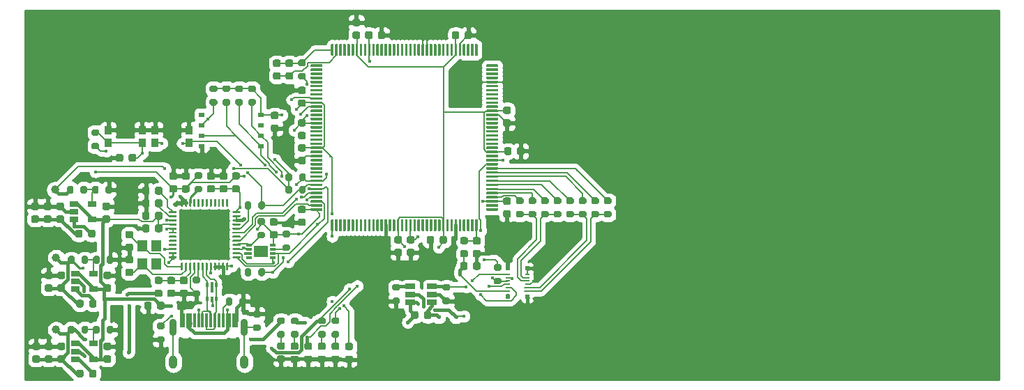
<source format=gbr>
G04 #@! TF.GenerationSoftware,KiCad,Pcbnew,5.1.9-73d0e3b20d~88~ubuntu18.04.1*
G04 #@! TF.CreationDate,2021-01-11T20:19:43+02:00*
G04 #@! TF.ProjectId,iPod nano 6 LCD,69506f64-206e-4616-9e6f-2036204c4344,rev?*
G04 #@! TF.SameCoordinates,Original*
G04 #@! TF.FileFunction,Copper,L1,Top*
G04 #@! TF.FilePolarity,Positive*
%FSLAX46Y46*%
G04 Gerber Fmt 4.6, Leading zero omitted, Abs format (unit mm)*
G04 Created by KiCad (PCBNEW 5.1.9-73d0e3b20d~88~ubuntu18.04.1) date 2021-01-11 20:19:43*
%MOMM*%
%LPD*%
G01*
G04 APERTURE LIST*
G04 #@! TA.AperFunction,SMDPad,CuDef*
%ADD10R,0.750000X0.300000*%
G04 #@! TD*
G04 #@! TA.AperFunction,SMDPad,CuDef*
%ADD11R,1.750000X1.450000*%
G04 #@! TD*
G04 #@! TA.AperFunction,SMDPad,CuDef*
%ADD12R,6.200000X6.200000*%
G04 #@! TD*
G04 #@! TA.AperFunction,ComponentPad*
%ADD13C,0.500000*%
G04 #@! TD*
G04 #@! TA.AperFunction,ComponentPad*
%ADD14O,1.000000X1.600000*%
G04 #@! TD*
G04 #@! TA.AperFunction,ComponentPad*
%ADD15O,0.900000X2.100000*%
G04 #@! TD*
G04 #@! TA.AperFunction,SMDPad,CuDef*
%ADD16R,0.300000X1.750000*%
G04 #@! TD*
G04 #@! TA.AperFunction,SMDPad,CuDef*
%ADD17R,0.900000X1.000000*%
G04 #@! TD*
G04 #@! TA.AperFunction,SMDPad,CuDef*
%ADD18R,0.470000X0.500000*%
G04 #@! TD*
G04 #@! TA.AperFunction,SMDPad,CuDef*
%ADD19R,0.470000X0.240000*%
G04 #@! TD*
G04 #@! TA.AperFunction,SMDPad,CuDef*
%ADD20R,1.200000X1.400000*%
G04 #@! TD*
G04 #@! TA.AperFunction,SMDPad,CuDef*
%ADD21R,0.375000X0.500000*%
G04 #@! TD*
G04 #@! TA.AperFunction,SMDPad,CuDef*
%ADD22R,0.300000X0.650000*%
G04 #@! TD*
G04 #@! TA.AperFunction,SMDPad,CuDef*
%ADD23C,1.000000*%
G04 #@! TD*
G04 #@! TA.AperFunction,SMDPad,CuDef*
%ADD24R,1.060000X0.650000*%
G04 #@! TD*
G04 #@! TA.AperFunction,SMDPad,CuDef*
%ADD25R,0.800000X0.600000*%
G04 #@! TD*
G04 #@! TA.AperFunction,SMDPad,CuDef*
%ADD26R,1.220000X0.650000*%
G04 #@! TD*
G04 #@! TA.AperFunction,SMDPad,CuDef*
%ADD27R,0.600000X0.450000*%
G04 #@! TD*
G04 #@! TA.AperFunction,ViaPad*
%ADD28C,0.450000*%
G04 #@! TD*
G04 #@! TA.AperFunction,Conductor*
%ADD29C,0.200000*%
G04 #@! TD*
G04 #@! TA.AperFunction,Conductor*
%ADD30C,0.400000*%
G04 #@! TD*
G04 #@! TA.AperFunction,Conductor*
%ADD31C,0.300000*%
G04 #@! TD*
G04 #@! TA.AperFunction,Conductor*
%ADD32C,0.250000*%
G04 #@! TD*
G04 #@! TA.AperFunction,Conductor*
%ADD33C,0.254000*%
G04 #@! TD*
G04 #@! TA.AperFunction,Conductor*
%ADD34C,0.100000*%
G04 #@! TD*
G04 APERTURE END LIST*
G04 #@! TA.AperFunction,SMDPad,CuDef*
G36*
G01*
X151386250Y-93503000D02*
X150873750Y-93503000D01*
G75*
G02*
X150655000Y-93284250I0J218750D01*
G01*
X150655000Y-92846750D01*
G75*
G02*
X150873750Y-92628000I218750J0D01*
G01*
X151386250Y-92628000D01*
G75*
G02*
X151605000Y-92846750I0J-218750D01*
G01*
X151605000Y-93284250D01*
G75*
G02*
X151386250Y-93503000I-218750J0D01*
G01*
G37*
G04 #@! TD.AperFunction*
G04 #@! TA.AperFunction,SMDPad,CuDef*
G36*
G01*
X151386250Y-95078000D02*
X150873750Y-95078000D01*
G75*
G02*
X150655000Y-94859250I0J218750D01*
G01*
X150655000Y-94421750D01*
G75*
G02*
X150873750Y-94203000I218750J0D01*
G01*
X151386250Y-94203000D01*
G75*
G02*
X151605000Y-94421750I0J-218750D01*
G01*
X151605000Y-94859250D01*
G75*
G02*
X151386250Y-95078000I-218750J0D01*
G01*
G37*
G04 #@! TD.AperFunction*
D10*
X145616000Y-80784000D03*
X145616000Y-81284000D03*
X145616000Y-81784000D03*
X145616000Y-82284000D03*
X148516000Y-82284000D03*
X148516000Y-81784000D03*
X148516000Y-81284000D03*
X148516000Y-80784000D03*
D11*
X147066000Y-81534000D03*
G04 #@! TA.AperFunction,SMDPad,CuDef*
G36*
G01*
X174443500Y-58795000D02*
X175768500Y-58795000D01*
G75*
G02*
X175843500Y-58870000I0J-75000D01*
G01*
X175843500Y-59020000D01*
G75*
G02*
X175768500Y-59095000I-75000J0D01*
G01*
X174443500Y-59095000D01*
G75*
G02*
X174368500Y-59020000I0J75000D01*
G01*
X174368500Y-58870000D01*
G75*
G02*
X174443500Y-58795000I75000J0D01*
G01*
G37*
G04 #@! TD.AperFunction*
G04 #@! TA.AperFunction,SMDPad,CuDef*
G36*
G01*
X174443500Y-59295000D02*
X175768500Y-59295000D01*
G75*
G02*
X175843500Y-59370000I0J-75000D01*
G01*
X175843500Y-59520000D01*
G75*
G02*
X175768500Y-59595000I-75000J0D01*
G01*
X174443500Y-59595000D01*
G75*
G02*
X174368500Y-59520000I0J75000D01*
G01*
X174368500Y-59370000D01*
G75*
G02*
X174443500Y-59295000I75000J0D01*
G01*
G37*
G04 #@! TD.AperFunction*
G04 #@! TA.AperFunction,SMDPad,CuDef*
G36*
G01*
X174443500Y-59795000D02*
X175768500Y-59795000D01*
G75*
G02*
X175843500Y-59870000I0J-75000D01*
G01*
X175843500Y-60020000D01*
G75*
G02*
X175768500Y-60095000I-75000J0D01*
G01*
X174443500Y-60095000D01*
G75*
G02*
X174368500Y-60020000I0J75000D01*
G01*
X174368500Y-59870000D01*
G75*
G02*
X174443500Y-59795000I75000J0D01*
G01*
G37*
G04 #@! TD.AperFunction*
G04 #@! TA.AperFunction,SMDPad,CuDef*
G36*
G01*
X174443500Y-60295000D02*
X175768500Y-60295000D01*
G75*
G02*
X175843500Y-60370000I0J-75000D01*
G01*
X175843500Y-60520000D01*
G75*
G02*
X175768500Y-60595000I-75000J0D01*
G01*
X174443500Y-60595000D01*
G75*
G02*
X174368500Y-60520000I0J75000D01*
G01*
X174368500Y-60370000D01*
G75*
G02*
X174443500Y-60295000I75000J0D01*
G01*
G37*
G04 #@! TD.AperFunction*
G04 #@! TA.AperFunction,SMDPad,CuDef*
G36*
G01*
X174443500Y-60795000D02*
X175768500Y-60795000D01*
G75*
G02*
X175843500Y-60870000I0J-75000D01*
G01*
X175843500Y-61020000D01*
G75*
G02*
X175768500Y-61095000I-75000J0D01*
G01*
X174443500Y-61095000D01*
G75*
G02*
X174368500Y-61020000I0J75000D01*
G01*
X174368500Y-60870000D01*
G75*
G02*
X174443500Y-60795000I75000J0D01*
G01*
G37*
G04 #@! TD.AperFunction*
G04 #@! TA.AperFunction,SMDPad,CuDef*
G36*
G01*
X174443500Y-61295000D02*
X175768500Y-61295000D01*
G75*
G02*
X175843500Y-61370000I0J-75000D01*
G01*
X175843500Y-61520000D01*
G75*
G02*
X175768500Y-61595000I-75000J0D01*
G01*
X174443500Y-61595000D01*
G75*
G02*
X174368500Y-61520000I0J75000D01*
G01*
X174368500Y-61370000D01*
G75*
G02*
X174443500Y-61295000I75000J0D01*
G01*
G37*
G04 #@! TD.AperFunction*
G04 #@! TA.AperFunction,SMDPad,CuDef*
G36*
G01*
X174443500Y-61795000D02*
X175768500Y-61795000D01*
G75*
G02*
X175843500Y-61870000I0J-75000D01*
G01*
X175843500Y-62020000D01*
G75*
G02*
X175768500Y-62095000I-75000J0D01*
G01*
X174443500Y-62095000D01*
G75*
G02*
X174368500Y-62020000I0J75000D01*
G01*
X174368500Y-61870000D01*
G75*
G02*
X174443500Y-61795000I75000J0D01*
G01*
G37*
G04 #@! TD.AperFunction*
G04 #@! TA.AperFunction,SMDPad,CuDef*
G36*
G01*
X174443500Y-62295000D02*
X175768500Y-62295000D01*
G75*
G02*
X175843500Y-62370000I0J-75000D01*
G01*
X175843500Y-62520000D01*
G75*
G02*
X175768500Y-62595000I-75000J0D01*
G01*
X174443500Y-62595000D01*
G75*
G02*
X174368500Y-62520000I0J75000D01*
G01*
X174368500Y-62370000D01*
G75*
G02*
X174443500Y-62295000I75000J0D01*
G01*
G37*
G04 #@! TD.AperFunction*
G04 #@! TA.AperFunction,SMDPad,CuDef*
G36*
G01*
X174443500Y-62795000D02*
X175768500Y-62795000D01*
G75*
G02*
X175843500Y-62870000I0J-75000D01*
G01*
X175843500Y-63020000D01*
G75*
G02*
X175768500Y-63095000I-75000J0D01*
G01*
X174443500Y-63095000D01*
G75*
G02*
X174368500Y-63020000I0J75000D01*
G01*
X174368500Y-62870000D01*
G75*
G02*
X174443500Y-62795000I75000J0D01*
G01*
G37*
G04 #@! TD.AperFunction*
G04 #@! TA.AperFunction,SMDPad,CuDef*
G36*
G01*
X174443500Y-63295000D02*
X175768500Y-63295000D01*
G75*
G02*
X175843500Y-63370000I0J-75000D01*
G01*
X175843500Y-63520000D01*
G75*
G02*
X175768500Y-63595000I-75000J0D01*
G01*
X174443500Y-63595000D01*
G75*
G02*
X174368500Y-63520000I0J75000D01*
G01*
X174368500Y-63370000D01*
G75*
G02*
X174443500Y-63295000I75000J0D01*
G01*
G37*
G04 #@! TD.AperFunction*
G04 #@! TA.AperFunction,SMDPad,CuDef*
G36*
G01*
X174443500Y-63795000D02*
X175768500Y-63795000D01*
G75*
G02*
X175843500Y-63870000I0J-75000D01*
G01*
X175843500Y-64020000D01*
G75*
G02*
X175768500Y-64095000I-75000J0D01*
G01*
X174443500Y-64095000D01*
G75*
G02*
X174368500Y-64020000I0J75000D01*
G01*
X174368500Y-63870000D01*
G75*
G02*
X174443500Y-63795000I75000J0D01*
G01*
G37*
G04 #@! TD.AperFunction*
G04 #@! TA.AperFunction,SMDPad,CuDef*
G36*
G01*
X174443500Y-64295000D02*
X175768500Y-64295000D01*
G75*
G02*
X175843500Y-64370000I0J-75000D01*
G01*
X175843500Y-64520000D01*
G75*
G02*
X175768500Y-64595000I-75000J0D01*
G01*
X174443500Y-64595000D01*
G75*
G02*
X174368500Y-64520000I0J75000D01*
G01*
X174368500Y-64370000D01*
G75*
G02*
X174443500Y-64295000I75000J0D01*
G01*
G37*
G04 #@! TD.AperFunction*
G04 #@! TA.AperFunction,SMDPad,CuDef*
G36*
G01*
X174443500Y-64795000D02*
X175768500Y-64795000D01*
G75*
G02*
X175843500Y-64870000I0J-75000D01*
G01*
X175843500Y-65020000D01*
G75*
G02*
X175768500Y-65095000I-75000J0D01*
G01*
X174443500Y-65095000D01*
G75*
G02*
X174368500Y-65020000I0J75000D01*
G01*
X174368500Y-64870000D01*
G75*
G02*
X174443500Y-64795000I75000J0D01*
G01*
G37*
G04 #@! TD.AperFunction*
G04 #@! TA.AperFunction,SMDPad,CuDef*
G36*
G01*
X174443500Y-65295000D02*
X175768500Y-65295000D01*
G75*
G02*
X175843500Y-65370000I0J-75000D01*
G01*
X175843500Y-65520000D01*
G75*
G02*
X175768500Y-65595000I-75000J0D01*
G01*
X174443500Y-65595000D01*
G75*
G02*
X174368500Y-65520000I0J75000D01*
G01*
X174368500Y-65370000D01*
G75*
G02*
X174443500Y-65295000I75000J0D01*
G01*
G37*
G04 #@! TD.AperFunction*
G04 #@! TA.AperFunction,SMDPad,CuDef*
G36*
G01*
X174443500Y-65795000D02*
X175768500Y-65795000D01*
G75*
G02*
X175843500Y-65870000I0J-75000D01*
G01*
X175843500Y-66020000D01*
G75*
G02*
X175768500Y-66095000I-75000J0D01*
G01*
X174443500Y-66095000D01*
G75*
G02*
X174368500Y-66020000I0J75000D01*
G01*
X174368500Y-65870000D01*
G75*
G02*
X174443500Y-65795000I75000J0D01*
G01*
G37*
G04 #@! TD.AperFunction*
G04 #@! TA.AperFunction,SMDPad,CuDef*
G36*
G01*
X174443500Y-66295000D02*
X175768500Y-66295000D01*
G75*
G02*
X175843500Y-66370000I0J-75000D01*
G01*
X175843500Y-66520000D01*
G75*
G02*
X175768500Y-66595000I-75000J0D01*
G01*
X174443500Y-66595000D01*
G75*
G02*
X174368500Y-66520000I0J75000D01*
G01*
X174368500Y-66370000D01*
G75*
G02*
X174443500Y-66295000I75000J0D01*
G01*
G37*
G04 #@! TD.AperFunction*
G04 #@! TA.AperFunction,SMDPad,CuDef*
G36*
G01*
X174443500Y-66795000D02*
X175768500Y-66795000D01*
G75*
G02*
X175843500Y-66870000I0J-75000D01*
G01*
X175843500Y-67020000D01*
G75*
G02*
X175768500Y-67095000I-75000J0D01*
G01*
X174443500Y-67095000D01*
G75*
G02*
X174368500Y-67020000I0J75000D01*
G01*
X174368500Y-66870000D01*
G75*
G02*
X174443500Y-66795000I75000J0D01*
G01*
G37*
G04 #@! TD.AperFunction*
G04 #@! TA.AperFunction,SMDPad,CuDef*
G36*
G01*
X174443500Y-67295000D02*
X175768500Y-67295000D01*
G75*
G02*
X175843500Y-67370000I0J-75000D01*
G01*
X175843500Y-67520000D01*
G75*
G02*
X175768500Y-67595000I-75000J0D01*
G01*
X174443500Y-67595000D01*
G75*
G02*
X174368500Y-67520000I0J75000D01*
G01*
X174368500Y-67370000D01*
G75*
G02*
X174443500Y-67295000I75000J0D01*
G01*
G37*
G04 #@! TD.AperFunction*
G04 #@! TA.AperFunction,SMDPad,CuDef*
G36*
G01*
X174443500Y-67795000D02*
X175768500Y-67795000D01*
G75*
G02*
X175843500Y-67870000I0J-75000D01*
G01*
X175843500Y-68020000D01*
G75*
G02*
X175768500Y-68095000I-75000J0D01*
G01*
X174443500Y-68095000D01*
G75*
G02*
X174368500Y-68020000I0J75000D01*
G01*
X174368500Y-67870000D01*
G75*
G02*
X174443500Y-67795000I75000J0D01*
G01*
G37*
G04 #@! TD.AperFunction*
G04 #@! TA.AperFunction,SMDPad,CuDef*
G36*
G01*
X174443500Y-68295000D02*
X175768500Y-68295000D01*
G75*
G02*
X175843500Y-68370000I0J-75000D01*
G01*
X175843500Y-68520000D01*
G75*
G02*
X175768500Y-68595000I-75000J0D01*
G01*
X174443500Y-68595000D01*
G75*
G02*
X174368500Y-68520000I0J75000D01*
G01*
X174368500Y-68370000D01*
G75*
G02*
X174443500Y-68295000I75000J0D01*
G01*
G37*
G04 #@! TD.AperFunction*
G04 #@! TA.AperFunction,SMDPad,CuDef*
G36*
G01*
X174443500Y-68795000D02*
X175768500Y-68795000D01*
G75*
G02*
X175843500Y-68870000I0J-75000D01*
G01*
X175843500Y-69020000D01*
G75*
G02*
X175768500Y-69095000I-75000J0D01*
G01*
X174443500Y-69095000D01*
G75*
G02*
X174368500Y-69020000I0J75000D01*
G01*
X174368500Y-68870000D01*
G75*
G02*
X174443500Y-68795000I75000J0D01*
G01*
G37*
G04 #@! TD.AperFunction*
G04 #@! TA.AperFunction,SMDPad,CuDef*
G36*
G01*
X174443500Y-69295000D02*
X175768500Y-69295000D01*
G75*
G02*
X175843500Y-69370000I0J-75000D01*
G01*
X175843500Y-69520000D01*
G75*
G02*
X175768500Y-69595000I-75000J0D01*
G01*
X174443500Y-69595000D01*
G75*
G02*
X174368500Y-69520000I0J75000D01*
G01*
X174368500Y-69370000D01*
G75*
G02*
X174443500Y-69295000I75000J0D01*
G01*
G37*
G04 #@! TD.AperFunction*
G04 #@! TA.AperFunction,SMDPad,CuDef*
G36*
G01*
X174443500Y-69795000D02*
X175768500Y-69795000D01*
G75*
G02*
X175843500Y-69870000I0J-75000D01*
G01*
X175843500Y-70020000D01*
G75*
G02*
X175768500Y-70095000I-75000J0D01*
G01*
X174443500Y-70095000D01*
G75*
G02*
X174368500Y-70020000I0J75000D01*
G01*
X174368500Y-69870000D01*
G75*
G02*
X174443500Y-69795000I75000J0D01*
G01*
G37*
G04 #@! TD.AperFunction*
G04 #@! TA.AperFunction,SMDPad,CuDef*
G36*
G01*
X174443500Y-70295000D02*
X175768500Y-70295000D01*
G75*
G02*
X175843500Y-70370000I0J-75000D01*
G01*
X175843500Y-70520000D01*
G75*
G02*
X175768500Y-70595000I-75000J0D01*
G01*
X174443500Y-70595000D01*
G75*
G02*
X174368500Y-70520000I0J75000D01*
G01*
X174368500Y-70370000D01*
G75*
G02*
X174443500Y-70295000I75000J0D01*
G01*
G37*
G04 #@! TD.AperFunction*
G04 #@! TA.AperFunction,SMDPad,CuDef*
G36*
G01*
X174443500Y-70795000D02*
X175768500Y-70795000D01*
G75*
G02*
X175843500Y-70870000I0J-75000D01*
G01*
X175843500Y-71020000D01*
G75*
G02*
X175768500Y-71095000I-75000J0D01*
G01*
X174443500Y-71095000D01*
G75*
G02*
X174368500Y-71020000I0J75000D01*
G01*
X174368500Y-70870000D01*
G75*
G02*
X174443500Y-70795000I75000J0D01*
G01*
G37*
G04 #@! TD.AperFunction*
G04 #@! TA.AperFunction,SMDPad,CuDef*
G36*
G01*
X174443500Y-71295000D02*
X175768500Y-71295000D01*
G75*
G02*
X175843500Y-71370000I0J-75000D01*
G01*
X175843500Y-71520000D01*
G75*
G02*
X175768500Y-71595000I-75000J0D01*
G01*
X174443500Y-71595000D01*
G75*
G02*
X174368500Y-71520000I0J75000D01*
G01*
X174368500Y-71370000D01*
G75*
G02*
X174443500Y-71295000I75000J0D01*
G01*
G37*
G04 #@! TD.AperFunction*
G04 #@! TA.AperFunction,SMDPad,CuDef*
G36*
G01*
X174443500Y-71795000D02*
X175768500Y-71795000D01*
G75*
G02*
X175843500Y-71870000I0J-75000D01*
G01*
X175843500Y-72020000D01*
G75*
G02*
X175768500Y-72095000I-75000J0D01*
G01*
X174443500Y-72095000D01*
G75*
G02*
X174368500Y-72020000I0J75000D01*
G01*
X174368500Y-71870000D01*
G75*
G02*
X174443500Y-71795000I75000J0D01*
G01*
G37*
G04 #@! TD.AperFunction*
G04 #@! TA.AperFunction,SMDPad,CuDef*
G36*
G01*
X174443500Y-72295000D02*
X175768500Y-72295000D01*
G75*
G02*
X175843500Y-72370000I0J-75000D01*
G01*
X175843500Y-72520000D01*
G75*
G02*
X175768500Y-72595000I-75000J0D01*
G01*
X174443500Y-72595000D01*
G75*
G02*
X174368500Y-72520000I0J75000D01*
G01*
X174368500Y-72370000D01*
G75*
G02*
X174443500Y-72295000I75000J0D01*
G01*
G37*
G04 #@! TD.AperFunction*
G04 #@! TA.AperFunction,SMDPad,CuDef*
G36*
G01*
X174443500Y-72795000D02*
X175768500Y-72795000D01*
G75*
G02*
X175843500Y-72870000I0J-75000D01*
G01*
X175843500Y-73020000D01*
G75*
G02*
X175768500Y-73095000I-75000J0D01*
G01*
X174443500Y-73095000D01*
G75*
G02*
X174368500Y-73020000I0J75000D01*
G01*
X174368500Y-72870000D01*
G75*
G02*
X174443500Y-72795000I75000J0D01*
G01*
G37*
G04 #@! TD.AperFunction*
G04 #@! TA.AperFunction,SMDPad,CuDef*
G36*
G01*
X174443500Y-73295000D02*
X175768500Y-73295000D01*
G75*
G02*
X175843500Y-73370000I0J-75000D01*
G01*
X175843500Y-73520000D01*
G75*
G02*
X175768500Y-73595000I-75000J0D01*
G01*
X174443500Y-73595000D01*
G75*
G02*
X174368500Y-73520000I0J75000D01*
G01*
X174368500Y-73370000D01*
G75*
G02*
X174443500Y-73295000I75000J0D01*
G01*
G37*
G04 #@! TD.AperFunction*
G04 #@! TA.AperFunction,SMDPad,CuDef*
G36*
G01*
X174443500Y-73795000D02*
X175768500Y-73795000D01*
G75*
G02*
X175843500Y-73870000I0J-75000D01*
G01*
X175843500Y-74020000D01*
G75*
G02*
X175768500Y-74095000I-75000J0D01*
G01*
X174443500Y-74095000D01*
G75*
G02*
X174368500Y-74020000I0J75000D01*
G01*
X174368500Y-73870000D01*
G75*
G02*
X174443500Y-73795000I75000J0D01*
G01*
G37*
G04 #@! TD.AperFunction*
G04 #@! TA.AperFunction,SMDPad,CuDef*
G36*
G01*
X174443500Y-74295000D02*
X175768500Y-74295000D01*
G75*
G02*
X175843500Y-74370000I0J-75000D01*
G01*
X175843500Y-74520000D01*
G75*
G02*
X175768500Y-74595000I-75000J0D01*
G01*
X174443500Y-74595000D01*
G75*
G02*
X174368500Y-74520000I0J75000D01*
G01*
X174368500Y-74370000D01*
G75*
G02*
X174443500Y-74295000I75000J0D01*
G01*
G37*
G04 #@! TD.AperFunction*
G04 #@! TA.AperFunction,SMDPad,CuDef*
G36*
G01*
X174443500Y-74795000D02*
X175768500Y-74795000D01*
G75*
G02*
X175843500Y-74870000I0J-75000D01*
G01*
X175843500Y-75020000D01*
G75*
G02*
X175768500Y-75095000I-75000J0D01*
G01*
X174443500Y-75095000D01*
G75*
G02*
X174368500Y-75020000I0J75000D01*
G01*
X174368500Y-74870000D01*
G75*
G02*
X174443500Y-74795000I75000J0D01*
G01*
G37*
G04 #@! TD.AperFunction*
G04 #@! TA.AperFunction,SMDPad,CuDef*
G36*
G01*
X174443500Y-75295000D02*
X175768500Y-75295000D01*
G75*
G02*
X175843500Y-75370000I0J-75000D01*
G01*
X175843500Y-75520000D01*
G75*
G02*
X175768500Y-75595000I-75000J0D01*
G01*
X174443500Y-75595000D01*
G75*
G02*
X174368500Y-75520000I0J75000D01*
G01*
X174368500Y-75370000D01*
G75*
G02*
X174443500Y-75295000I75000J0D01*
G01*
G37*
G04 #@! TD.AperFunction*
G04 #@! TA.AperFunction,SMDPad,CuDef*
G36*
G01*
X174443500Y-75795000D02*
X175768500Y-75795000D01*
G75*
G02*
X175843500Y-75870000I0J-75000D01*
G01*
X175843500Y-76020000D01*
G75*
G02*
X175768500Y-76095000I-75000J0D01*
G01*
X174443500Y-76095000D01*
G75*
G02*
X174368500Y-76020000I0J75000D01*
G01*
X174368500Y-75870000D01*
G75*
G02*
X174443500Y-75795000I75000J0D01*
G01*
G37*
G04 #@! TD.AperFunction*
G04 #@! TA.AperFunction,SMDPad,CuDef*
G36*
G01*
X174443500Y-76295000D02*
X175768500Y-76295000D01*
G75*
G02*
X175843500Y-76370000I0J-75000D01*
G01*
X175843500Y-76520000D01*
G75*
G02*
X175768500Y-76595000I-75000J0D01*
G01*
X174443500Y-76595000D01*
G75*
G02*
X174368500Y-76520000I0J75000D01*
G01*
X174368500Y-76370000D01*
G75*
G02*
X174443500Y-76295000I75000J0D01*
G01*
G37*
G04 #@! TD.AperFunction*
G04 #@! TA.AperFunction,SMDPad,CuDef*
G36*
G01*
X173118500Y-77620000D02*
X173268500Y-77620000D01*
G75*
G02*
X173343500Y-77695000I0J-75000D01*
G01*
X173343500Y-79020000D01*
G75*
G02*
X173268500Y-79095000I-75000J0D01*
G01*
X173118500Y-79095000D01*
G75*
G02*
X173043500Y-79020000I0J75000D01*
G01*
X173043500Y-77695000D01*
G75*
G02*
X173118500Y-77620000I75000J0D01*
G01*
G37*
G04 #@! TD.AperFunction*
G04 #@! TA.AperFunction,SMDPad,CuDef*
G36*
G01*
X172618500Y-77620000D02*
X172768500Y-77620000D01*
G75*
G02*
X172843500Y-77695000I0J-75000D01*
G01*
X172843500Y-79020000D01*
G75*
G02*
X172768500Y-79095000I-75000J0D01*
G01*
X172618500Y-79095000D01*
G75*
G02*
X172543500Y-79020000I0J75000D01*
G01*
X172543500Y-77695000D01*
G75*
G02*
X172618500Y-77620000I75000J0D01*
G01*
G37*
G04 #@! TD.AperFunction*
G04 #@! TA.AperFunction,SMDPad,CuDef*
G36*
G01*
X172118500Y-77620000D02*
X172268500Y-77620000D01*
G75*
G02*
X172343500Y-77695000I0J-75000D01*
G01*
X172343500Y-79020000D01*
G75*
G02*
X172268500Y-79095000I-75000J0D01*
G01*
X172118500Y-79095000D01*
G75*
G02*
X172043500Y-79020000I0J75000D01*
G01*
X172043500Y-77695000D01*
G75*
G02*
X172118500Y-77620000I75000J0D01*
G01*
G37*
G04 #@! TD.AperFunction*
G04 #@! TA.AperFunction,SMDPad,CuDef*
G36*
G01*
X171618500Y-77620000D02*
X171768500Y-77620000D01*
G75*
G02*
X171843500Y-77695000I0J-75000D01*
G01*
X171843500Y-79020000D01*
G75*
G02*
X171768500Y-79095000I-75000J0D01*
G01*
X171618500Y-79095000D01*
G75*
G02*
X171543500Y-79020000I0J75000D01*
G01*
X171543500Y-77695000D01*
G75*
G02*
X171618500Y-77620000I75000J0D01*
G01*
G37*
G04 #@! TD.AperFunction*
G04 #@! TA.AperFunction,SMDPad,CuDef*
G36*
G01*
X171118500Y-77620000D02*
X171268500Y-77620000D01*
G75*
G02*
X171343500Y-77695000I0J-75000D01*
G01*
X171343500Y-79020000D01*
G75*
G02*
X171268500Y-79095000I-75000J0D01*
G01*
X171118500Y-79095000D01*
G75*
G02*
X171043500Y-79020000I0J75000D01*
G01*
X171043500Y-77695000D01*
G75*
G02*
X171118500Y-77620000I75000J0D01*
G01*
G37*
G04 #@! TD.AperFunction*
G04 #@! TA.AperFunction,SMDPad,CuDef*
G36*
G01*
X170618500Y-77620000D02*
X170768500Y-77620000D01*
G75*
G02*
X170843500Y-77695000I0J-75000D01*
G01*
X170843500Y-79020000D01*
G75*
G02*
X170768500Y-79095000I-75000J0D01*
G01*
X170618500Y-79095000D01*
G75*
G02*
X170543500Y-79020000I0J75000D01*
G01*
X170543500Y-77695000D01*
G75*
G02*
X170618500Y-77620000I75000J0D01*
G01*
G37*
G04 #@! TD.AperFunction*
G04 #@! TA.AperFunction,SMDPad,CuDef*
G36*
G01*
X170118500Y-77620000D02*
X170268500Y-77620000D01*
G75*
G02*
X170343500Y-77695000I0J-75000D01*
G01*
X170343500Y-79020000D01*
G75*
G02*
X170268500Y-79095000I-75000J0D01*
G01*
X170118500Y-79095000D01*
G75*
G02*
X170043500Y-79020000I0J75000D01*
G01*
X170043500Y-77695000D01*
G75*
G02*
X170118500Y-77620000I75000J0D01*
G01*
G37*
G04 #@! TD.AperFunction*
G04 #@! TA.AperFunction,SMDPad,CuDef*
G36*
G01*
X169618500Y-77620000D02*
X169768500Y-77620000D01*
G75*
G02*
X169843500Y-77695000I0J-75000D01*
G01*
X169843500Y-79020000D01*
G75*
G02*
X169768500Y-79095000I-75000J0D01*
G01*
X169618500Y-79095000D01*
G75*
G02*
X169543500Y-79020000I0J75000D01*
G01*
X169543500Y-77695000D01*
G75*
G02*
X169618500Y-77620000I75000J0D01*
G01*
G37*
G04 #@! TD.AperFunction*
G04 #@! TA.AperFunction,SMDPad,CuDef*
G36*
G01*
X169118500Y-77620000D02*
X169268500Y-77620000D01*
G75*
G02*
X169343500Y-77695000I0J-75000D01*
G01*
X169343500Y-79020000D01*
G75*
G02*
X169268500Y-79095000I-75000J0D01*
G01*
X169118500Y-79095000D01*
G75*
G02*
X169043500Y-79020000I0J75000D01*
G01*
X169043500Y-77695000D01*
G75*
G02*
X169118500Y-77620000I75000J0D01*
G01*
G37*
G04 #@! TD.AperFunction*
G04 #@! TA.AperFunction,SMDPad,CuDef*
G36*
G01*
X168618500Y-77620000D02*
X168768500Y-77620000D01*
G75*
G02*
X168843500Y-77695000I0J-75000D01*
G01*
X168843500Y-79020000D01*
G75*
G02*
X168768500Y-79095000I-75000J0D01*
G01*
X168618500Y-79095000D01*
G75*
G02*
X168543500Y-79020000I0J75000D01*
G01*
X168543500Y-77695000D01*
G75*
G02*
X168618500Y-77620000I75000J0D01*
G01*
G37*
G04 #@! TD.AperFunction*
G04 #@! TA.AperFunction,SMDPad,CuDef*
G36*
G01*
X168118500Y-77620000D02*
X168268500Y-77620000D01*
G75*
G02*
X168343500Y-77695000I0J-75000D01*
G01*
X168343500Y-79020000D01*
G75*
G02*
X168268500Y-79095000I-75000J0D01*
G01*
X168118500Y-79095000D01*
G75*
G02*
X168043500Y-79020000I0J75000D01*
G01*
X168043500Y-77695000D01*
G75*
G02*
X168118500Y-77620000I75000J0D01*
G01*
G37*
G04 #@! TD.AperFunction*
G04 #@! TA.AperFunction,SMDPad,CuDef*
G36*
G01*
X167618500Y-77620000D02*
X167768500Y-77620000D01*
G75*
G02*
X167843500Y-77695000I0J-75000D01*
G01*
X167843500Y-79020000D01*
G75*
G02*
X167768500Y-79095000I-75000J0D01*
G01*
X167618500Y-79095000D01*
G75*
G02*
X167543500Y-79020000I0J75000D01*
G01*
X167543500Y-77695000D01*
G75*
G02*
X167618500Y-77620000I75000J0D01*
G01*
G37*
G04 #@! TD.AperFunction*
G04 #@! TA.AperFunction,SMDPad,CuDef*
G36*
G01*
X167118500Y-77620000D02*
X167268500Y-77620000D01*
G75*
G02*
X167343500Y-77695000I0J-75000D01*
G01*
X167343500Y-79020000D01*
G75*
G02*
X167268500Y-79095000I-75000J0D01*
G01*
X167118500Y-79095000D01*
G75*
G02*
X167043500Y-79020000I0J75000D01*
G01*
X167043500Y-77695000D01*
G75*
G02*
X167118500Y-77620000I75000J0D01*
G01*
G37*
G04 #@! TD.AperFunction*
G04 #@! TA.AperFunction,SMDPad,CuDef*
G36*
G01*
X166618500Y-77620000D02*
X166768500Y-77620000D01*
G75*
G02*
X166843500Y-77695000I0J-75000D01*
G01*
X166843500Y-79020000D01*
G75*
G02*
X166768500Y-79095000I-75000J0D01*
G01*
X166618500Y-79095000D01*
G75*
G02*
X166543500Y-79020000I0J75000D01*
G01*
X166543500Y-77695000D01*
G75*
G02*
X166618500Y-77620000I75000J0D01*
G01*
G37*
G04 #@! TD.AperFunction*
G04 #@! TA.AperFunction,SMDPad,CuDef*
G36*
G01*
X166118500Y-77620000D02*
X166268500Y-77620000D01*
G75*
G02*
X166343500Y-77695000I0J-75000D01*
G01*
X166343500Y-79020000D01*
G75*
G02*
X166268500Y-79095000I-75000J0D01*
G01*
X166118500Y-79095000D01*
G75*
G02*
X166043500Y-79020000I0J75000D01*
G01*
X166043500Y-77695000D01*
G75*
G02*
X166118500Y-77620000I75000J0D01*
G01*
G37*
G04 #@! TD.AperFunction*
G04 #@! TA.AperFunction,SMDPad,CuDef*
G36*
G01*
X165618500Y-77620000D02*
X165768500Y-77620000D01*
G75*
G02*
X165843500Y-77695000I0J-75000D01*
G01*
X165843500Y-79020000D01*
G75*
G02*
X165768500Y-79095000I-75000J0D01*
G01*
X165618500Y-79095000D01*
G75*
G02*
X165543500Y-79020000I0J75000D01*
G01*
X165543500Y-77695000D01*
G75*
G02*
X165618500Y-77620000I75000J0D01*
G01*
G37*
G04 #@! TD.AperFunction*
G04 #@! TA.AperFunction,SMDPad,CuDef*
G36*
G01*
X165118500Y-77620000D02*
X165268500Y-77620000D01*
G75*
G02*
X165343500Y-77695000I0J-75000D01*
G01*
X165343500Y-79020000D01*
G75*
G02*
X165268500Y-79095000I-75000J0D01*
G01*
X165118500Y-79095000D01*
G75*
G02*
X165043500Y-79020000I0J75000D01*
G01*
X165043500Y-77695000D01*
G75*
G02*
X165118500Y-77620000I75000J0D01*
G01*
G37*
G04 #@! TD.AperFunction*
G04 #@! TA.AperFunction,SMDPad,CuDef*
G36*
G01*
X164618500Y-77620000D02*
X164768500Y-77620000D01*
G75*
G02*
X164843500Y-77695000I0J-75000D01*
G01*
X164843500Y-79020000D01*
G75*
G02*
X164768500Y-79095000I-75000J0D01*
G01*
X164618500Y-79095000D01*
G75*
G02*
X164543500Y-79020000I0J75000D01*
G01*
X164543500Y-77695000D01*
G75*
G02*
X164618500Y-77620000I75000J0D01*
G01*
G37*
G04 #@! TD.AperFunction*
G04 #@! TA.AperFunction,SMDPad,CuDef*
G36*
G01*
X164118500Y-77620000D02*
X164268500Y-77620000D01*
G75*
G02*
X164343500Y-77695000I0J-75000D01*
G01*
X164343500Y-79020000D01*
G75*
G02*
X164268500Y-79095000I-75000J0D01*
G01*
X164118500Y-79095000D01*
G75*
G02*
X164043500Y-79020000I0J75000D01*
G01*
X164043500Y-77695000D01*
G75*
G02*
X164118500Y-77620000I75000J0D01*
G01*
G37*
G04 #@! TD.AperFunction*
G04 #@! TA.AperFunction,SMDPad,CuDef*
G36*
G01*
X163618500Y-77620000D02*
X163768500Y-77620000D01*
G75*
G02*
X163843500Y-77695000I0J-75000D01*
G01*
X163843500Y-79020000D01*
G75*
G02*
X163768500Y-79095000I-75000J0D01*
G01*
X163618500Y-79095000D01*
G75*
G02*
X163543500Y-79020000I0J75000D01*
G01*
X163543500Y-77695000D01*
G75*
G02*
X163618500Y-77620000I75000J0D01*
G01*
G37*
G04 #@! TD.AperFunction*
G04 #@! TA.AperFunction,SMDPad,CuDef*
G36*
G01*
X163118500Y-77620000D02*
X163268500Y-77620000D01*
G75*
G02*
X163343500Y-77695000I0J-75000D01*
G01*
X163343500Y-79020000D01*
G75*
G02*
X163268500Y-79095000I-75000J0D01*
G01*
X163118500Y-79095000D01*
G75*
G02*
X163043500Y-79020000I0J75000D01*
G01*
X163043500Y-77695000D01*
G75*
G02*
X163118500Y-77620000I75000J0D01*
G01*
G37*
G04 #@! TD.AperFunction*
G04 #@! TA.AperFunction,SMDPad,CuDef*
G36*
G01*
X162618500Y-77620000D02*
X162768500Y-77620000D01*
G75*
G02*
X162843500Y-77695000I0J-75000D01*
G01*
X162843500Y-79020000D01*
G75*
G02*
X162768500Y-79095000I-75000J0D01*
G01*
X162618500Y-79095000D01*
G75*
G02*
X162543500Y-79020000I0J75000D01*
G01*
X162543500Y-77695000D01*
G75*
G02*
X162618500Y-77620000I75000J0D01*
G01*
G37*
G04 #@! TD.AperFunction*
G04 #@! TA.AperFunction,SMDPad,CuDef*
G36*
G01*
X162118500Y-77620000D02*
X162268500Y-77620000D01*
G75*
G02*
X162343500Y-77695000I0J-75000D01*
G01*
X162343500Y-79020000D01*
G75*
G02*
X162268500Y-79095000I-75000J0D01*
G01*
X162118500Y-79095000D01*
G75*
G02*
X162043500Y-79020000I0J75000D01*
G01*
X162043500Y-77695000D01*
G75*
G02*
X162118500Y-77620000I75000J0D01*
G01*
G37*
G04 #@! TD.AperFunction*
G04 #@! TA.AperFunction,SMDPad,CuDef*
G36*
G01*
X161618500Y-77620000D02*
X161768500Y-77620000D01*
G75*
G02*
X161843500Y-77695000I0J-75000D01*
G01*
X161843500Y-79020000D01*
G75*
G02*
X161768500Y-79095000I-75000J0D01*
G01*
X161618500Y-79095000D01*
G75*
G02*
X161543500Y-79020000I0J75000D01*
G01*
X161543500Y-77695000D01*
G75*
G02*
X161618500Y-77620000I75000J0D01*
G01*
G37*
G04 #@! TD.AperFunction*
G04 #@! TA.AperFunction,SMDPad,CuDef*
G36*
G01*
X161118500Y-77620000D02*
X161268500Y-77620000D01*
G75*
G02*
X161343500Y-77695000I0J-75000D01*
G01*
X161343500Y-79020000D01*
G75*
G02*
X161268500Y-79095000I-75000J0D01*
G01*
X161118500Y-79095000D01*
G75*
G02*
X161043500Y-79020000I0J75000D01*
G01*
X161043500Y-77695000D01*
G75*
G02*
X161118500Y-77620000I75000J0D01*
G01*
G37*
G04 #@! TD.AperFunction*
G04 #@! TA.AperFunction,SMDPad,CuDef*
G36*
G01*
X160618500Y-77620000D02*
X160768500Y-77620000D01*
G75*
G02*
X160843500Y-77695000I0J-75000D01*
G01*
X160843500Y-79020000D01*
G75*
G02*
X160768500Y-79095000I-75000J0D01*
G01*
X160618500Y-79095000D01*
G75*
G02*
X160543500Y-79020000I0J75000D01*
G01*
X160543500Y-77695000D01*
G75*
G02*
X160618500Y-77620000I75000J0D01*
G01*
G37*
G04 #@! TD.AperFunction*
G04 #@! TA.AperFunction,SMDPad,CuDef*
G36*
G01*
X160118500Y-77620000D02*
X160268500Y-77620000D01*
G75*
G02*
X160343500Y-77695000I0J-75000D01*
G01*
X160343500Y-79020000D01*
G75*
G02*
X160268500Y-79095000I-75000J0D01*
G01*
X160118500Y-79095000D01*
G75*
G02*
X160043500Y-79020000I0J75000D01*
G01*
X160043500Y-77695000D01*
G75*
G02*
X160118500Y-77620000I75000J0D01*
G01*
G37*
G04 #@! TD.AperFunction*
G04 #@! TA.AperFunction,SMDPad,CuDef*
G36*
G01*
X159618500Y-77620000D02*
X159768500Y-77620000D01*
G75*
G02*
X159843500Y-77695000I0J-75000D01*
G01*
X159843500Y-79020000D01*
G75*
G02*
X159768500Y-79095000I-75000J0D01*
G01*
X159618500Y-79095000D01*
G75*
G02*
X159543500Y-79020000I0J75000D01*
G01*
X159543500Y-77695000D01*
G75*
G02*
X159618500Y-77620000I75000J0D01*
G01*
G37*
G04 #@! TD.AperFunction*
G04 #@! TA.AperFunction,SMDPad,CuDef*
G36*
G01*
X159118500Y-77620000D02*
X159268500Y-77620000D01*
G75*
G02*
X159343500Y-77695000I0J-75000D01*
G01*
X159343500Y-79020000D01*
G75*
G02*
X159268500Y-79095000I-75000J0D01*
G01*
X159118500Y-79095000D01*
G75*
G02*
X159043500Y-79020000I0J75000D01*
G01*
X159043500Y-77695000D01*
G75*
G02*
X159118500Y-77620000I75000J0D01*
G01*
G37*
G04 #@! TD.AperFunction*
G04 #@! TA.AperFunction,SMDPad,CuDef*
G36*
G01*
X158618500Y-77620000D02*
X158768500Y-77620000D01*
G75*
G02*
X158843500Y-77695000I0J-75000D01*
G01*
X158843500Y-79020000D01*
G75*
G02*
X158768500Y-79095000I-75000J0D01*
G01*
X158618500Y-79095000D01*
G75*
G02*
X158543500Y-79020000I0J75000D01*
G01*
X158543500Y-77695000D01*
G75*
G02*
X158618500Y-77620000I75000J0D01*
G01*
G37*
G04 #@! TD.AperFunction*
G04 #@! TA.AperFunction,SMDPad,CuDef*
G36*
G01*
X158118500Y-77620000D02*
X158268500Y-77620000D01*
G75*
G02*
X158343500Y-77695000I0J-75000D01*
G01*
X158343500Y-79020000D01*
G75*
G02*
X158268500Y-79095000I-75000J0D01*
G01*
X158118500Y-79095000D01*
G75*
G02*
X158043500Y-79020000I0J75000D01*
G01*
X158043500Y-77695000D01*
G75*
G02*
X158118500Y-77620000I75000J0D01*
G01*
G37*
G04 #@! TD.AperFunction*
G04 #@! TA.AperFunction,SMDPad,CuDef*
G36*
G01*
X157618500Y-77620000D02*
X157768500Y-77620000D01*
G75*
G02*
X157843500Y-77695000I0J-75000D01*
G01*
X157843500Y-79020000D01*
G75*
G02*
X157768500Y-79095000I-75000J0D01*
G01*
X157618500Y-79095000D01*
G75*
G02*
X157543500Y-79020000I0J75000D01*
G01*
X157543500Y-77695000D01*
G75*
G02*
X157618500Y-77620000I75000J0D01*
G01*
G37*
G04 #@! TD.AperFunction*
G04 #@! TA.AperFunction,SMDPad,CuDef*
G36*
G01*
X157118500Y-77620000D02*
X157268500Y-77620000D01*
G75*
G02*
X157343500Y-77695000I0J-75000D01*
G01*
X157343500Y-79020000D01*
G75*
G02*
X157268500Y-79095000I-75000J0D01*
G01*
X157118500Y-79095000D01*
G75*
G02*
X157043500Y-79020000I0J75000D01*
G01*
X157043500Y-77695000D01*
G75*
G02*
X157118500Y-77620000I75000J0D01*
G01*
G37*
G04 #@! TD.AperFunction*
G04 #@! TA.AperFunction,SMDPad,CuDef*
G36*
G01*
X156618500Y-77620000D02*
X156768500Y-77620000D01*
G75*
G02*
X156843500Y-77695000I0J-75000D01*
G01*
X156843500Y-79020000D01*
G75*
G02*
X156768500Y-79095000I-75000J0D01*
G01*
X156618500Y-79095000D01*
G75*
G02*
X156543500Y-79020000I0J75000D01*
G01*
X156543500Y-77695000D01*
G75*
G02*
X156618500Y-77620000I75000J0D01*
G01*
G37*
G04 #@! TD.AperFunction*
G04 #@! TA.AperFunction,SMDPad,CuDef*
G36*
G01*
X156118500Y-77620000D02*
X156268500Y-77620000D01*
G75*
G02*
X156343500Y-77695000I0J-75000D01*
G01*
X156343500Y-79020000D01*
G75*
G02*
X156268500Y-79095000I-75000J0D01*
G01*
X156118500Y-79095000D01*
G75*
G02*
X156043500Y-79020000I0J75000D01*
G01*
X156043500Y-77695000D01*
G75*
G02*
X156118500Y-77620000I75000J0D01*
G01*
G37*
G04 #@! TD.AperFunction*
G04 #@! TA.AperFunction,SMDPad,CuDef*
G36*
G01*
X155618500Y-77620000D02*
X155768500Y-77620000D01*
G75*
G02*
X155843500Y-77695000I0J-75000D01*
G01*
X155843500Y-79020000D01*
G75*
G02*
X155768500Y-79095000I-75000J0D01*
G01*
X155618500Y-79095000D01*
G75*
G02*
X155543500Y-79020000I0J75000D01*
G01*
X155543500Y-77695000D01*
G75*
G02*
X155618500Y-77620000I75000J0D01*
G01*
G37*
G04 #@! TD.AperFunction*
G04 #@! TA.AperFunction,SMDPad,CuDef*
G36*
G01*
X153118500Y-76295000D02*
X154443500Y-76295000D01*
G75*
G02*
X154518500Y-76370000I0J-75000D01*
G01*
X154518500Y-76520000D01*
G75*
G02*
X154443500Y-76595000I-75000J0D01*
G01*
X153118500Y-76595000D01*
G75*
G02*
X153043500Y-76520000I0J75000D01*
G01*
X153043500Y-76370000D01*
G75*
G02*
X153118500Y-76295000I75000J0D01*
G01*
G37*
G04 #@! TD.AperFunction*
G04 #@! TA.AperFunction,SMDPad,CuDef*
G36*
G01*
X153118500Y-75795000D02*
X154443500Y-75795000D01*
G75*
G02*
X154518500Y-75870000I0J-75000D01*
G01*
X154518500Y-76020000D01*
G75*
G02*
X154443500Y-76095000I-75000J0D01*
G01*
X153118500Y-76095000D01*
G75*
G02*
X153043500Y-76020000I0J75000D01*
G01*
X153043500Y-75870000D01*
G75*
G02*
X153118500Y-75795000I75000J0D01*
G01*
G37*
G04 #@! TD.AperFunction*
G04 #@! TA.AperFunction,SMDPad,CuDef*
G36*
G01*
X153118500Y-75295000D02*
X154443500Y-75295000D01*
G75*
G02*
X154518500Y-75370000I0J-75000D01*
G01*
X154518500Y-75520000D01*
G75*
G02*
X154443500Y-75595000I-75000J0D01*
G01*
X153118500Y-75595000D01*
G75*
G02*
X153043500Y-75520000I0J75000D01*
G01*
X153043500Y-75370000D01*
G75*
G02*
X153118500Y-75295000I75000J0D01*
G01*
G37*
G04 #@! TD.AperFunction*
G04 #@! TA.AperFunction,SMDPad,CuDef*
G36*
G01*
X153118500Y-74795000D02*
X154443500Y-74795000D01*
G75*
G02*
X154518500Y-74870000I0J-75000D01*
G01*
X154518500Y-75020000D01*
G75*
G02*
X154443500Y-75095000I-75000J0D01*
G01*
X153118500Y-75095000D01*
G75*
G02*
X153043500Y-75020000I0J75000D01*
G01*
X153043500Y-74870000D01*
G75*
G02*
X153118500Y-74795000I75000J0D01*
G01*
G37*
G04 #@! TD.AperFunction*
G04 #@! TA.AperFunction,SMDPad,CuDef*
G36*
G01*
X153118500Y-74295000D02*
X154443500Y-74295000D01*
G75*
G02*
X154518500Y-74370000I0J-75000D01*
G01*
X154518500Y-74520000D01*
G75*
G02*
X154443500Y-74595000I-75000J0D01*
G01*
X153118500Y-74595000D01*
G75*
G02*
X153043500Y-74520000I0J75000D01*
G01*
X153043500Y-74370000D01*
G75*
G02*
X153118500Y-74295000I75000J0D01*
G01*
G37*
G04 #@! TD.AperFunction*
G04 #@! TA.AperFunction,SMDPad,CuDef*
G36*
G01*
X153118500Y-73795000D02*
X154443500Y-73795000D01*
G75*
G02*
X154518500Y-73870000I0J-75000D01*
G01*
X154518500Y-74020000D01*
G75*
G02*
X154443500Y-74095000I-75000J0D01*
G01*
X153118500Y-74095000D01*
G75*
G02*
X153043500Y-74020000I0J75000D01*
G01*
X153043500Y-73870000D01*
G75*
G02*
X153118500Y-73795000I75000J0D01*
G01*
G37*
G04 #@! TD.AperFunction*
G04 #@! TA.AperFunction,SMDPad,CuDef*
G36*
G01*
X153118500Y-73295000D02*
X154443500Y-73295000D01*
G75*
G02*
X154518500Y-73370000I0J-75000D01*
G01*
X154518500Y-73520000D01*
G75*
G02*
X154443500Y-73595000I-75000J0D01*
G01*
X153118500Y-73595000D01*
G75*
G02*
X153043500Y-73520000I0J75000D01*
G01*
X153043500Y-73370000D01*
G75*
G02*
X153118500Y-73295000I75000J0D01*
G01*
G37*
G04 #@! TD.AperFunction*
G04 #@! TA.AperFunction,SMDPad,CuDef*
G36*
G01*
X153118500Y-72795000D02*
X154443500Y-72795000D01*
G75*
G02*
X154518500Y-72870000I0J-75000D01*
G01*
X154518500Y-73020000D01*
G75*
G02*
X154443500Y-73095000I-75000J0D01*
G01*
X153118500Y-73095000D01*
G75*
G02*
X153043500Y-73020000I0J75000D01*
G01*
X153043500Y-72870000D01*
G75*
G02*
X153118500Y-72795000I75000J0D01*
G01*
G37*
G04 #@! TD.AperFunction*
G04 #@! TA.AperFunction,SMDPad,CuDef*
G36*
G01*
X153118500Y-72295000D02*
X154443500Y-72295000D01*
G75*
G02*
X154518500Y-72370000I0J-75000D01*
G01*
X154518500Y-72520000D01*
G75*
G02*
X154443500Y-72595000I-75000J0D01*
G01*
X153118500Y-72595000D01*
G75*
G02*
X153043500Y-72520000I0J75000D01*
G01*
X153043500Y-72370000D01*
G75*
G02*
X153118500Y-72295000I75000J0D01*
G01*
G37*
G04 #@! TD.AperFunction*
G04 #@! TA.AperFunction,SMDPad,CuDef*
G36*
G01*
X153118500Y-71795000D02*
X154443500Y-71795000D01*
G75*
G02*
X154518500Y-71870000I0J-75000D01*
G01*
X154518500Y-72020000D01*
G75*
G02*
X154443500Y-72095000I-75000J0D01*
G01*
X153118500Y-72095000D01*
G75*
G02*
X153043500Y-72020000I0J75000D01*
G01*
X153043500Y-71870000D01*
G75*
G02*
X153118500Y-71795000I75000J0D01*
G01*
G37*
G04 #@! TD.AperFunction*
G04 #@! TA.AperFunction,SMDPad,CuDef*
G36*
G01*
X153118500Y-71295000D02*
X154443500Y-71295000D01*
G75*
G02*
X154518500Y-71370000I0J-75000D01*
G01*
X154518500Y-71520000D01*
G75*
G02*
X154443500Y-71595000I-75000J0D01*
G01*
X153118500Y-71595000D01*
G75*
G02*
X153043500Y-71520000I0J75000D01*
G01*
X153043500Y-71370000D01*
G75*
G02*
X153118500Y-71295000I75000J0D01*
G01*
G37*
G04 #@! TD.AperFunction*
G04 #@! TA.AperFunction,SMDPad,CuDef*
G36*
G01*
X153118500Y-70795000D02*
X154443500Y-70795000D01*
G75*
G02*
X154518500Y-70870000I0J-75000D01*
G01*
X154518500Y-71020000D01*
G75*
G02*
X154443500Y-71095000I-75000J0D01*
G01*
X153118500Y-71095000D01*
G75*
G02*
X153043500Y-71020000I0J75000D01*
G01*
X153043500Y-70870000D01*
G75*
G02*
X153118500Y-70795000I75000J0D01*
G01*
G37*
G04 #@! TD.AperFunction*
G04 #@! TA.AperFunction,SMDPad,CuDef*
G36*
G01*
X153118500Y-70295000D02*
X154443500Y-70295000D01*
G75*
G02*
X154518500Y-70370000I0J-75000D01*
G01*
X154518500Y-70520000D01*
G75*
G02*
X154443500Y-70595000I-75000J0D01*
G01*
X153118500Y-70595000D01*
G75*
G02*
X153043500Y-70520000I0J75000D01*
G01*
X153043500Y-70370000D01*
G75*
G02*
X153118500Y-70295000I75000J0D01*
G01*
G37*
G04 #@! TD.AperFunction*
G04 #@! TA.AperFunction,SMDPad,CuDef*
G36*
G01*
X153118500Y-69795000D02*
X154443500Y-69795000D01*
G75*
G02*
X154518500Y-69870000I0J-75000D01*
G01*
X154518500Y-70020000D01*
G75*
G02*
X154443500Y-70095000I-75000J0D01*
G01*
X153118500Y-70095000D01*
G75*
G02*
X153043500Y-70020000I0J75000D01*
G01*
X153043500Y-69870000D01*
G75*
G02*
X153118500Y-69795000I75000J0D01*
G01*
G37*
G04 #@! TD.AperFunction*
G04 #@! TA.AperFunction,SMDPad,CuDef*
G36*
G01*
X153118500Y-69295000D02*
X154443500Y-69295000D01*
G75*
G02*
X154518500Y-69370000I0J-75000D01*
G01*
X154518500Y-69520000D01*
G75*
G02*
X154443500Y-69595000I-75000J0D01*
G01*
X153118500Y-69595000D01*
G75*
G02*
X153043500Y-69520000I0J75000D01*
G01*
X153043500Y-69370000D01*
G75*
G02*
X153118500Y-69295000I75000J0D01*
G01*
G37*
G04 #@! TD.AperFunction*
G04 #@! TA.AperFunction,SMDPad,CuDef*
G36*
G01*
X153118500Y-68795000D02*
X154443500Y-68795000D01*
G75*
G02*
X154518500Y-68870000I0J-75000D01*
G01*
X154518500Y-69020000D01*
G75*
G02*
X154443500Y-69095000I-75000J0D01*
G01*
X153118500Y-69095000D01*
G75*
G02*
X153043500Y-69020000I0J75000D01*
G01*
X153043500Y-68870000D01*
G75*
G02*
X153118500Y-68795000I75000J0D01*
G01*
G37*
G04 #@! TD.AperFunction*
G04 #@! TA.AperFunction,SMDPad,CuDef*
G36*
G01*
X153118500Y-68295000D02*
X154443500Y-68295000D01*
G75*
G02*
X154518500Y-68370000I0J-75000D01*
G01*
X154518500Y-68520000D01*
G75*
G02*
X154443500Y-68595000I-75000J0D01*
G01*
X153118500Y-68595000D01*
G75*
G02*
X153043500Y-68520000I0J75000D01*
G01*
X153043500Y-68370000D01*
G75*
G02*
X153118500Y-68295000I75000J0D01*
G01*
G37*
G04 #@! TD.AperFunction*
G04 #@! TA.AperFunction,SMDPad,CuDef*
G36*
G01*
X153118500Y-67795000D02*
X154443500Y-67795000D01*
G75*
G02*
X154518500Y-67870000I0J-75000D01*
G01*
X154518500Y-68020000D01*
G75*
G02*
X154443500Y-68095000I-75000J0D01*
G01*
X153118500Y-68095000D01*
G75*
G02*
X153043500Y-68020000I0J75000D01*
G01*
X153043500Y-67870000D01*
G75*
G02*
X153118500Y-67795000I75000J0D01*
G01*
G37*
G04 #@! TD.AperFunction*
G04 #@! TA.AperFunction,SMDPad,CuDef*
G36*
G01*
X153118500Y-67295000D02*
X154443500Y-67295000D01*
G75*
G02*
X154518500Y-67370000I0J-75000D01*
G01*
X154518500Y-67520000D01*
G75*
G02*
X154443500Y-67595000I-75000J0D01*
G01*
X153118500Y-67595000D01*
G75*
G02*
X153043500Y-67520000I0J75000D01*
G01*
X153043500Y-67370000D01*
G75*
G02*
X153118500Y-67295000I75000J0D01*
G01*
G37*
G04 #@! TD.AperFunction*
G04 #@! TA.AperFunction,SMDPad,CuDef*
G36*
G01*
X153118500Y-66795000D02*
X154443500Y-66795000D01*
G75*
G02*
X154518500Y-66870000I0J-75000D01*
G01*
X154518500Y-67020000D01*
G75*
G02*
X154443500Y-67095000I-75000J0D01*
G01*
X153118500Y-67095000D01*
G75*
G02*
X153043500Y-67020000I0J75000D01*
G01*
X153043500Y-66870000D01*
G75*
G02*
X153118500Y-66795000I75000J0D01*
G01*
G37*
G04 #@! TD.AperFunction*
G04 #@! TA.AperFunction,SMDPad,CuDef*
G36*
G01*
X153118500Y-66295000D02*
X154443500Y-66295000D01*
G75*
G02*
X154518500Y-66370000I0J-75000D01*
G01*
X154518500Y-66520000D01*
G75*
G02*
X154443500Y-66595000I-75000J0D01*
G01*
X153118500Y-66595000D01*
G75*
G02*
X153043500Y-66520000I0J75000D01*
G01*
X153043500Y-66370000D01*
G75*
G02*
X153118500Y-66295000I75000J0D01*
G01*
G37*
G04 #@! TD.AperFunction*
G04 #@! TA.AperFunction,SMDPad,CuDef*
G36*
G01*
X153118500Y-65795000D02*
X154443500Y-65795000D01*
G75*
G02*
X154518500Y-65870000I0J-75000D01*
G01*
X154518500Y-66020000D01*
G75*
G02*
X154443500Y-66095000I-75000J0D01*
G01*
X153118500Y-66095000D01*
G75*
G02*
X153043500Y-66020000I0J75000D01*
G01*
X153043500Y-65870000D01*
G75*
G02*
X153118500Y-65795000I75000J0D01*
G01*
G37*
G04 #@! TD.AperFunction*
G04 #@! TA.AperFunction,SMDPad,CuDef*
G36*
G01*
X153118500Y-65295000D02*
X154443500Y-65295000D01*
G75*
G02*
X154518500Y-65370000I0J-75000D01*
G01*
X154518500Y-65520000D01*
G75*
G02*
X154443500Y-65595000I-75000J0D01*
G01*
X153118500Y-65595000D01*
G75*
G02*
X153043500Y-65520000I0J75000D01*
G01*
X153043500Y-65370000D01*
G75*
G02*
X153118500Y-65295000I75000J0D01*
G01*
G37*
G04 #@! TD.AperFunction*
G04 #@! TA.AperFunction,SMDPad,CuDef*
G36*
G01*
X153118500Y-64795000D02*
X154443500Y-64795000D01*
G75*
G02*
X154518500Y-64870000I0J-75000D01*
G01*
X154518500Y-65020000D01*
G75*
G02*
X154443500Y-65095000I-75000J0D01*
G01*
X153118500Y-65095000D01*
G75*
G02*
X153043500Y-65020000I0J75000D01*
G01*
X153043500Y-64870000D01*
G75*
G02*
X153118500Y-64795000I75000J0D01*
G01*
G37*
G04 #@! TD.AperFunction*
G04 #@! TA.AperFunction,SMDPad,CuDef*
G36*
G01*
X153118500Y-64295000D02*
X154443500Y-64295000D01*
G75*
G02*
X154518500Y-64370000I0J-75000D01*
G01*
X154518500Y-64520000D01*
G75*
G02*
X154443500Y-64595000I-75000J0D01*
G01*
X153118500Y-64595000D01*
G75*
G02*
X153043500Y-64520000I0J75000D01*
G01*
X153043500Y-64370000D01*
G75*
G02*
X153118500Y-64295000I75000J0D01*
G01*
G37*
G04 #@! TD.AperFunction*
G04 #@! TA.AperFunction,SMDPad,CuDef*
G36*
G01*
X153118500Y-63795000D02*
X154443500Y-63795000D01*
G75*
G02*
X154518500Y-63870000I0J-75000D01*
G01*
X154518500Y-64020000D01*
G75*
G02*
X154443500Y-64095000I-75000J0D01*
G01*
X153118500Y-64095000D01*
G75*
G02*
X153043500Y-64020000I0J75000D01*
G01*
X153043500Y-63870000D01*
G75*
G02*
X153118500Y-63795000I75000J0D01*
G01*
G37*
G04 #@! TD.AperFunction*
G04 #@! TA.AperFunction,SMDPad,CuDef*
G36*
G01*
X153118500Y-63295000D02*
X154443500Y-63295000D01*
G75*
G02*
X154518500Y-63370000I0J-75000D01*
G01*
X154518500Y-63520000D01*
G75*
G02*
X154443500Y-63595000I-75000J0D01*
G01*
X153118500Y-63595000D01*
G75*
G02*
X153043500Y-63520000I0J75000D01*
G01*
X153043500Y-63370000D01*
G75*
G02*
X153118500Y-63295000I75000J0D01*
G01*
G37*
G04 #@! TD.AperFunction*
G04 #@! TA.AperFunction,SMDPad,CuDef*
G36*
G01*
X153118500Y-62795000D02*
X154443500Y-62795000D01*
G75*
G02*
X154518500Y-62870000I0J-75000D01*
G01*
X154518500Y-63020000D01*
G75*
G02*
X154443500Y-63095000I-75000J0D01*
G01*
X153118500Y-63095000D01*
G75*
G02*
X153043500Y-63020000I0J75000D01*
G01*
X153043500Y-62870000D01*
G75*
G02*
X153118500Y-62795000I75000J0D01*
G01*
G37*
G04 #@! TD.AperFunction*
G04 #@! TA.AperFunction,SMDPad,CuDef*
G36*
G01*
X153118500Y-62295000D02*
X154443500Y-62295000D01*
G75*
G02*
X154518500Y-62370000I0J-75000D01*
G01*
X154518500Y-62520000D01*
G75*
G02*
X154443500Y-62595000I-75000J0D01*
G01*
X153118500Y-62595000D01*
G75*
G02*
X153043500Y-62520000I0J75000D01*
G01*
X153043500Y-62370000D01*
G75*
G02*
X153118500Y-62295000I75000J0D01*
G01*
G37*
G04 #@! TD.AperFunction*
G04 #@! TA.AperFunction,SMDPad,CuDef*
G36*
G01*
X153118500Y-61795000D02*
X154443500Y-61795000D01*
G75*
G02*
X154518500Y-61870000I0J-75000D01*
G01*
X154518500Y-62020000D01*
G75*
G02*
X154443500Y-62095000I-75000J0D01*
G01*
X153118500Y-62095000D01*
G75*
G02*
X153043500Y-62020000I0J75000D01*
G01*
X153043500Y-61870000D01*
G75*
G02*
X153118500Y-61795000I75000J0D01*
G01*
G37*
G04 #@! TD.AperFunction*
G04 #@! TA.AperFunction,SMDPad,CuDef*
G36*
G01*
X153118500Y-61295000D02*
X154443500Y-61295000D01*
G75*
G02*
X154518500Y-61370000I0J-75000D01*
G01*
X154518500Y-61520000D01*
G75*
G02*
X154443500Y-61595000I-75000J0D01*
G01*
X153118500Y-61595000D01*
G75*
G02*
X153043500Y-61520000I0J75000D01*
G01*
X153043500Y-61370000D01*
G75*
G02*
X153118500Y-61295000I75000J0D01*
G01*
G37*
G04 #@! TD.AperFunction*
G04 #@! TA.AperFunction,SMDPad,CuDef*
G36*
G01*
X153118500Y-60795000D02*
X154443500Y-60795000D01*
G75*
G02*
X154518500Y-60870000I0J-75000D01*
G01*
X154518500Y-61020000D01*
G75*
G02*
X154443500Y-61095000I-75000J0D01*
G01*
X153118500Y-61095000D01*
G75*
G02*
X153043500Y-61020000I0J75000D01*
G01*
X153043500Y-60870000D01*
G75*
G02*
X153118500Y-60795000I75000J0D01*
G01*
G37*
G04 #@! TD.AperFunction*
G04 #@! TA.AperFunction,SMDPad,CuDef*
G36*
G01*
X153118500Y-60295000D02*
X154443500Y-60295000D01*
G75*
G02*
X154518500Y-60370000I0J-75000D01*
G01*
X154518500Y-60520000D01*
G75*
G02*
X154443500Y-60595000I-75000J0D01*
G01*
X153118500Y-60595000D01*
G75*
G02*
X153043500Y-60520000I0J75000D01*
G01*
X153043500Y-60370000D01*
G75*
G02*
X153118500Y-60295000I75000J0D01*
G01*
G37*
G04 #@! TD.AperFunction*
G04 #@! TA.AperFunction,SMDPad,CuDef*
G36*
G01*
X153118500Y-59795000D02*
X154443500Y-59795000D01*
G75*
G02*
X154518500Y-59870000I0J-75000D01*
G01*
X154518500Y-60020000D01*
G75*
G02*
X154443500Y-60095000I-75000J0D01*
G01*
X153118500Y-60095000D01*
G75*
G02*
X153043500Y-60020000I0J75000D01*
G01*
X153043500Y-59870000D01*
G75*
G02*
X153118500Y-59795000I75000J0D01*
G01*
G37*
G04 #@! TD.AperFunction*
G04 #@! TA.AperFunction,SMDPad,CuDef*
G36*
G01*
X153118500Y-59295000D02*
X154443500Y-59295000D01*
G75*
G02*
X154518500Y-59370000I0J-75000D01*
G01*
X154518500Y-59520000D01*
G75*
G02*
X154443500Y-59595000I-75000J0D01*
G01*
X153118500Y-59595000D01*
G75*
G02*
X153043500Y-59520000I0J75000D01*
G01*
X153043500Y-59370000D01*
G75*
G02*
X153118500Y-59295000I75000J0D01*
G01*
G37*
G04 #@! TD.AperFunction*
G04 #@! TA.AperFunction,SMDPad,CuDef*
G36*
G01*
X153118500Y-58795000D02*
X154443500Y-58795000D01*
G75*
G02*
X154518500Y-58870000I0J-75000D01*
G01*
X154518500Y-59020000D01*
G75*
G02*
X154443500Y-59095000I-75000J0D01*
G01*
X153118500Y-59095000D01*
G75*
G02*
X153043500Y-59020000I0J75000D01*
G01*
X153043500Y-58870000D01*
G75*
G02*
X153118500Y-58795000I75000J0D01*
G01*
G37*
G04 #@! TD.AperFunction*
G04 #@! TA.AperFunction,SMDPad,CuDef*
G36*
G01*
X155618500Y-56295000D02*
X155768500Y-56295000D01*
G75*
G02*
X155843500Y-56370000I0J-75000D01*
G01*
X155843500Y-57695000D01*
G75*
G02*
X155768500Y-57770000I-75000J0D01*
G01*
X155618500Y-57770000D01*
G75*
G02*
X155543500Y-57695000I0J75000D01*
G01*
X155543500Y-56370000D01*
G75*
G02*
X155618500Y-56295000I75000J0D01*
G01*
G37*
G04 #@! TD.AperFunction*
G04 #@! TA.AperFunction,SMDPad,CuDef*
G36*
G01*
X156118500Y-56295000D02*
X156268500Y-56295000D01*
G75*
G02*
X156343500Y-56370000I0J-75000D01*
G01*
X156343500Y-57695000D01*
G75*
G02*
X156268500Y-57770000I-75000J0D01*
G01*
X156118500Y-57770000D01*
G75*
G02*
X156043500Y-57695000I0J75000D01*
G01*
X156043500Y-56370000D01*
G75*
G02*
X156118500Y-56295000I75000J0D01*
G01*
G37*
G04 #@! TD.AperFunction*
G04 #@! TA.AperFunction,SMDPad,CuDef*
G36*
G01*
X156618500Y-56295000D02*
X156768500Y-56295000D01*
G75*
G02*
X156843500Y-56370000I0J-75000D01*
G01*
X156843500Y-57695000D01*
G75*
G02*
X156768500Y-57770000I-75000J0D01*
G01*
X156618500Y-57770000D01*
G75*
G02*
X156543500Y-57695000I0J75000D01*
G01*
X156543500Y-56370000D01*
G75*
G02*
X156618500Y-56295000I75000J0D01*
G01*
G37*
G04 #@! TD.AperFunction*
G04 #@! TA.AperFunction,SMDPad,CuDef*
G36*
G01*
X157118500Y-56295000D02*
X157268500Y-56295000D01*
G75*
G02*
X157343500Y-56370000I0J-75000D01*
G01*
X157343500Y-57695000D01*
G75*
G02*
X157268500Y-57770000I-75000J0D01*
G01*
X157118500Y-57770000D01*
G75*
G02*
X157043500Y-57695000I0J75000D01*
G01*
X157043500Y-56370000D01*
G75*
G02*
X157118500Y-56295000I75000J0D01*
G01*
G37*
G04 #@! TD.AperFunction*
G04 #@! TA.AperFunction,SMDPad,CuDef*
G36*
G01*
X157618500Y-56295000D02*
X157768500Y-56295000D01*
G75*
G02*
X157843500Y-56370000I0J-75000D01*
G01*
X157843500Y-57695000D01*
G75*
G02*
X157768500Y-57770000I-75000J0D01*
G01*
X157618500Y-57770000D01*
G75*
G02*
X157543500Y-57695000I0J75000D01*
G01*
X157543500Y-56370000D01*
G75*
G02*
X157618500Y-56295000I75000J0D01*
G01*
G37*
G04 #@! TD.AperFunction*
G04 #@! TA.AperFunction,SMDPad,CuDef*
G36*
G01*
X158118500Y-56295000D02*
X158268500Y-56295000D01*
G75*
G02*
X158343500Y-56370000I0J-75000D01*
G01*
X158343500Y-57695000D01*
G75*
G02*
X158268500Y-57770000I-75000J0D01*
G01*
X158118500Y-57770000D01*
G75*
G02*
X158043500Y-57695000I0J75000D01*
G01*
X158043500Y-56370000D01*
G75*
G02*
X158118500Y-56295000I75000J0D01*
G01*
G37*
G04 #@! TD.AperFunction*
G04 #@! TA.AperFunction,SMDPad,CuDef*
G36*
G01*
X158618500Y-56295000D02*
X158768500Y-56295000D01*
G75*
G02*
X158843500Y-56370000I0J-75000D01*
G01*
X158843500Y-57695000D01*
G75*
G02*
X158768500Y-57770000I-75000J0D01*
G01*
X158618500Y-57770000D01*
G75*
G02*
X158543500Y-57695000I0J75000D01*
G01*
X158543500Y-56370000D01*
G75*
G02*
X158618500Y-56295000I75000J0D01*
G01*
G37*
G04 #@! TD.AperFunction*
G04 #@! TA.AperFunction,SMDPad,CuDef*
G36*
G01*
X159118500Y-56295000D02*
X159268500Y-56295000D01*
G75*
G02*
X159343500Y-56370000I0J-75000D01*
G01*
X159343500Y-57695000D01*
G75*
G02*
X159268500Y-57770000I-75000J0D01*
G01*
X159118500Y-57770000D01*
G75*
G02*
X159043500Y-57695000I0J75000D01*
G01*
X159043500Y-56370000D01*
G75*
G02*
X159118500Y-56295000I75000J0D01*
G01*
G37*
G04 #@! TD.AperFunction*
G04 #@! TA.AperFunction,SMDPad,CuDef*
G36*
G01*
X159618500Y-56295000D02*
X159768500Y-56295000D01*
G75*
G02*
X159843500Y-56370000I0J-75000D01*
G01*
X159843500Y-57695000D01*
G75*
G02*
X159768500Y-57770000I-75000J0D01*
G01*
X159618500Y-57770000D01*
G75*
G02*
X159543500Y-57695000I0J75000D01*
G01*
X159543500Y-56370000D01*
G75*
G02*
X159618500Y-56295000I75000J0D01*
G01*
G37*
G04 #@! TD.AperFunction*
G04 #@! TA.AperFunction,SMDPad,CuDef*
G36*
G01*
X160118500Y-56295000D02*
X160268500Y-56295000D01*
G75*
G02*
X160343500Y-56370000I0J-75000D01*
G01*
X160343500Y-57695000D01*
G75*
G02*
X160268500Y-57770000I-75000J0D01*
G01*
X160118500Y-57770000D01*
G75*
G02*
X160043500Y-57695000I0J75000D01*
G01*
X160043500Y-56370000D01*
G75*
G02*
X160118500Y-56295000I75000J0D01*
G01*
G37*
G04 #@! TD.AperFunction*
G04 #@! TA.AperFunction,SMDPad,CuDef*
G36*
G01*
X160618500Y-56295000D02*
X160768500Y-56295000D01*
G75*
G02*
X160843500Y-56370000I0J-75000D01*
G01*
X160843500Y-57695000D01*
G75*
G02*
X160768500Y-57770000I-75000J0D01*
G01*
X160618500Y-57770000D01*
G75*
G02*
X160543500Y-57695000I0J75000D01*
G01*
X160543500Y-56370000D01*
G75*
G02*
X160618500Y-56295000I75000J0D01*
G01*
G37*
G04 #@! TD.AperFunction*
G04 #@! TA.AperFunction,SMDPad,CuDef*
G36*
G01*
X161118500Y-56295000D02*
X161268500Y-56295000D01*
G75*
G02*
X161343500Y-56370000I0J-75000D01*
G01*
X161343500Y-57695000D01*
G75*
G02*
X161268500Y-57770000I-75000J0D01*
G01*
X161118500Y-57770000D01*
G75*
G02*
X161043500Y-57695000I0J75000D01*
G01*
X161043500Y-56370000D01*
G75*
G02*
X161118500Y-56295000I75000J0D01*
G01*
G37*
G04 #@! TD.AperFunction*
G04 #@! TA.AperFunction,SMDPad,CuDef*
G36*
G01*
X161618500Y-56295000D02*
X161768500Y-56295000D01*
G75*
G02*
X161843500Y-56370000I0J-75000D01*
G01*
X161843500Y-57695000D01*
G75*
G02*
X161768500Y-57770000I-75000J0D01*
G01*
X161618500Y-57770000D01*
G75*
G02*
X161543500Y-57695000I0J75000D01*
G01*
X161543500Y-56370000D01*
G75*
G02*
X161618500Y-56295000I75000J0D01*
G01*
G37*
G04 #@! TD.AperFunction*
G04 #@! TA.AperFunction,SMDPad,CuDef*
G36*
G01*
X162118500Y-56295000D02*
X162268500Y-56295000D01*
G75*
G02*
X162343500Y-56370000I0J-75000D01*
G01*
X162343500Y-57695000D01*
G75*
G02*
X162268500Y-57770000I-75000J0D01*
G01*
X162118500Y-57770000D01*
G75*
G02*
X162043500Y-57695000I0J75000D01*
G01*
X162043500Y-56370000D01*
G75*
G02*
X162118500Y-56295000I75000J0D01*
G01*
G37*
G04 #@! TD.AperFunction*
G04 #@! TA.AperFunction,SMDPad,CuDef*
G36*
G01*
X162618500Y-56295000D02*
X162768500Y-56295000D01*
G75*
G02*
X162843500Y-56370000I0J-75000D01*
G01*
X162843500Y-57695000D01*
G75*
G02*
X162768500Y-57770000I-75000J0D01*
G01*
X162618500Y-57770000D01*
G75*
G02*
X162543500Y-57695000I0J75000D01*
G01*
X162543500Y-56370000D01*
G75*
G02*
X162618500Y-56295000I75000J0D01*
G01*
G37*
G04 #@! TD.AperFunction*
G04 #@! TA.AperFunction,SMDPad,CuDef*
G36*
G01*
X163118500Y-56295000D02*
X163268500Y-56295000D01*
G75*
G02*
X163343500Y-56370000I0J-75000D01*
G01*
X163343500Y-57695000D01*
G75*
G02*
X163268500Y-57770000I-75000J0D01*
G01*
X163118500Y-57770000D01*
G75*
G02*
X163043500Y-57695000I0J75000D01*
G01*
X163043500Y-56370000D01*
G75*
G02*
X163118500Y-56295000I75000J0D01*
G01*
G37*
G04 #@! TD.AperFunction*
G04 #@! TA.AperFunction,SMDPad,CuDef*
G36*
G01*
X163618500Y-56295000D02*
X163768500Y-56295000D01*
G75*
G02*
X163843500Y-56370000I0J-75000D01*
G01*
X163843500Y-57695000D01*
G75*
G02*
X163768500Y-57770000I-75000J0D01*
G01*
X163618500Y-57770000D01*
G75*
G02*
X163543500Y-57695000I0J75000D01*
G01*
X163543500Y-56370000D01*
G75*
G02*
X163618500Y-56295000I75000J0D01*
G01*
G37*
G04 #@! TD.AperFunction*
G04 #@! TA.AperFunction,SMDPad,CuDef*
G36*
G01*
X164118500Y-56295000D02*
X164268500Y-56295000D01*
G75*
G02*
X164343500Y-56370000I0J-75000D01*
G01*
X164343500Y-57695000D01*
G75*
G02*
X164268500Y-57770000I-75000J0D01*
G01*
X164118500Y-57770000D01*
G75*
G02*
X164043500Y-57695000I0J75000D01*
G01*
X164043500Y-56370000D01*
G75*
G02*
X164118500Y-56295000I75000J0D01*
G01*
G37*
G04 #@! TD.AperFunction*
G04 #@! TA.AperFunction,SMDPad,CuDef*
G36*
G01*
X164618500Y-56295000D02*
X164768500Y-56295000D01*
G75*
G02*
X164843500Y-56370000I0J-75000D01*
G01*
X164843500Y-57695000D01*
G75*
G02*
X164768500Y-57770000I-75000J0D01*
G01*
X164618500Y-57770000D01*
G75*
G02*
X164543500Y-57695000I0J75000D01*
G01*
X164543500Y-56370000D01*
G75*
G02*
X164618500Y-56295000I75000J0D01*
G01*
G37*
G04 #@! TD.AperFunction*
G04 #@! TA.AperFunction,SMDPad,CuDef*
G36*
G01*
X165118500Y-56295000D02*
X165268500Y-56295000D01*
G75*
G02*
X165343500Y-56370000I0J-75000D01*
G01*
X165343500Y-57695000D01*
G75*
G02*
X165268500Y-57770000I-75000J0D01*
G01*
X165118500Y-57770000D01*
G75*
G02*
X165043500Y-57695000I0J75000D01*
G01*
X165043500Y-56370000D01*
G75*
G02*
X165118500Y-56295000I75000J0D01*
G01*
G37*
G04 #@! TD.AperFunction*
G04 #@! TA.AperFunction,SMDPad,CuDef*
G36*
G01*
X165618500Y-56295000D02*
X165768500Y-56295000D01*
G75*
G02*
X165843500Y-56370000I0J-75000D01*
G01*
X165843500Y-57695000D01*
G75*
G02*
X165768500Y-57770000I-75000J0D01*
G01*
X165618500Y-57770000D01*
G75*
G02*
X165543500Y-57695000I0J75000D01*
G01*
X165543500Y-56370000D01*
G75*
G02*
X165618500Y-56295000I75000J0D01*
G01*
G37*
G04 #@! TD.AperFunction*
G04 #@! TA.AperFunction,SMDPad,CuDef*
G36*
G01*
X166118500Y-56295000D02*
X166268500Y-56295000D01*
G75*
G02*
X166343500Y-56370000I0J-75000D01*
G01*
X166343500Y-57695000D01*
G75*
G02*
X166268500Y-57770000I-75000J0D01*
G01*
X166118500Y-57770000D01*
G75*
G02*
X166043500Y-57695000I0J75000D01*
G01*
X166043500Y-56370000D01*
G75*
G02*
X166118500Y-56295000I75000J0D01*
G01*
G37*
G04 #@! TD.AperFunction*
G04 #@! TA.AperFunction,SMDPad,CuDef*
G36*
G01*
X166618500Y-56295000D02*
X166768500Y-56295000D01*
G75*
G02*
X166843500Y-56370000I0J-75000D01*
G01*
X166843500Y-57695000D01*
G75*
G02*
X166768500Y-57770000I-75000J0D01*
G01*
X166618500Y-57770000D01*
G75*
G02*
X166543500Y-57695000I0J75000D01*
G01*
X166543500Y-56370000D01*
G75*
G02*
X166618500Y-56295000I75000J0D01*
G01*
G37*
G04 #@! TD.AperFunction*
G04 #@! TA.AperFunction,SMDPad,CuDef*
G36*
G01*
X167118500Y-56295000D02*
X167268500Y-56295000D01*
G75*
G02*
X167343500Y-56370000I0J-75000D01*
G01*
X167343500Y-57695000D01*
G75*
G02*
X167268500Y-57770000I-75000J0D01*
G01*
X167118500Y-57770000D01*
G75*
G02*
X167043500Y-57695000I0J75000D01*
G01*
X167043500Y-56370000D01*
G75*
G02*
X167118500Y-56295000I75000J0D01*
G01*
G37*
G04 #@! TD.AperFunction*
G04 #@! TA.AperFunction,SMDPad,CuDef*
G36*
G01*
X167618500Y-56295000D02*
X167768500Y-56295000D01*
G75*
G02*
X167843500Y-56370000I0J-75000D01*
G01*
X167843500Y-57695000D01*
G75*
G02*
X167768500Y-57770000I-75000J0D01*
G01*
X167618500Y-57770000D01*
G75*
G02*
X167543500Y-57695000I0J75000D01*
G01*
X167543500Y-56370000D01*
G75*
G02*
X167618500Y-56295000I75000J0D01*
G01*
G37*
G04 #@! TD.AperFunction*
G04 #@! TA.AperFunction,SMDPad,CuDef*
G36*
G01*
X168118500Y-56295000D02*
X168268500Y-56295000D01*
G75*
G02*
X168343500Y-56370000I0J-75000D01*
G01*
X168343500Y-57695000D01*
G75*
G02*
X168268500Y-57770000I-75000J0D01*
G01*
X168118500Y-57770000D01*
G75*
G02*
X168043500Y-57695000I0J75000D01*
G01*
X168043500Y-56370000D01*
G75*
G02*
X168118500Y-56295000I75000J0D01*
G01*
G37*
G04 #@! TD.AperFunction*
G04 #@! TA.AperFunction,SMDPad,CuDef*
G36*
G01*
X168618500Y-56295000D02*
X168768500Y-56295000D01*
G75*
G02*
X168843500Y-56370000I0J-75000D01*
G01*
X168843500Y-57695000D01*
G75*
G02*
X168768500Y-57770000I-75000J0D01*
G01*
X168618500Y-57770000D01*
G75*
G02*
X168543500Y-57695000I0J75000D01*
G01*
X168543500Y-56370000D01*
G75*
G02*
X168618500Y-56295000I75000J0D01*
G01*
G37*
G04 #@! TD.AperFunction*
G04 #@! TA.AperFunction,SMDPad,CuDef*
G36*
G01*
X169118500Y-56295000D02*
X169268500Y-56295000D01*
G75*
G02*
X169343500Y-56370000I0J-75000D01*
G01*
X169343500Y-57695000D01*
G75*
G02*
X169268500Y-57770000I-75000J0D01*
G01*
X169118500Y-57770000D01*
G75*
G02*
X169043500Y-57695000I0J75000D01*
G01*
X169043500Y-56370000D01*
G75*
G02*
X169118500Y-56295000I75000J0D01*
G01*
G37*
G04 #@! TD.AperFunction*
G04 #@! TA.AperFunction,SMDPad,CuDef*
G36*
G01*
X169618500Y-56295000D02*
X169768500Y-56295000D01*
G75*
G02*
X169843500Y-56370000I0J-75000D01*
G01*
X169843500Y-57695000D01*
G75*
G02*
X169768500Y-57770000I-75000J0D01*
G01*
X169618500Y-57770000D01*
G75*
G02*
X169543500Y-57695000I0J75000D01*
G01*
X169543500Y-56370000D01*
G75*
G02*
X169618500Y-56295000I75000J0D01*
G01*
G37*
G04 #@! TD.AperFunction*
G04 #@! TA.AperFunction,SMDPad,CuDef*
G36*
G01*
X170118500Y-56295000D02*
X170268500Y-56295000D01*
G75*
G02*
X170343500Y-56370000I0J-75000D01*
G01*
X170343500Y-57695000D01*
G75*
G02*
X170268500Y-57770000I-75000J0D01*
G01*
X170118500Y-57770000D01*
G75*
G02*
X170043500Y-57695000I0J75000D01*
G01*
X170043500Y-56370000D01*
G75*
G02*
X170118500Y-56295000I75000J0D01*
G01*
G37*
G04 #@! TD.AperFunction*
G04 #@! TA.AperFunction,SMDPad,CuDef*
G36*
G01*
X170618500Y-56295000D02*
X170768500Y-56295000D01*
G75*
G02*
X170843500Y-56370000I0J-75000D01*
G01*
X170843500Y-57695000D01*
G75*
G02*
X170768500Y-57770000I-75000J0D01*
G01*
X170618500Y-57770000D01*
G75*
G02*
X170543500Y-57695000I0J75000D01*
G01*
X170543500Y-56370000D01*
G75*
G02*
X170618500Y-56295000I75000J0D01*
G01*
G37*
G04 #@! TD.AperFunction*
G04 #@! TA.AperFunction,SMDPad,CuDef*
G36*
G01*
X171118500Y-56295000D02*
X171268500Y-56295000D01*
G75*
G02*
X171343500Y-56370000I0J-75000D01*
G01*
X171343500Y-57695000D01*
G75*
G02*
X171268500Y-57770000I-75000J0D01*
G01*
X171118500Y-57770000D01*
G75*
G02*
X171043500Y-57695000I0J75000D01*
G01*
X171043500Y-56370000D01*
G75*
G02*
X171118500Y-56295000I75000J0D01*
G01*
G37*
G04 #@! TD.AperFunction*
G04 #@! TA.AperFunction,SMDPad,CuDef*
G36*
G01*
X171618500Y-56295000D02*
X171768500Y-56295000D01*
G75*
G02*
X171843500Y-56370000I0J-75000D01*
G01*
X171843500Y-57695000D01*
G75*
G02*
X171768500Y-57770000I-75000J0D01*
G01*
X171618500Y-57770000D01*
G75*
G02*
X171543500Y-57695000I0J75000D01*
G01*
X171543500Y-56370000D01*
G75*
G02*
X171618500Y-56295000I75000J0D01*
G01*
G37*
G04 #@! TD.AperFunction*
G04 #@! TA.AperFunction,SMDPad,CuDef*
G36*
G01*
X172118500Y-56295000D02*
X172268500Y-56295000D01*
G75*
G02*
X172343500Y-56370000I0J-75000D01*
G01*
X172343500Y-57695000D01*
G75*
G02*
X172268500Y-57770000I-75000J0D01*
G01*
X172118500Y-57770000D01*
G75*
G02*
X172043500Y-57695000I0J75000D01*
G01*
X172043500Y-56370000D01*
G75*
G02*
X172118500Y-56295000I75000J0D01*
G01*
G37*
G04 #@! TD.AperFunction*
G04 #@! TA.AperFunction,SMDPad,CuDef*
G36*
G01*
X172618500Y-56295000D02*
X172768500Y-56295000D01*
G75*
G02*
X172843500Y-56370000I0J-75000D01*
G01*
X172843500Y-57695000D01*
G75*
G02*
X172768500Y-57770000I-75000J0D01*
G01*
X172618500Y-57770000D01*
G75*
G02*
X172543500Y-57695000I0J75000D01*
G01*
X172543500Y-56370000D01*
G75*
G02*
X172618500Y-56295000I75000J0D01*
G01*
G37*
G04 #@! TD.AperFunction*
G04 #@! TA.AperFunction,SMDPad,CuDef*
G36*
G01*
X173118500Y-56295000D02*
X173268500Y-56295000D01*
G75*
G02*
X173343500Y-56370000I0J-75000D01*
G01*
X173343500Y-57695000D01*
G75*
G02*
X173268500Y-57770000I-75000J0D01*
G01*
X173118500Y-57770000D01*
G75*
G02*
X173043500Y-57695000I0J75000D01*
G01*
X173043500Y-56370000D01*
G75*
G02*
X173118500Y-56295000I75000J0D01*
G01*
G37*
G04 #@! TD.AperFunction*
G04 #@! TA.AperFunction,SMDPad,CuDef*
G36*
G01*
X137520500Y-83852000D02*
X137395500Y-83852000D01*
G75*
G02*
X137333000Y-83789500I0J62500D01*
G01*
X137333000Y-82964500D01*
G75*
G02*
X137395500Y-82902000I62500J0D01*
G01*
X137520500Y-82902000D01*
G75*
G02*
X137583000Y-82964500I0J-62500D01*
G01*
X137583000Y-83789500D01*
G75*
G02*
X137520500Y-83852000I-62500J0D01*
G01*
G37*
G04 #@! TD.AperFunction*
G04 #@! TA.AperFunction,SMDPad,CuDef*
G36*
G01*
X138020500Y-83852000D02*
X137895500Y-83852000D01*
G75*
G02*
X137833000Y-83789500I0J62500D01*
G01*
X137833000Y-82964500D01*
G75*
G02*
X137895500Y-82902000I62500J0D01*
G01*
X138020500Y-82902000D01*
G75*
G02*
X138083000Y-82964500I0J-62500D01*
G01*
X138083000Y-83789500D01*
G75*
G02*
X138020500Y-83852000I-62500J0D01*
G01*
G37*
G04 #@! TD.AperFunction*
G04 #@! TA.AperFunction,SMDPad,CuDef*
G36*
G01*
X138520500Y-83852000D02*
X138395500Y-83852000D01*
G75*
G02*
X138333000Y-83789500I0J62500D01*
G01*
X138333000Y-82964500D01*
G75*
G02*
X138395500Y-82902000I62500J0D01*
G01*
X138520500Y-82902000D01*
G75*
G02*
X138583000Y-82964500I0J-62500D01*
G01*
X138583000Y-83789500D01*
G75*
G02*
X138520500Y-83852000I-62500J0D01*
G01*
G37*
G04 #@! TD.AperFunction*
G04 #@! TA.AperFunction,SMDPad,CuDef*
G36*
G01*
X139020500Y-83852000D02*
X138895500Y-83852000D01*
G75*
G02*
X138833000Y-83789500I0J62500D01*
G01*
X138833000Y-82964500D01*
G75*
G02*
X138895500Y-82902000I62500J0D01*
G01*
X139020500Y-82902000D01*
G75*
G02*
X139083000Y-82964500I0J-62500D01*
G01*
X139083000Y-83789500D01*
G75*
G02*
X139020500Y-83852000I-62500J0D01*
G01*
G37*
G04 #@! TD.AperFunction*
G04 #@! TA.AperFunction,SMDPad,CuDef*
G36*
G01*
X139520500Y-83852000D02*
X139395500Y-83852000D01*
G75*
G02*
X139333000Y-83789500I0J62500D01*
G01*
X139333000Y-82964500D01*
G75*
G02*
X139395500Y-82902000I62500J0D01*
G01*
X139520500Y-82902000D01*
G75*
G02*
X139583000Y-82964500I0J-62500D01*
G01*
X139583000Y-83789500D01*
G75*
G02*
X139520500Y-83852000I-62500J0D01*
G01*
G37*
G04 #@! TD.AperFunction*
G04 #@! TA.AperFunction,SMDPad,CuDef*
G36*
G01*
X140020500Y-83852000D02*
X139895500Y-83852000D01*
G75*
G02*
X139833000Y-83789500I0J62500D01*
G01*
X139833000Y-82964500D01*
G75*
G02*
X139895500Y-82902000I62500J0D01*
G01*
X140020500Y-82902000D01*
G75*
G02*
X140083000Y-82964500I0J-62500D01*
G01*
X140083000Y-83789500D01*
G75*
G02*
X140020500Y-83852000I-62500J0D01*
G01*
G37*
G04 #@! TD.AperFunction*
G04 #@! TA.AperFunction,SMDPad,CuDef*
G36*
G01*
X140520500Y-83852000D02*
X140395500Y-83852000D01*
G75*
G02*
X140333000Y-83789500I0J62500D01*
G01*
X140333000Y-82964500D01*
G75*
G02*
X140395500Y-82902000I62500J0D01*
G01*
X140520500Y-82902000D01*
G75*
G02*
X140583000Y-82964500I0J-62500D01*
G01*
X140583000Y-83789500D01*
G75*
G02*
X140520500Y-83852000I-62500J0D01*
G01*
G37*
G04 #@! TD.AperFunction*
G04 #@! TA.AperFunction,SMDPad,CuDef*
G36*
G01*
X141020500Y-83852000D02*
X140895500Y-83852000D01*
G75*
G02*
X140833000Y-83789500I0J62500D01*
G01*
X140833000Y-82964500D01*
G75*
G02*
X140895500Y-82902000I62500J0D01*
G01*
X141020500Y-82902000D01*
G75*
G02*
X141083000Y-82964500I0J-62500D01*
G01*
X141083000Y-83789500D01*
G75*
G02*
X141020500Y-83852000I-62500J0D01*
G01*
G37*
G04 #@! TD.AperFunction*
G04 #@! TA.AperFunction,SMDPad,CuDef*
G36*
G01*
X141520500Y-83852000D02*
X141395500Y-83852000D01*
G75*
G02*
X141333000Y-83789500I0J62500D01*
G01*
X141333000Y-82964500D01*
G75*
G02*
X141395500Y-82902000I62500J0D01*
G01*
X141520500Y-82902000D01*
G75*
G02*
X141583000Y-82964500I0J-62500D01*
G01*
X141583000Y-83789500D01*
G75*
G02*
X141520500Y-83852000I-62500J0D01*
G01*
G37*
G04 #@! TD.AperFunction*
G04 #@! TA.AperFunction,SMDPad,CuDef*
G36*
G01*
X142020500Y-83852000D02*
X141895500Y-83852000D01*
G75*
G02*
X141833000Y-83789500I0J62500D01*
G01*
X141833000Y-82964500D01*
G75*
G02*
X141895500Y-82902000I62500J0D01*
G01*
X142020500Y-82902000D01*
G75*
G02*
X142083000Y-82964500I0J-62500D01*
G01*
X142083000Y-83789500D01*
G75*
G02*
X142020500Y-83852000I-62500J0D01*
G01*
G37*
G04 #@! TD.AperFunction*
G04 #@! TA.AperFunction,SMDPad,CuDef*
G36*
G01*
X142520500Y-83852000D02*
X142395500Y-83852000D01*
G75*
G02*
X142333000Y-83789500I0J62500D01*
G01*
X142333000Y-82964500D01*
G75*
G02*
X142395500Y-82902000I62500J0D01*
G01*
X142520500Y-82902000D01*
G75*
G02*
X142583000Y-82964500I0J-62500D01*
G01*
X142583000Y-83789500D01*
G75*
G02*
X142520500Y-83852000I-62500J0D01*
G01*
G37*
G04 #@! TD.AperFunction*
G04 #@! TA.AperFunction,SMDPad,CuDef*
G36*
G01*
X143020500Y-83852000D02*
X142895500Y-83852000D01*
G75*
G02*
X142833000Y-83789500I0J62500D01*
G01*
X142833000Y-82964500D01*
G75*
G02*
X142895500Y-82902000I62500J0D01*
G01*
X143020500Y-82902000D01*
G75*
G02*
X143083000Y-82964500I0J-62500D01*
G01*
X143083000Y-83789500D01*
G75*
G02*
X143020500Y-83852000I-62500J0D01*
G01*
G37*
G04 #@! TD.AperFunction*
G04 #@! TA.AperFunction,SMDPad,CuDef*
G36*
G01*
X144495500Y-82377000D02*
X143670500Y-82377000D01*
G75*
G02*
X143608000Y-82314500I0J62500D01*
G01*
X143608000Y-82189500D01*
G75*
G02*
X143670500Y-82127000I62500J0D01*
G01*
X144495500Y-82127000D01*
G75*
G02*
X144558000Y-82189500I0J-62500D01*
G01*
X144558000Y-82314500D01*
G75*
G02*
X144495500Y-82377000I-62500J0D01*
G01*
G37*
G04 #@! TD.AperFunction*
G04 #@! TA.AperFunction,SMDPad,CuDef*
G36*
G01*
X144495500Y-81877000D02*
X143670500Y-81877000D01*
G75*
G02*
X143608000Y-81814500I0J62500D01*
G01*
X143608000Y-81689500D01*
G75*
G02*
X143670500Y-81627000I62500J0D01*
G01*
X144495500Y-81627000D01*
G75*
G02*
X144558000Y-81689500I0J-62500D01*
G01*
X144558000Y-81814500D01*
G75*
G02*
X144495500Y-81877000I-62500J0D01*
G01*
G37*
G04 #@! TD.AperFunction*
G04 #@! TA.AperFunction,SMDPad,CuDef*
G36*
G01*
X144495500Y-81377000D02*
X143670500Y-81377000D01*
G75*
G02*
X143608000Y-81314500I0J62500D01*
G01*
X143608000Y-81189500D01*
G75*
G02*
X143670500Y-81127000I62500J0D01*
G01*
X144495500Y-81127000D01*
G75*
G02*
X144558000Y-81189500I0J-62500D01*
G01*
X144558000Y-81314500D01*
G75*
G02*
X144495500Y-81377000I-62500J0D01*
G01*
G37*
G04 #@! TD.AperFunction*
G04 #@! TA.AperFunction,SMDPad,CuDef*
G36*
G01*
X144495500Y-80877000D02*
X143670500Y-80877000D01*
G75*
G02*
X143608000Y-80814500I0J62500D01*
G01*
X143608000Y-80689500D01*
G75*
G02*
X143670500Y-80627000I62500J0D01*
G01*
X144495500Y-80627000D01*
G75*
G02*
X144558000Y-80689500I0J-62500D01*
G01*
X144558000Y-80814500D01*
G75*
G02*
X144495500Y-80877000I-62500J0D01*
G01*
G37*
G04 #@! TD.AperFunction*
G04 #@! TA.AperFunction,SMDPad,CuDef*
G36*
G01*
X144495500Y-80377000D02*
X143670500Y-80377000D01*
G75*
G02*
X143608000Y-80314500I0J62500D01*
G01*
X143608000Y-80189500D01*
G75*
G02*
X143670500Y-80127000I62500J0D01*
G01*
X144495500Y-80127000D01*
G75*
G02*
X144558000Y-80189500I0J-62500D01*
G01*
X144558000Y-80314500D01*
G75*
G02*
X144495500Y-80377000I-62500J0D01*
G01*
G37*
G04 #@! TD.AperFunction*
G04 #@! TA.AperFunction,SMDPad,CuDef*
G36*
G01*
X144495500Y-79877000D02*
X143670500Y-79877000D01*
G75*
G02*
X143608000Y-79814500I0J62500D01*
G01*
X143608000Y-79689500D01*
G75*
G02*
X143670500Y-79627000I62500J0D01*
G01*
X144495500Y-79627000D01*
G75*
G02*
X144558000Y-79689500I0J-62500D01*
G01*
X144558000Y-79814500D01*
G75*
G02*
X144495500Y-79877000I-62500J0D01*
G01*
G37*
G04 #@! TD.AperFunction*
G04 #@! TA.AperFunction,SMDPad,CuDef*
G36*
G01*
X144495500Y-79377000D02*
X143670500Y-79377000D01*
G75*
G02*
X143608000Y-79314500I0J62500D01*
G01*
X143608000Y-79189500D01*
G75*
G02*
X143670500Y-79127000I62500J0D01*
G01*
X144495500Y-79127000D01*
G75*
G02*
X144558000Y-79189500I0J-62500D01*
G01*
X144558000Y-79314500D01*
G75*
G02*
X144495500Y-79377000I-62500J0D01*
G01*
G37*
G04 #@! TD.AperFunction*
G04 #@! TA.AperFunction,SMDPad,CuDef*
G36*
G01*
X144495500Y-78877000D02*
X143670500Y-78877000D01*
G75*
G02*
X143608000Y-78814500I0J62500D01*
G01*
X143608000Y-78689500D01*
G75*
G02*
X143670500Y-78627000I62500J0D01*
G01*
X144495500Y-78627000D01*
G75*
G02*
X144558000Y-78689500I0J-62500D01*
G01*
X144558000Y-78814500D01*
G75*
G02*
X144495500Y-78877000I-62500J0D01*
G01*
G37*
G04 #@! TD.AperFunction*
G04 #@! TA.AperFunction,SMDPad,CuDef*
G36*
G01*
X144495500Y-78377000D02*
X143670500Y-78377000D01*
G75*
G02*
X143608000Y-78314500I0J62500D01*
G01*
X143608000Y-78189500D01*
G75*
G02*
X143670500Y-78127000I62500J0D01*
G01*
X144495500Y-78127000D01*
G75*
G02*
X144558000Y-78189500I0J-62500D01*
G01*
X144558000Y-78314500D01*
G75*
G02*
X144495500Y-78377000I-62500J0D01*
G01*
G37*
G04 #@! TD.AperFunction*
G04 #@! TA.AperFunction,SMDPad,CuDef*
G36*
G01*
X144495500Y-77877000D02*
X143670500Y-77877000D01*
G75*
G02*
X143608000Y-77814500I0J62500D01*
G01*
X143608000Y-77689500D01*
G75*
G02*
X143670500Y-77627000I62500J0D01*
G01*
X144495500Y-77627000D01*
G75*
G02*
X144558000Y-77689500I0J-62500D01*
G01*
X144558000Y-77814500D01*
G75*
G02*
X144495500Y-77877000I-62500J0D01*
G01*
G37*
G04 #@! TD.AperFunction*
G04 #@! TA.AperFunction,SMDPad,CuDef*
G36*
G01*
X144495500Y-77377000D02*
X143670500Y-77377000D01*
G75*
G02*
X143608000Y-77314500I0J62500D01*
G01*
X143608000Y-77189500D01*
G75*
G02*
X143670500Y-77127000I62500J0D01*
G01*
X144495500Y-77127000D01*
G75*
G02*
X144558000Y-77189500I0J-62500D01*
G01*
X144558000Y-77314500D01*
G75*
G02*
X144495500Y-77377000I-62500J0D01*
G01*
G37*
G04 #@! TD.AperFunction*
G04 #@! TA.AperFunction,SMDPad,CuDef*
G36*
G01*
X144495500Y-76877000D02*
X143670500Y-76877000D01*
G75*
G02*
X143608000Y-76814500I0J62500D01*
G01*
X143608000Y-76689500D01*
G75*
G02*
X143670500Y-76627000I62500J0D01*
G01*
X144495500Y-76627000D01*
G75*
G02*
X144558000Y-76689500I0J-62500D01*
G01*
X144558000Y-76814500D01*
G75*
G02*
X144495500Y-76877000I-62500J0D01*
G01*
G37*
G04 #@! TD.AperFunction*
G04 #@! TA.AperFunction,SMDPad,CuDef*
G36*
G01*
X143020500Y-76102000D02*
X142895500Y-76102000D01*
G75*
G02*
X142833000Y-76039500I0J62500D01*
G01*
X142833000Y-75214500D01*
G75*
G02*
X142895500Y-75152000I62500J0D01*
G01*
X143020500Y-75152000D01*
G75*
G02*
X143083000Y-75214500I0J-62500D01*
G01*
X143083000Y-76039500D01*
G75*
G02*
X143020500Y-76102000I-62500J0D01*
G01*
G37*
G04 #@! TD.AperFunction*
G04 #@! TA.AperFunction,SMDPad,CuDef*
G36*
G01*
X142520500Y-76102000D02*
X142395500Y-76102000D01*
G75*
G02*
X142333000Y-76039500I0J62500D01*
G01*
X142333000Y-75214500D01*
G75*
G02*
X142395500Y-75152000I62500J0D01*
G01*
X142520500Y-75152000D01*
G75*
G02*
X142583000Y-75214500I0J-62500D01*
G01*
X142583000Y-76039500D01*
G75*
G02*
X142520500Y-76102000I-62500J0D01*
G01*
G37*
G04 #@! TD.AperFunction*
G04 #@! TA.AperFunction,SMDPad,CuDef*
G36*
G01*
X142020500Y-76102000D02*
X141895500Y-76102000D01*
G75*
G02*
X141833000Y-76039500I0J62500D01*
G01*
X141833000Y-75214500D01*
G75*
G02*
X141895500Y-75152000I62500J0D01*
G01*
X142020500Y-75152000D01*
G75*
G02*
X142083000Y-75214500I0J-62500D01*
G01*
X142083000Y-76039500D01*
G75*
G02*
X142020500Y-76102000I-62500J0D01*
G01*
G37*
G04 #@! TD.AperFunction*
G04 #@! TA.AperFunction,SMDPad,CuDef*
G36*
G01*
X141520500Y-76102000D02*
X141395500Y-76102000D01*
G75*
G02*
X141333000Y-76039500I0J62500D01*
G01*
X141333000Y-75214500D01*
G75*
G02*
X141395500Y-75152000I62500J0D01*
G01*
X141520500Y-75152000D01*
G75*
G02*
X141583000Y-75214500I0J-62500D01*
G01*
X141583000Y-76039500D01*
G75*
G02*
X141520500Y-76102000I-62500J0D01*
G01*
G37*
G04 #@! TD.AperFunction*
G04 #@! TA.AperFunction,SMDPad,CuDef*
G36*
G01*
X141020500Y-76102000D02*
X140895500Y-76102000D01*
G75*
G02*
X140833000Y-76039500I0J62500D01*
G01*
X140833000Y-75214500D01*
G75*
G02*
X140895500Y-75152000I62500J0D01*
G01*
X141020500Y-75152000D01*
G75*
G02*
X141083000Y-75214500I0J-62500D01*
G01*
X141083000Y-76039500D01*
G75*
G02*
X141020500Y-76102000I-62500J0D01*
G01*
G37*
G04 #@! TD.AperFunction*
G04 #@! TA.AperFunction,SMDPad,CuDef*
G36*
G01*
X140520500Y-76102000D02*
X140395500Y-76102000D01*
G75*
G02*
X140333000Y-76039500I0J62500D01*
G01*
X140333000Y-75214500D01*
G75*
G02*
X140395500Y-75152000I62500J0D01*
G01*
X140520500Y-75152000D01*
G75*
G02*
X140583000Y-75214500I0J-62500D01*
G01*
X140583000Y-76039500D01*
G75*
G02*
X140520500Y-76102000I-62500J0D01*
G01*
G37*
G04 #@! TD.AperFunction*
G04 #@! TA.AperFunction,SMDPad,CuDef*
G36*
G01*
X140020500Y-76102000D02*
X139895500Y-76102000D01*
G75*
G02*
X139833000Y-76039500I0J62500D01*
G01*
X139833000Y-75214500D01*
G75*
G02*
X139895500Y-75152000I62500J0D01*
G01*
X140020500Y-75152000D01*
G75*
G02*
X140083000Y-75214500I0J-62500D01*
G01*
X140083000Y-76039500D01*
G75*
G02*
X140020500Y-76102000I-62500J0D01*
G01*
G37*
G04 #@! TD.AperFunction*
G04 #@! TA.AperFunction,SMDPad,CuDef*
G36*
G01*
X139520500Y-76102000D02*
X139395500Y-76102000D01*
G75*
G02*
X139333000Y-76039500I0J62500D01*
G01*
X139333000Y-75214500D01*
G75*
G02*
X139395500Y-75152000I62500J0D01*
G01*
X139520500Y-75152000D01*
G75*
G02*
X139583000Y-75214500I0J-62500D01*
G01*
X139583000Y-76039500D01*
G75*
G02*
X139520500Y-76102000I-62500J0D01*
G01*
G37*
G04 #@! TD.AperFunction*
G04 #@! TA.AperFunction,SMDPad,CuDef*
G36*
G01*
X139020500Y-76102000D02*
X138895500Y-76102000D01*
G75*
G02*
X138833000Y-76039500I0J62500D01*
G01*
X138833000Y-75214500D01*
G75*
G02*
X138895500Y-75152000I62500J0D01*
G01*
X139020500Y-75152000D01*
G75*
G02*
X139083000Y-75214500I0J-62500D01*
G01*
X139083000Y-76039500D01*
G75*
G02*
X139020500Y-76102000I-62500J0D01*
G01*
G37*
G04 #@! TD.AperFunction*
G04 #@! TA.AperFunction,SMDPad,CuDef*
G36*
G01*
X138520500Y-76102000D02*
X138395500Y-76102000D01*
G75*
G02*
X138333000Y-76039500I0J62500D01*
G01*
X138333000Y-75214500D01*
G75*
G02*
X138395500Y-75152000I62500J0D01*
G01*
X138520500Y-75152000D01*
G75*
G02*
X138583000Y-75214500I0J-62500D01*
G01*
X138583000Y-76039500D01*
G75*
G02*
X138520500Y-76102000I-62500J0D01*
G01*
G37*
G04 #@! TD.AperFunction*
G04 #@! TA.AperFunction,SMDPad,CuDef*
G36*
G01*
X138020500Y-76102000D02*
X137895500Y-76102000D01*
G75*
G02*
X137833000Y-76039500I0J62500D01*
G01*
X137833000Y-75214500D01*
G75*
G02*
X137895500Y-75152000I62500J0D01*
G01*
X138020500Y-75152000D01*
G75*
G02*
X138083000Y-75214500I0J-62500D01*
G01*
X138083000Y-76039500D01*
G75*
G02*
X138020500Y-76102000I-62500J0D01*
G01*
G37*
G04 #@! TD.AperFunction*
G04 #@! TA.AperFunction,SMDPad,CuDef*
G36*
G01*
X137520500Y-76102000D02*
X137395500Y-76102000D01*
G75*
G02*
X137333000Y-76039500I0J62500D01*
G01*
X137333000Y-75214500D01*
G75*
G02*
X137395500Y-75152000I62500J0D01*
G01*
X137520500Y-75152000D01*
G75*
G02*
X137583000Y-75214500I0J-62500D01*
G01*
X137583000Y-76039500D01*
G75*
G02*
X137520500Y-76102000I-62500J0D01*
G01*
G37*
G04 #@! TD.AperFunction*
G04 #@! TA.AperFunction,SMDPad,CuDef*
G36*
G01*
X136745500Y-76877000D02*
X135920500Y-76877000D01*
G75*
G02*
X135858000Y-76814500I0J62500D01*
G01*
X135858000Y-76689500D01*
G75*
G02*
X135920500Y-76627000I62500J0D01*
G01*
X136745500Y-76627000D01*
G75*
G02*
X136808000Y-76689500I0J-62500D01*
G01*
X136808000Y-76814500D01*
G75*
G02*
X136745500Y-76877000I-62500J0D01*
G01*
G37*
G04 #@! TD.AperFunction*
G04 #@! TA.AperFunction,SMDPad,CuDef*
G36*
G01*
X136745500Y-77377000D02*
X135920500Y-77377000D01*
G75*
G02*
X135858000Y-77314500I0J62500D01*
G01*
X135858000Y-77189500D01*
G75*
G02*
X135920500Y-77127000I62500J0D01*
G01*
X136745500Y-77127000D01*
G75*
G02*
X136808000Y-77189500I0J-62500D01*
G01*
X136808000Y-77314500D01*
G75*
G02*
X136745500Y-77377000I-62500J0D01*
G01*
G37*
G04 #@! TD.AperFunction*
G04 #@! TA.AperFunction,SMDPad,CuDef*
G36*
G01*
X136745500Y-77877000D02*
X135920500Y-77877000D01*
G75*
G02*
X135858000Y-77814500I0J62500D01*
G01*
X135858000Y-77689500D01*
G75*
G02*
X135920500Y-77627000I62500J0D01*
G01*
X136745500Y-77627000D01*
G75*
G02*
X136808000Y-77689500I0J-62500D01*
G01*
X136808000Y-77814500D01*
G75*
G02*
X136745500Y-77877000I-62500J0D01*
G01*
G37*
G04 #@! TD.AperFunction*
G04 #@! TA.AperFunction,SMDPad,CuDef*
G36*
G01*
X136745500Y-78377000D02*
X135920500Y-78377000D01*
G75*
G02*
X135858000Y-78314500I0J62500D01*
G01*
X135858000Y-78189500D01*
G75*
G02*
X135920500Y-78127000I62500J0D01*
G01*
X136745500Y-78127000D01*
G75*
G02*
X136808000Y-78189500I0J-62500D01*
G01*
X136808000Y-78314500D01*
G75*
G02*
X136745500Y-78377000I-62500J0D01*
G01*
G37*
G04 #@! TD.AperFunction*
G04 #@! TA.AperFunction,SMDPad,CuDef*
G36*
G01*
X136745500Y-78877000D02*
X135920500Y-78877000D01*
G75*
G02*
X135858000Y-78814500I0J62500D01*
G01*
X135858000Y-78689500D01*
G75*
G02*
X135920500Y-78627000I62500J0D01*
G01*
X136745500Y-78627000D01*
G75*
G02*
X136808000Y-78689500I0J-62500D01*
G01*
X136808000Y-78814500D01*
G75*
G02*
X136745500Y-78877000I-62500J0D01*
G01*
G37*
G04 #@! TD.AperFunction*
G04 #@! TA.AperFunction,SMDPad,CuDef*
G36*
G01*
X136745500Y-79377000D02*
X135920500Y-79377000D01*
G75*
G02*
X135858000Y-79314500I0J62500D01*
G01*
X135858000Y-79189500D01*
G75*
G02*
X135920500Y-79127000I62500J0D01*
G01*
X136745500Y-79127000D01*
G75*
G02*
X136808000Y-79189500I0J-62500D01*
G01*
X136808000Y-79314500D01*
G75*
G02*
X136745500Y-79377000I-62500J0D01*
G01*
G37*
G04 #@! TD.AperFunction*
G04 #@! TA.AperFunction,SMDPad,CuDef*
G36*
G01*
X136745500Y-79877000D02*
X135920500Y-79877000D01*
G75*
G02*
X135858000Y-79814500I0J62500D01*
G01*
X135858000Y-79689500D01*
G75*
G02*
X135920500Y-79627000I62500J0D01*
G01*
X136745500Y-79627000D01*
G75*
G02*
X136808000Y-79689500I0J-62500D01*
G01*
X136808000Y-79814500D01*
G75*
G02*
X136745500Y-79877000I-62500J0D01*
G01*
G37*
G04 #@! TD.AperFunction*
G04 #@! TA.AperFunction,SMDPad,CuDef*
G36*
G01*
X136745500Y-80377000D02*
X135920500Y-80377000D01*
G75*
G02*
X135858000Y-80314500I0J62500D01*
G01*
X135858000Y-80189500D01*
G75*
G02*
X135920500Y-80127000I62500J0D01*
G01*
X136745500Y-80127000D01*
G75*
G02*
X136808000Y-80189500I0J-62500D01*
G01*
X136808000Y-80314500D01*
G75*
G02*
X136745500Y-80377000I-62500J0D01*
G01*
G37*
G04 #@! TD.AperFunction*
G04 #@! TA.AperFunction,SMDPad,CuDef*
G36*
G01*
X136745500Y-80877000D02*
X135920500Y-80877000D01*
G75*
G02*
X135858000Y-80814500I0J62500D01*
G01*
X135858000Y-80689500D01*
G75*
G02*
X135920500Y-80627000I62500J0D01*
G01*
X136745500Y-80627000D01*
G75*
G02*
X136808000Y-80689500I0J-62500D01*
G01*
X136808000Y-80814500D01*
G75*
G02*
X136745500Y-80877000I-62500J0D01*
G01*
G37*
G04 #@! TD.AperFunction*
G04 #@! TA.AperFunction,SMDPad,CuDef*
G36*
G01*
X136745500Y-81377000D02*
X135920500Y-81377000D01*
G75*
G02*
X135858000Y-81314500I0J62500D01*
G01*
X135858000Y-81189500D01*
G75*
G02*
X135920500Y-81127000I62500J0D01*
G01*
X136745500Y-81127000D01*
G75*
G02*
X136808000Y-81189500I0J-62500D01*
G01*
X136808000Y-81314500D01*
G75*
G02*
X136745500Y-81377000I-62500J0D01*
G01*
G37*
G04 #@! TD.AperFunction*
G04 #@! TA.AperFunction,SMDPad,CuDef*
G36*
G01*
X136745500Y-81877000D02*
X135920500Y-81877000D01*
G75*
G02*
X135858000Y-81814500I0J62500D01*
G01*
X135858000Y-81689500D01*
G75*
G02*
X135920500Y-81627000I62500J0D01*
G01*
X136745500Y-81627000D01*
G75*
G02*
X136808000Y-81689500I0J-62500D01*
G01*
X136808000Y-81814500D01*
G75*
G02*
X136745500Y-81877000I-62500J0D01*
G01*
G37*
G04 #@! TD.AperFunction*
G04 #@! TA.AperFunction,SMDPad,CuDef*
G36*
G01*
X136745500Y-82377000D02*
X135920500Y-82377000D01*
G75*
G02*
X135858000Y-82314500I0J62500D01*
G01*
X135858000Y-82189500D01*
G75*
G02*
X135920500Y-82127000I62500J0D01*
G01*
X136745500Y-82127000D01*
G75*
G02*
X136808000Y-82189500I0J-62500D01*
G01*
X136808000Y-82314500D01*
G75*
G02*
X136745500Y-82377000I-62500J0D01*
G01*
G37*
G04 #@! TD.AperFunction*
D12*
X140208000Y-79502000D03*
D13*
X137358000Y-82352000D03*
X137358000Y-81212000D03*
X137358000Y-80072000D03*
X137358000Y-78932000D03*
X137358000Y-77792000D03*
X137358000Y-76652000D03*
X138498000Y-82352000D03*
X138498000Y-81212000D03*
X138498000Y-80072000D03*
X138498000Y-78932000D03*
X138498000Y-77792000D03*
X138498000Y-76652000D03*
X139638000Y-82352000D03*
X139638000Y-81212000D03*
X139638000Y-80072000D03*
X139638000Y-78932000D03*
X139638000Y-77792000D03*
X139638000Y-76652000D03*
X140778000Y-82352000D03*
X140778000Y-81212000D03*
X140778000Y-80072000D03*
X140778000Y-78932000D03*
X140778000Y-77792000D03*
X140778000Y-76652000D03*
X141918000Y-82352000D03*
X141918000Y-81212000D03*
X141918000Y-80072000D03*
X141918000Y-78932000D03*
X141918000Y-77792000D03*
X141918000Y-76652000D03*
X143058000Y-82352000D03*
X143058000Y-81212000D03*
X143058000Y-80072000D03*
X143058000Y-78932000D03*
X143058000Y-77792000D03*
X143058000Y-76652000D03*
G04 #@! TA.AperFunction,SMDPad,CuDef*
G36*
G01*
X128647000Y-84892000D02*
X128147000Y-84892000D01*
G75*
G02*
X127922000Y-84667000I0J225000D01*
G01*
X127922000Y-84217000D01*
G75*
G02*
X128147000Y-83992000I225000J0D01*
G01*
X128647000Y-83992000D01*
G75*
G02*
X128872000Y-84217000I0J-225000D01*
G01*
X128872000Y-84667000D01*
G75*
G02*
X128647000Y-84892000I-225000J0D01*
G01*
G37*
G04 #@! TD.AperFunction*
G04 #@! TA.AperFunction,SMDPad,CuDef*
G36*
G01*
X128647000Y-86442000D02*
X128147000Y-86442000D01*
G75*
G02*
X127922000Y-86217000I0J225000D01*
G01*
X127922000Y-85767000D01*
G75*
G02*
X128147000Y-85542000I225000J0D01*
G01*
X128647000Y-85542000D01*
G75*
G02*
X128872000Y-85767000I0J-225000D01*
G01*
X128872000Y-86217000D01*
G75*
G02*
X128647000Y-86442000I-225000J0D01*
G01*
G37*
G04 #@! TD.AperFunction*
G04 #@! TA.AperFunction,SMDPad,CuDef*
G36*
G01*
X178185400Y-76625000D02*
X178735400Y-76625000D01*
G75*
G02*
X178935400Y-76825000I0J-200000D01*
G01*
X178935400Y-77225000D01*
G75*
G02*
X178735400Y-77425000I-200000J0D01*
G01*
X178185400Y-77425000D01*
G75*
G02*
X177985400Y-77225000I0J200000D01*
G01*
X177985400Y-76825000D01*
G75*
G02*
X178185400Y-76625000I200000J0D01*
G01*
G37*
G04 #@! TD.AperFunction*
G04 #@! TA.AperFunction,SMDPad,CuDef*
G36*
G01*
X178185400Y-74975000D02*
X178735400Y-74975000D01*
G75*
G02*
X178935400Y-75175000I0J-200000D01*
G01*
X178935400Y-75575000D01*
G75*
G02*
X178735400Y-75775000I-200000J0D01*
G01*
X178185400Y-75775000D01*
G75*
G02*
X177985400Y-75575000I0J200000D01*
G01*
X177985400Y-75175000D01*
G75*
G02*
X178185400Y-74975000I200000J0D01*
G01*
G37*
G04 #@! TD.AperFunction*
G04 #@! TA.AperFunction,SMDPad,CuDef*
G36*
G01*
X130332600Y-69904800D02*
X130332600Y-70404800D01*
G75*
G02*
X130107600Y-70629800I-225000J0D01*
G01*
X129657600Y-70629800D01*
G75*
G02*
X129432600Y-70404800I0J225000D01*
G01*
X129432600Y-69904800D01*
G75*
G02*
X129657600Y-69679800I225000J0D01*
G01*
X130107600Y-69679800D01*
G75*
G02*
X130332600Y-69904800I0J-225000D01*
G01*
G37*
G04 #@! TD.AperFunction*
G04 #@! TA.AperFunction,SMDPad,CuDef*
G36*
G01*
X131882600Y-69904800D02*
X131882600Y-70404800D01*
G75*
G02*
X131657600Y-70629800I-225000J0D01*
G01*
X131207600Y-70629800D01*
G75*
G02*
X130982600Y-70404800I0J225000D01*
G01*
X130982600Y-69904800D01*
G75*
G02*
X131207600Y-69679800I225000J0D01*
G01*
X131657600Y-69679800D01*
G75*
G02*
X131882600Y-69904800I0J-225000D01*
G01*
G37*
G04 #@! TD.AperFunction*
G04 #@! TA.AperFunction,SMDPad,CuDef*
G36*
G01*
X140999800Y-63010600D02*
X141549800Y-63010600D01*
G75*
G02*
X141749800Y-63210600I0J-200000D01*
G01*
X141749800Y-63610600D01*
G75*
G02*
X141549800Y-63810600I-200000J0D01*
G01*
X140999800Y-63810600D01*
G75*
G02*
X140799800Y-63610600I0J200000D01*
G01*
X140799800Y-63210600D01*
G75*
G02*
X140999800Y-63010600I200000J0D01*
G01*
G37*
G04 #@! TD.AperFunction*
G04 #@! TA.AperFunction,SMDPad,CuDef*
G36*
G01*
X140999800Y-61360600D02*
X141549800Y-61360600D01*
G75*
G02*
X141749800Y-61560600I0J-200000D01*
G01*
X141749800Y-61960600D01*
G75*
G02*
X141549800Y-62160600I-200000J0D01*
G01*
X140999800Y-62160600D01*
G75*
G02*
X140799800Y-61960600I0J200000D01*
G01*
X140799800Y-61560600D01*
G75*
G02*
X140999800Y-61360600I200000J0D01*
G01*
G37*
G04 #@! TD.AperFunction*
G04 #@! TA.AperFunction,SMDPad,CuDef*
G36*
G01*
X145673400Y-63010600D02*
X146223400Y-63010600D01*
G75*
G02*
X146423400Y-63210600I0J-200000D01*
G01*
X146423400Y-63610600D01*
G75*
G02*
X146223400Y-63810600I-200000J0D01*
G01*
X145673400Y-63810600D01*
G75*
G02*
X145473400Y-63610600I0J200000D01*
G01*
X145473400Y-63210600D01*
G75*
G02*
X145673400Y-63010600I200000J0D01*
G01*
G37*
G04 #@! TD.AperFunction*
G04 #@! TA.AperFunction,SMDPad,CuDef*
G36*
G01*
X145673400Y-61360600D02*
X146223400Y-61360600D01*
G75*
G02*
X146423400Y-61560600I0J-200000D01*
G01*
X146423400Y-61960600D01*
G75*
G02*
X146223400Y-62160600I-200000J0D01*
G01*
X145673400Y-62160600D01*
G75*
G02*
X145473400Y-61960600I0J200000D01*
G01*
X145473400Y-61560600D01*
G75*
G02*
X145673400Y-61360600I200000J0D01*
G01*
G37*
G04 #@! TD.AperFunction*
G04 #@! TA.AperFunction,SMDPad,CuDef*
G36*
G01*
X144128600Y-63010600D02*
X144678600Y-63010600D01*
G75*
G02*
X144878600Y-63210600I0J-200000D01*
G01*
X144878600Y-63610600D01*
G75*
G02*
X144678600Y-63810600I-200000J0D01*
G01*
X144128600Y-63810600D01*
G75*
G02*
X143928600Y-63610600I0J200000D01*
G01*
X143928600Y-63210600D01*
G75*
G02*
X144128600Y-63010600I200000J0D01*
G01*
G37*
G04 #@! TD.AperFunction*
G04 #@! TA.AperFunction,SMDPad,CuDef*
G36*
G01*
X144128600Y-61360600D02*
X144678600Y-61360600D01*
G75*
G02*
X144878600Y-61560600I0J-200000D01*
G01*
X144878600Y-61960600D01*
G75*
G02*
X144678600Y-62160600I-200000J0D01*
G01*
X144128600Y-62160600D01*
G75*
G02*
X143928600Y-61960600I0J200000D01*
G01*
X143928600Y-61560600D01*
G75*
G02*
X144128600Y-61360600I200000J0D01*
G01*
G37*
G04 #@! TD.AperFunction*
G04 #@! TA.AperFunction,SMDPad,CuDef*
G36*
G01*
X142574600Y-63010600D02*
X143124600Y-63010600D01*
G75*
G02*
X143324600Y-63210600I0J-200000D01*
G01*
X143324600Y-63610600D01*
G75*
G02*
X143124600Y-63810600I-200000J0D01*
G01*
X142574600Y-63810600D01*
G75*
G02*
X142374600Y-63610600I0J200000D01*
G01*
X142374600Y-63210600D01*
G75*
G02*
X142574600Y-63010600I200000J0D01*
G01*
G37*
G04 #@! TD.AperFunction*
G04 #@! TA.AperFunction,SMDPad,CuDef*
G36*
G01*
X142574600Y-61360600D02*
X143124600Y-61360600D01*
G75*
G02*
X143324600Y-61560600I0J-200000D01*
G01*
X143324600Y-61960600D01*
G75*
G02*
X143124600Y-62160600I-200000J0D01*
G01*
X142574600Y-62160600D01*
G75*
G02*
X142374600Y-61960600I0J200000D01*
G01*
X142374600Y-61560600D01*
G75*
G02*
X142574600Y-61360600I200000J0D01*
G01*
G37*
G04 #@! TD.AperFunction*
G04 #@! TA.AperFunction,SMDPad,CuDef*
G36*
G01*
X151769000Y-77541000D02*
X152269000Y-77541000D01*
G75*
G02*
X152494000Y-77766000I0J-225000D01*
G01*
X152494000Y-78216000D01*
G75*
G02*
X152269000Y-78441000I-225000J0D01*
G01*
X151769000Y-78441000D01*
G75*
G02*
X151544000Y-78216000I0J225000D01*
G01*
X151544000Y-77766000D01*
G75*
G02*
X151769000Y-77541000I225000J0D01*
G01*
G37*
G04 #@! TD.AperFunction*
G04 #@! TA.AperFunction,SMDPad,CuDef*
G36*
G01*
X151769000Y-75991000D02*
X152269000Y-75991000D01*
G75*
G02*
X152494000Y-76216000I0J-225000D01*
G01*
X152494000Y-76666000D01*
G75*
G02*
X152269000Y-76891000I-225000J0D01*
G01*
X151769000Y-76891000D01*
G75*
G02*
X151544000Y-76666000I0J225000D01*
G01*
X151544000Y-76216000D01*
G75*
G02*
X151769000Y-75991000I225000J0D01*
G01*
G37*
G04 #@! TD.AperFunction*
D14*
X136396000Y-94961000D03*
X145036000Y-94961000D03*
D15*
X136396000Y-90781000D03*
X145036000Y-90781000D03*
D16*
X140966000Y-89941000D03*
X141466000Y-89941000D03*
X141966000Y-89941000D03*
X142466000Y-89941000D03*
X139966000Y-89941000D03*
X138966000Y-89941000D03*
X139466000Y-89941000D03*
X140466000Y-89941000D03*
X137366000Y-89941000D03*
X137666000Y-89941000D03*
X138166000Y-89941000D03*
X138466000Y-89941000D03*
X143266000Y-89941000D03*
X142966000Y-89941000D03*
X143766000Y-89941000D03*
X144066000Y-89941000D03*
D17*
X132610000Y-68367200D03*
X132610000Y-66767200D03*
X128510000Y-68367200D03*
X128510000Y-66767200D03*
G04 #@! TA.AperFunction,SMDPad,CuDef*
G36*
G01*
X127224200Y-67482400D02*
X126674200Y-67482400D01*
G75*
G02*
X126474200Y-67282400I0J200000D01*
G01*
X126474200Y-66882400D01*
G75*
G02*
X126674200Y-66682400I200000J0D01*
G01*
X127224200Y-66682400D01*
G75*
G02*
X127424200Y-66882400I0J-200000D01*
G01*
X127424200Y-67282400D01*
G75*
G02*
X127224200Y-67482400I-200000J0D01*
G01*
G37*
G04 #@! TD.AperFunction*
G04 #@! TA.AperFunction,SMDPad,CuDef*
G36*
G01*
X127224200Y-69132400D02*
X126674200Y-69132400D01*
G75*
G02*
X126474200Y-68932400I0J200000D01*
G01*
X126474200Y-68532400D01*
G75*
G02*
X126674200Y-68332400I200000J0D01*
G01*
X127224200Y-68332400D01*
G75*
G02*
X127424200Y-68532400I0J-200000D01*
G01*
X127424200Y-68932400D01*
G75*
G02*
X127224200Y-69132400I-200000J0D01*
G01*
G37*
G04 #@! TD.AperFunction*
X134195600Y-66764000D03*
X134195600Y-68364000D03*
X138295600Y-66764000D03*
X138295600Y-68364000D03*
G04 #@! TA.AperFunction,SMDPad,CuDef*
G36*
G01*
X157990250Y-93528400D02*
X157477750Y-93528400D01*
G75*
G02*
X157259000Y-93309650I0J218750D01*
G01*
X157259000Y-92872150D01*
G75*
G02*
X157477750Y-92653400I218750J0D01*
G01*
X157990250Y-92653400D01*
G75*
G02*
X158209000Y-92872150I0J-218750D01*
G01*
X158209000Y-93309650D01*
G75*
G02*
X157990250Y-93528400I-218750J0D01*
G01*
G37*
G04 #@! TD.AperFunction*
G04 #@! TA.AperFunction,SMDPad,CuDef*
G36*
G01*
X157990250Y-95103400D02*
X157477750Y-95103400D01*
G75*
G02*
X157259000Y-94884650I0J218750D01*
G01*
X157259000Y-94447150D01*
G75*
G02*
X157477750Y-94228400I218750J0D01*
G01*
X157990250Y-94228400D01*
G75*
G02*
X158209000Y-94447150I0J-218750D01*
G01*
X158209000Y-94884650D01*
G75*
G02*
X157990250Y-95103400I-218750J0D01*
G01*
G37*
G04 #@! TD.AperFunction*
G04 #@! TA.AperFunction,SMDPad,CuDef*
G36*
G01*
X155808000Y-91230000D02*
X156358000Y-91230000D01*
G75*
G02*
X156558000Y-91430000I0J-200000D01*
G01*
X156558000Y-91830000D01*
G75*
G02*
X156358000Y-92030000I-200000J0D01*
G01*
X155808000Y-92030000D01*
G75*
G02*
X155608000Y-91830000I0J200000D01*
G01*
X155608000Y-91430000D01*
G75*
G02*
X155808000Y-91230000I200000J0D01*
G01*
G37*
G04 #@! TD.AperFunction*
G04 #@! TA.AperFunction,SMDPad,CuDef*
G36*
G01*
X155808000Y-89580000D02*
X156358000Y-89580000D01*
G75*
G02*
X156558000Y-89780000I0J-200000D01*
G01*
X156558000Y-90180000D01*
G75*
G02*
X156358000Y-90380000I-200000J0D01*
G01*
X155808000Y-90380000D01*
G75*
G02*
X155608000Y-90180000I0J200000D01*
G01*
X155608000Y-89780000D01*
G75*
G02*
X155808000Y-89580000I200000J0D01*
G01*
G37*
G04 #@! TD.AperFunction*
G04 #@! TA.AperFunction,SMDPad,CuDef*
G36*
G01*
X156339250Y-93503000D02*
X155826750Y-93503000D01*
G75*
G02*
X155608000Y-93284250I0J218750D01*
G01*
X155608000Y-92846750D01*
G75*
G02*
X155826750Y-92628000I218750J0D01*
G01*
X156339250Y-92628000D01*
G75*
G02*
X156558000Y-92846750I0J-218750D01*
G01*
X156558000Y-93284250D01*
G75*
G02*
X156339250Y-93503000I-218750J0D01*
G01*
G37*
G04 #@! TD.AperFunction*
G04 #@! TA.AperFunction,SMDPad,CuDef*
G36*
G01*
X156339250Y-95078000D02*
X155826750Y-95078000D01*
G75*
G02*
X155608000Y-94859250I0J218750D01*
G01*
X155608000Y-94421750D01*
G75*
G02*
X155826750Y-94203000I218750J0D01*
G01*
X156339250Y-94203000D01*
G75*
G02*
X156558000Y-94421750I0J-218750D01*
G01*
X156558000Y-94859250D01*
G75*
G02*
X156339250Y-95078000I-218750J0D01*
G01*
G37*
G04 #@! TD.AperFunction*
G04 #@! TA.AperFunction,SMDPad,CuDef*
G36*
G01*
X184281400Y-76625000D02*
X184831400Y-76625000D01*
G75*
G02*
X185031400Y-76825000I0J-200000D01*
G01*
X185031400Y-77225000D01*
G75*
G02*
X184831400Y-77425000I-200000J0D01*
G01*
X184281400Y-77425000D01*
G75*
G02*
X184081400Y-77225000I0J200000D01*
G01*
X184081400Y-76825000D01*
G75*
G02*
X184281400Y-76625000I200000J0D01*
G01*
G37*
G04 #@! TD.AperFunction*
G04 #@! TA.AperFunction,SMDPad,CuDef*
G36*
G01*
X184281400Y-74975000D02*
X184831400Y-74975000D01*
G75*
G02*
X185031400Y-75175000I0J-200000D01*
G01*
X185031400Y-75575000D01*
G75*
G02*
X184831400Y-75775000I-200000J0D01*
G01*
X184281400Y-75775000D01*
G75*
G02*
X184081400Y-75575000I0J200000D01*
G01*
X184081400Y-75175000D01*
G75*
G02*
X184281400Y-74975000I200000J0D01*
G01*
G37*
G04 #@! TD.AperFunction*
D18*
X176985000Y-87081000D03*
X176985000Y-83581000D03*
X179375000Y-83581000D03*
D19*
X179375000Y-86331000D03*
D18*
X179375000Y-87081000D03*
D19*
X179375000Y-85931000D03*
X179375000Y-85531000D03*
X179375000Y-85131000D03*
X179375000Y-84731000D03*
X179375000Y-84331000D03*
X176985000Y-84331000D03*
X176985000Y-84731000D03*
X176985000Y-85131000D03*
X176985000Y-85531000D03*
X176985000Y-85931000D03*
X176985000Y-86331000D03*
G04 #@! TA.AperFunction,SMDPad,CuDef*
G36*
G01*
X150245000Y-59761000D02*
X150745000Y-59761000D01*
G75*
G02*
X150970000Y-59986000I0J-225000D01*
G01*
X150970000Y-60436000D01*
G75*
G02*
X150745000Y-60661000I-225000J0D01*
G01*
X150245000Y-60661000D01*
G75*
G02*
X150020000Y-60436000I0J225000D01*
G01*
X150020000Y-59986000D01*
G75*
G02*
X150245000Y-59761000I225000J0D01*
G01*
G37*
G04 #@! TD.AperFunction*
G04 #@! TA.AperFunction,SMDPad,CuDef*
G36*
G01*
X150245000Y-58211000D02*
X150745000Y-58211000D01*
G75*
G02*
X150970000Y-58436000I0J-225000D01*
G01*
X150970000Y-58886000D01*
G75*
G02*
X150745000Y-59111000I-225000J0D01*
G01*
X150245000Y-59111000D01*
G75*
G02*
X150020000Y-58886000I0J225000D01*
G01*
X150020000Y-58436000D01*
G75*
G02*
X150245000Y-58211000I225000J0D01*
G01*
G37*
G04 #@! TD.AperFunction*
G04 #@! TA.AperFunction,SMDPad,CuDef*
G36*
G01*
X152294000Y-59011000D02*
X151744000Y-59011000D01*
G75*
G02*
X151544000Y-58811000I0J200000D01*
G01*
X151544000Y-58411000D01*
G75*
G02*
X151744000Y-58211000I200000J0D01*
G01*
X152294000Y-58211000D01*
G75*
G02*
X152494000Y-58411000I0J-200000D01*
G01*
X152494000Y-58811000D01*
G75*
G02*
X152294000Y-59011000I-200000J0D01*
G01*
G37*
G04 #@! TD.AperFunction*
G04 #@! TA.AperFunction,SMDPad,CuDef*
G36*
G01*
X152294000Y-60661000D02*
X151744000Y-60661000D01*
G75*
G02*
X151544000Y-60461000I0J200000D01*
G01*
X151544000Y-60061000D01*
G75*
G02*
X151744000Y-59861000I200000J0D01*
G01*
X152294000Y-59861000D01*
G75*
G02*
X152494000Y-60061000I0J-200000D01*
G01*
X152494000Y-60461000D01*
G75*
G02*
X152294000Y-60661000I-200000J0D01*
G01*
G37*
G04 #@! TD.AperFunction*
G04 #@! TA.AperFunction,SMDPad,CuDef*
G36*
G01*
X148721000Y-59761000D02*
X149221000Y-59761000D01*
G75*
G02*
X149446000Y-59986000I0J-225000D01*
G01*
X149446000Y-60436000D01*
G75*
G02*
X149221000Y-60661000I-225000J0D01*
G01*
X148721000Y-60661000D01*
G75*
G02*
X148496000Y-60436000I0J225000D01*
G01*
X148496000Y-59986000D01*
G75*
G02*
X148721000Y-59761000I225000J0D01*
G01*
G37*
G04 #@! TD.AperFunction*
G04 #@! TA.AperFunction,SMDPad,CuDef*
G36*
G01*
X148721000Y-58211000D02*
X149221000Y-58211000D01*
G75*
G02*
X149446000Y-58436000I0J-225000D01*
G01*
X149446000Y-58886000D01*
G75*
G02*
X149221000Y-59111000I-225000J0D01*
G01*
X148721000Y-59111000D01*
G75*
G02*
X148496000Y-58886000I0J225000D01*
G01*
X148496000Y-58436000D01*
G75*
G02*
X148721000Y-58211000I225000J0D01*
G01*
G37*
G04 #@! TD.AperFunction*
D20*
X132666000Y-80858000D03*
X132666000Y-83058000D03*
X134366000Y-83058000D03*
X134366000Y-80858000D03*
D21*
X141634500Y-85637000D03*
X140559500Y-85637000D03*
D22*
X141097000Y-87412000D03*
X141097000Y-85562000D03*
D21*
X140559500Y-87337000D03*
X141634500Y-87337000D03*
G04 #@! TA.AperFunction,SMDPad,CuDef*
G36*
G01*
X145879000Y-83799000D02*
X145879000Y-84349000D01*
G75*
G02*
X145679000Y-84549000I-200000J0D01*
G01*
X145279000Y-84549000D01*
G75*
G02*
X145079000Y-84349000I0J200000D01*
G01*
X145079000Y-83799000D01*
G75*
G02*
X145279000Y-83599000I200000J0D01*
G01*
X145679000Y-83599000D01*
G75*
G02*
X145879000Y-83799000I0J-200000D01*
G01*
G37*
G04 #@! TD.AperFunction*
G04 #@! TA.AperFunction,SMDPad,CuDef*
G36*
G01*
X147529000Y-83799000D02*
X147529000Y-84349000D01*
G75*
G02*
X147329000Y-84549000I-200000J0D01*
G01*
X146929000Y-84549000D01*
G75*
G02*
X146729000Y-84349000I0J200000D01*
G01*
X146729000Y-83799000D01*
G75*
G02*
X146929000Y-83599000I200000J0D01*
G01*
X147329000Y-83599000D01*
G75*
G02*
X147529000Y-83799000I0J-200000D01*
G01*
G37*
G04 #@! TD.AperFunction*
G04 #@! TA.AperFunction,SMDPad,CuDef*
G36*
G01*
X149839000Y-80689000D02*
X150389000Y-80689000D01*
G75*
G02*
X150589000Y-80889000I0J-200000D01*
G01*
X150589000Y-81289000D01*
G75*
G02*
X150389000Y-81489000I-200000J0D01*
G01*
X149839000Y-81489000D01*
G75*
G02*
X149639000Y-81289000I0J200000D01*
G01*
X149639000Y-80889000D01*
G75*
G02*
X149839000Y-80689000I200000J0D01*
G01*
G37*
G04 #@! TD.AperFunction*
G04 #@! TA.AperFunction,SMDPad,CuDef*
G36*
G01*
X149839000Y-79039000D02*
X150389000Y-79039000D01*
G75*
G02*
X150589000Y-79239000I0J-200000D01*
G01*
X150589000Y-79639000D01*
G75*
G02*
X150389000Y-79839000I-200000J0D01*
G01*
X149839000Y-79839000D01*
G75*
G02*
X149639000Y-79639000I0J200000D01*
G01*
X149639000Y-79239000D01*
G75*
G02*
X149839000Y-79039000I200000J0D01*
G01*
G37*
G04 #@! TD.AperFunction*
G04 #@! TA.AperFunction,SMDPad,CuDef*
G36*
G01*
X146729000Y-76221000D02*
X146729000Y-75671000D01*
G75*
G02*
X146929000Y-75471000I200000J0D01*
G01*
X147329000Y-75471000D01*
G75*
G02*
X147529000Y-75671000I0J-200000D01*
G01*
X147529000Y-76221000D01*
G75*
G02*
X147329000Y-76421000I-200000J0D01*
G01*
X146929000Y-76421000D01*
G75*
G02*
X146729000Y-76221000I0J200000D01*
G01*
G37*
G04 #@! TD.AperFunction*
G04 #@! TA.AperFunction,SMDPad,CuDef*
G36*
G01*
X145079000Y-76221000D02*
X145079000Y-75671000D01*
G75*
G02*
X145279000Y-75471000I200000J0D01*
G01*
X145679000Y-75471000D01*
G75*
G02*
X145879000Y-75671000I0J-200000D01*
G01*
X145879000Y-76221000D01*
G75*
G02*
X145679000Y-76421000I-200000J0D01*
G01*
X145279000Y-76421000D01*
G75*
G02*
X145079000Y-76221000I0J200000D01*
G01*
G37*
G04 #@! TD.AperFunction*
G04 #@! TA.AperFunction,SMDPad,CuDef*
G36*
G01*
X146791000Y-79165000D02*
X147341000Y-79165000D01*
G75*
G02*
X147541000Y-79365000I0J-200000D01*
G01*
X147541000Y-79765000D01*
G75*
G02*
X147341000Y-79965000I-200000J0D01*
G01*
X146791000Y-79965000D01*
G75*
G02*
X146591000Y-79765000I0J200000D01*
G01*
X146591000Y-79365000D01*
G75*
G02*
X146791000Y-79165000I200000J0D01*
G01*
G37*
G04 #@! TD.AperFunction*
G04 #@! TA.AperFunction,SMDPad,CuDef*
G36*
G01*
X146791000Y-77515000D02*
X147341000Y-77515000D01*
G75*
G02*
X147541000Y-77715000I0J-200000D01*
G01*
X147541000Y-78115000D01*
G75*
G02*
X147341000Y-78315000I-200000J0D01*
G01*
X146791000Y-78315000D01*
G75*
G02*
X146591000Y-78115000I0J200000D01*
G01*
X146591000Y-77715000D01*
G75*
G02*
X146791000Y-77515000I200000J0D01*
G01*
G37*
G04 #@! TD.AperFunction*
G04 #@! TA.AperFunction,SMDPad,CuDef*
G36*
G01*
X139467000Y-85427000D02*
X138917000Y-85427000D01*
G75*
G02*
X138717000Y-85227000I0J200000D01*
G01*
X138717000Y-84827000D01*
G75*
G02*
X138917000Y-84627000I200000J0D01*
G01*
X139467000Y-84627000D01*
G75*
G02*
X139667000Y-84827000I0J-200000D01*
G01*
X139667000Y-85227000D01*
G75*
G02*
X139467000Y-85427000I-200000J0D01*
G01*
G37*
G04 #@! TD.AperFunction*
G04 #@! TA.AperFunction,SMDPad,CuDef*
G36*
G01*
X139467000Y-87077000D02*
X138917000Y-87077000D01*
G75*
G02*
X138717000Y-86877000I0J200000D01*
G01*
X138717000Y-86477000D01*
G75*
G02*
X138917000Y-86277000I200000J0D01*
G01*
X139467000Y-86277000D01*
G75*
G02*
X139667000Y-86477000I0J-200000D01*
G01*
X139667000Y-86877000D01*
G75*
G02*
X139467000Y-87077000I-200000J0D01*
G01*
G37*
G04 #@! TD.AperFunction*
G04 #@! TA.AperFunction,SMDPad,CuDef*
G36*
G01*
X139171000Y-73577000D02*
X139721000Y-73577000D01*
G75*
G02*
X139921000Y-73777000I0J-200000D01*
G01*
X139921000Y-74177000D01*
G75*
G02*
X139721000Y-74377000I-200000J0D01*
G01*
X139171000Y-74377000D01*
G75*
G02*
X138971000Y-74177000I0J200000D01*
G01*
X138971000Y-73777000D01*
G75*
G02*
X139171000Y-73577000I200000J0D01*
G01*
G37*
G04 #@! TD.AperFunction*
G04 #@! TA.AperFunction,SMDPad,CuDef*
G36*
G01*
X139171000Y-71927000D02*
X139721000Y-71927000D01*
G75*
G02*
X139921000Y-72127000I0J-200000D01*
G01*
X139921000Y-72527000D01*
G75*
G02*
X139721000Y-72727000I-200000J0D01*
G01*
X139171000Y-72727000D01*
G75*
G02*
X138971000Y-72527000I0J200000D01*
G01*
X138971000Y-72127000D01*
G75*
G02*
X139171000Y-71927000I200000J0D01*
G01*
G37*
G04 #@! TD.AperFunction*
G04 #@! TA.AperFunction,SMDPad,CuDef*
G36*
G01*
X144443000Y-87905000D02*
X144443000Y-87355000D01*
G75*
G02*
X144643000Y-87155000I200000J0D01*
G01*
X145043000Y-87155000D01*
G75*
G02*
X145243000Y-87355000I0J-200000D01*
G01*
X145243000Y-87905000D01*
G75*
G02*
X145043000Y-88105000I-200000J0D01*
G01*
X144643000Y-88105000D01*
G75*
G02*
X144443000Y-87905000I0J200000D01*
G01*
G37*
G04 #@! TD.AperFunction*
G04 #@! TA.AperFunction,SMDPad,CuDef*
G36*
G01*
X142793000Y-87905000D02*
X142793000Y-87355000D01*
G75*
G02*
X142993000Y-87155000I200000J0D01*
G01*
X143393000Y-87155000D01*
G75*
G02*
X143593000Y-87355000I0J-200000D01*
G01*
X143593000Y-87905000D01*
G75*
G02*
X143393000Y-88105000I-200000J0D01*
G01*
X142993000Y-88105000D01*
G75*
G02*
X142793000Y-87905000I0J200000D01*
G01*
G37*
G04 #@! TD.AperFunction*
G04 #@! TA.AperFunction,SMDPad,CuDef*
G36*
G01*
X134599000Y-91865000D02*
X135149000Y-91865000D01*
G75*
G02*
X135349000Y-92065000I0J-200000D01*
G01*
X135349000Y-92465000D01*
G75*
G02*
X135149000Y-92665000I-200000J0D01*
G01*
X134599000Y-92665000D01*
G75*
G02*
X134399000Y-92465000I0J200000D01*
G01*
X134399000Y-92065000D01*
G75*
G02*
X134599000Y-91865000I200000J0D01*
G01*
G37*
G04 #@! TD.AperFunction*
G04 #@! TA.AperFunction,SMDPad,CuDef*
G36*
G01*
X134599000Y-90215000D02*
X135149000Y-90215000D01*
G75*
G02*
X135349000Y-90415000I0J-200000D01*
G01*
X135349000Y-90815000D01*
G75*
G02*
X135149000Y-91015000I-200000J0D01*
G01*
X134599000Y-91015000D01*
G75*
G02*
X134399000Y-90815000I0J200000D01*
G01*
X134399000Y-90415000D01*
G75*
G02*
X134599000Y-90215000I200000J0D01*
G01*
G37*
G04 #@! TD.AperFunction*
G04 #@! TA.AperFunction,SMDPad,CuDef*
G36*
G01*
X146833000Y-89554000D02*
X146283000Y-89554000D01*
G75*
G02*
X146083000Y-89354000I0J200000D01*
G01*
X146083000Y-88954000D01*
G75*
G02*
X146283000Y-88754000I200000J0D01*
G01*
X146833000Y-88754000D01*
G75*
G02*
X147033000Y-88954000I0J-200000D01*
G01*
X147033000Y-89354000D01*
G75*
G02*
X146833000Y-89554000I-200000J0D01*
G01*
G37*
G04 #@! TD.AperFunction*
G04 #@! TA.AperFunction,SMDPad,CuDef*
G36*
G01*
X146833000Y-91204000D02*
X146283000Y-91204000D01*
G75*
G02*
X146083000Y-91004000I0J200000D01*
G01*
X146083000Y-90604000D01*
G75*
G02*
X146283000Y-90404000I200000J0D01*
G01*
X146833000Y-90404000D01*
G75*
G02*
X147033000Y-90604000I0J-200000D01*
G01*
X147033000Y-91004000D01*
G75*
G02*
X146833000Y-91204000I-200000J0D01*
G01*
G37*
G04 #@! TD.AperFunction*
G04 #@! TA.AperFunction,SMDPad,CuDef*
G36*
G01*
X134876250Y-85502000D02*
X134363750Y-85502000D01*
G75*
G02*
X134145000Y-85283250I0J218750D01*
G01*
X134145000Y-84845750D01*
G75*
G02*
X134363750Y-84627000I218750J0D01*
G01*
X134876250Y-84627000D01*
G75*
G02*
X135095000Y-84845750I0J-218750D01*
G01*
X135095000Y-85283250D01*
G75*
G02*
X134876250Y-85502000I-218750J0D01*
G01*
G37*
G04 #@! TD.AperFunction*
G04 #@! TA.AperFunction,SMDPad,CuDef*
G36*
G01*
X134876250Y-87077000D02*
X134363750Y-87077000D01*
G75*
G02*
X134145000Y-86858250I0J218750D01*
G01*
X134145000Y-86420750D01*
G75*
G02*
X134363750Y-86202000I218750J0D01*
G01*
X134876250Y-86202000D01*
G75*
G02*
X135095000Y-86420750I0J-218750D01*
G01*
X135095000Y-86858250D01*
G75*
G02*
X134876250Y-87077000I-218750J0D01*
G01*
G37*
G04 #@! TD.AperFunction*
G04 #@! TA.AperFunction,SMDPad,CuDef*
G36*
G01*
X143761750Y-73502000D02*
X144274250Y-73502000D01*
G75*
G02*
X144493000Y-73720750I0J-218750D01*
G01*
X144493000Y-74158250D01*
G75*
G02*
X144274250Y-74377000I-218750J0D01*
G01*
X143761750Y-74377000D01*
G75*
G02*
X143543000Y-74158250I0J218750D01*
G01*
X143543000Y-73720750D01*
G75*
G02*
X143761750Y-73502000I218750J0D01*
G01*
G37*
G04 #@! TD.AperFunction*
G04 #@! TA.AperFunction,SMDPad,CuDef*
G36*
G01*
X143761750Y-71927000D02*
X144274250Y-71927000D01*
G75*
G02*
X144493000Y-72145750I0J-218750D01*
G01*
X144493000Y-72583250D01*
G75*
G02*
X144274250Y-72802000I-218750J0D01*
G01*
X143761750Y-72802000D01*
G75*
G02*
X143543000Y-72583250I0J218750D01*
G01*
X143543000Y-72145750D01*
G75*
G02*
X143761750Y-71927000I218750J0D01*
G01*
G37*
G04 #@! TD.AperFunction*
G04 #@! TA.AperFunction,SMDPad,CuDef*
G36*
G01*
X136394000Y-85527000D02*
X135894000Y-85527000D01*
G75*
G02*
X135669000Y-85302000I0J225000D01*
G01*
X135669000Y-84852000D01*
G75*
G02*
X135894000Y-84627000I225000J0D01*
G01*
X136394000Y-84627000D01*
G75*
G02*
X136619000Y-84852000I0J-225000D01*
G01*
X136619000Y-85302000D01*
G75*
G02*
X136394000Y-85527000I-225000J0D01*
G01*
G37*
G04 #@! TD.AperFunction*
G04 #@! TA.AperFunction,SMDPad,CuDef*
G36*
G01*
X136394000Y-87077000D02*
X135894000Y-87077000D01*
G75*
G02*
X135669000Y-86852000I0J225000D01*
G01*
X135669000Y-86402000D01*
G75*
G02*
X135894000Y-86177000I225000J0D01*
G01*
X136394000Y-86177000D01*
G75*
G02*
X136619000Y-86402000I0J-225000D01*
G01*
X136619000Y-86852000D01*
G75*
G02*
X136394000Y-87077000I-225000J0D01*
G01*
G37*
G04 #@! TD.AperFunction*
G04 #@! TA.AperFunction,SMDPad,CuDef*
G36*
G01*
X137918000Y-85527000D02*
X137418000Y-85527000D01*
G75*
G02*
X137193000Y-85302000I0J225000D01*
G01*
X137193000Y-84852000D01*
G75*
G02*
X137418000Y-84627000I225000J0D01*
G01*
X137918000Y-84627000D01*
G75*
G02*
X138143000Y-84852000I0J-225000D01*
G01*
X138143000Y-85302000D01*
G75*
G02*
X137918000Y-85527000I-225000J0D01*
G01*
G37*
G04 #@! TD.AperFunction*
G04 #@! TA.AperFunction,SMDPad,CuDef*
G36*
G01*
X137918000Y-87077000D02*
X137418000Y-87077000D01*
G75*
G02*
X137193000Y-86852000I0J225000D01*
G01*
X137193000Y-86402000D01*
G75*
G02*
X137418000Y-86177000I225000J0D01*
G01*
X137918000Y-86177000D01*
G75*
G02*
X138143000Y-86402000I0J-225000D01*
G01*
X138143000Y-86852000D01*
G75*
G02*
X137918000Y-87077000I-225000J0D01*
G01*
G37*
G04 #@! TD.AperFunction*
G04 #@! TA.AperFunction,SMDPad,CuDef*
G36*
G01*
X140720000Y-73477000D02*
X141220000Y-73477000D01*
G75*
G02*
X141445000Y-73702000I0J-225000D01*
G01*
X141445000Y-74152000D01*
G75*
G02*
X141220000Y-74377000I-225000J0D01*
G01*
X140720000Y-74377000D01*
G75*
G02*
X140495000Y-74152000I0J225000D01*
G01*
X140495000Y-73702000D01*
G75*
G02*
X140720000Y-73477000I225000J0D01*
G01*
G37*
G04 #@! TD.AperFunction*
G04 #@! TA.AperFunction,SMDPad,CuDef*
G36*
G01*
X140720000Y-71927000D02*
X141220000Y-71927000D01*
G75*
G02*
X141445000Y-72152000I0J-225000D01*
G01*
X141445000Y-72602000D01*
G75*
G02*
X141220000Y-72827000I-225000J0D01*
G01*
X140720000Y-72827000D01*
G75*
G02*
X140495000Y-72602000I0J225000D01*
G01*
X140495000Y-72152000D01*
G75*
G02*
X140720000Y-71927000I225000J0D01*
G01*
G37*
G04 #@! TD.AperFunction*
G04 #@! TA.AperFunction,SMDPad,CuDef*
G36*
G01*
X133533000Y-73918000D02*
X133533000Y-74418000D01*
G75*
G02*
X133308000Y-74643000I-225000J0D01*
G01*
X132858000Y-74643000D01*
G75*
G02*
X132633000Y-74418000I0J225000D01*
G01*
X132633000Y-73918000D01*
G75*
G02*
X132858000Y-73693000I225000J0D01*
G01*
X133308000Y-73693000D01*
G75*
G02*
X133533000Y-73918000I0J-225000D01*
G01*
G37*
G04 #@! TD.AperFunction*
G04 #@! TA.AperFunction,SMDPad,CuDef*
G36*
G01*
X135083000Y-73918000D02*
X135083000Y-74418000D01*
G75*
G02*
X134858000Y-74643000I-225000J0D01*
G01*
X134408000Y-74643000D01*
G75*
G02*
X134183000Y-74418000I0J225000D01*
G01*
X134183000Y-73918000D01*
G75*
G02*
X134408000Y-73693000I225000J0D01*
G01*
X134858000Y-73693000D01*
G75*
G02*
X135083000Y-73918000I0J-225000D01*
G01*
G37*
G04 #@! TD.AperFunction*
G04 #@! TA.AperFunction,SMDPad,CuDef*
G36*
G01*
X142244000Y-73477000D02*
X142744000Y-73477000D01*
G75*
G02*
X142969000Y-73702000I0J-225000D01*
G01*
X142969000Y-74152000D01*
G75*
G02*
X142744000Y-74377000I-225000J0D01*
G01*
X142244000Y-74377000D01*
G75*
G02*
X142019000Y-74152000I0J225000D01*
G01*
X142019000Y-73702000D01*
G75*
G02*
X142244000Y-73477000I225000J0D01*
G01*
G37*
G04 #@! TD.AperFunction*
G04 #@! TA.AperFunction,SMDPad,CuDef*
G36*
G01*
X142244000Y-71927000D02*
X142744000Y-71927000D01*
G75*
G02*
X142969000Y-72152000I0J-225000D01*
G01*
X142969000Y-72602000D01*
G75*
G02*
X142744000Y-72827000I-225000J0D01*
G01*
X142244000Y-72827000D01*
G75*
G02*
X142019000Y-72602000I0J225000D01*
G01*
X142019000Y-72152000D01*
G75*
G02*
X142244000Y-71927000I225000J0D01*
G01*
G37*
G04 #@! TD.AperFunction*
G04 #@! TA.AperFunction,SMDPad,CuDef*
G36*
G01*
X133533000Y-76966000D02*
X133533000Y-77466000D01*
G75*
G02*
X133308000Y-77691000I-225000J0D01*
G01*
X132858000Y-77691000D01*
G75*
G02*
X132633000Y-77466000I0J225000D01*
G01*
X132633000Y-76966000D01*
G75*
G02*
X132858000Y-76741000I225000J0D01*
G01*
X133308000Y-76741000D01*
G75*
G02*
X133533000Y-76966000I0J-225000D01*
G01*
G37*
G04 #@! TD.AperFunction*
G04 #@! TA.AperFunction,SMDPad,CuDef*
G36*
G01*
X135083000Y-76966000D02*
X135083000Y-77466000D01*
G75*
G02*
X134858000Y-77691000I-225000J0D01*
G01*
X134408000Y-77691000D01*
G75*
G02*
X134183000Y-77466000I0J225000D01*
G01*
X134183000Y-76966000D01*
G75*
G02*
X134408000Y-76741000I225000J0D01*
G01*
X134858000Y-76741000D01*
G75*
G02*
X135083000Y-76966000I0J-225000D01*
G01*
G37*
G04 #@! TD.AperFunction*
G04 #@! TA.AperFunction,SMDPad,CuDef*
G36*
G01*
X133533000Y-78490000D02*
X133533000Y-78990000D01*
G75*
G02*
X133308000Y-79215000I-225000J0D01*
G01*
X132858000Y-79215000D01*
G75*
G02*
X132633000Y-78990000I0J225000D01*
G01*
X132633000Y-78490000D01*
G75*
G02*
X132858000Y-78265000I225000J0D01*
G01*
X133308000Y-78265000D01*
G75*
G02*
X133533000Y-78490000I0J-225000D01*
G01*
G37*
G04 #@! TD.AperFunction*
G04 #@! TA.AperFunction,SMDPad,CuDef*
G36*
G01*
X135083000Y-78490000D02*
X135083000Y-78990000D01*
G75*
G02*
X134858000Y-79215000I-225000J0D01*
G01*
X134408000Y-79215000D01*
G75*
G02*
X134183000Y-78990000I0J225000D01*
G01*
X134183000Y-78490000D01*
G75*
G02*
X134408000Y-78265000I225000J0D01*
G01*
X134858000Y-78265000D01*
G75*
G02*
X135083000Y-78490000I0J-225000D01*
G01*
G37*
G04 #@! TD.AperFunction*
G04 #@! TA.AperFunction,SMDPad,CuDef*
G36*
G01*
X133533000Y-75442000D02*
X133533000Y-75942000D01*
G75*
G02*
X133308000Y-76167000I-225000J0D01*
G01*
X132858000Y-76167000D01*
G75*
G02*
X132633000Y-75942000I0J225000D01*
G01*
X132633000Y-75442000D01*
G75*
G02*
X132858000Y-75217000I225000J0D01*
G01*
X133308000Y-75217000D01*
G75*
G02*
X133533000Y-75442000I0J-225000D01*
G01*
G37*
G04 #@! TD.AperFunction*
G04 #@! TA.AperFunction,SMDPad,CuDef*
G36*
G01*
X135083000Y-75442000D02*
X135083000Y-75942000D01*
G75*
G02*
X134858000Y-76167000I-225000J0D01*
G01*
X134408000Y-76167000D01*
G75*
G02*
X134183000Y-75942000I0J225000D01*
G01*
X134183000Y-75442000D01*
G75*
G02*
X134408000Y-75217000I225000J0D01*
G01*
X134858000Y-75217000D01*
G75*
G02*
X135083000Y-75442000I0J-225000D01*
G01*
G37*
G04 #@! TD.AperFunction*
G04 #@! TA.AperFunction,SMDPad,CuDef*
G36*
G01*
X131314000Y-82987000D02*
X130814000Y-82987000D01*
G75*
G02*
X130589000Y-82762000I0J225000D01*
G01*
X130589000Y-82312000D01*
G75*
G02*
X130814000Y-82087000I225000J0D01*
G01*
X131314000Y-82087000D01*
G75*
G02*
X131539000Y-82312000I0J-225000D01*
G01*
X131539000Y-82762000D01*
G75*
G02*
X131314000Y-82987000I-225000J0D01*
G01*
G37*
G04 #@! TD.AperFunction*
G04 #@! TA.AperFunction,SMDPad,CuDef*
G36*
G01*
X131314000Y-84537000D02*
X130814000Y-84537000D01*
G75*
G02*
X130589000Y-84312000I0J225000D01*
G01*
X130589000Y-83862000D01*
G75*
G02*
X130814000Y-83637000I225000J0D01*
G01*
X131314000Y-83637000D01*
G75*
G02*
X131539000Y-83862000I0J-225000D01*
G01*
X131539000Y-84312000D01*
G75*
G02*
X131314000Y-84537000I-225000J0D01*
G01*
G37*
G04 #@! TD.AperFunction*
G04 #@! TA.AperFunction,SMDPad,CuDef*
G36*
G01*
X130814000Y-80602000D02*
X131314000Y-80602000D01*
G75*
G02*
X131539000Y-80827000I0J-225000D01*
G01*
X131539000Y-81277000D01*
G75*
G02*
X131314000Y-81502000I-225000J0D01*
G01*
X130814000Y-81502000D01*
G75*
G02*
X130589000Y-81277000I0J225000D01*
G01*
X130589000Y-80827000D01*
G75*
G02*
X130814000Y-80602000I225000J0D01*
G01*
G37*
G04 #@! TD.AperFunction*
G04 #@! TA.AperFunction,SMDPad,CuDef*
G36*
G01*
X130814000Y-79052000D02*
X131314000Y-79052000D01*
G75*
G02*
X131539000Y-79277000I0J-225000D01*
G01*
X131539000Y-79727000D01*
G75*
G02*
X131314000Y-79952000I-225000J0D01*
G01*
X130814000Y-79952000D01*
G75*
G02*
X130589000Y-79727000I0J225000D01*
G01*
X130589000Y-79277000D01*
G75*
G02*
X130814000Y-79052000I225000J0D01*
G01*
G37*
G04 #@! TD.AperFunction*
G04 #@! TA.AperFunction,SMDPad,CuDef*
G36*
G01*
X136648000Y-72827000D02*
X136148000Y-72827000D01*
G75*
G02*
X135923000Y-72602000I0J225000D01*
G01*
X135923000Y-72152000D01*
G75*
G02*
X136148000Y-71927000I225000J0D01*
G01*
X136648000Y-71927000D01*
G75*
G02*
X136873000Y-72152000I0J-225000D01*
G01*
X136873000Y-72602000D01*
G75*
G02*
X136648000Y-72827000I-225000J0D01*
G01*
G37*
G04 #@! TD.AperFunction*
G04 #@! TA.AperFunction,SMDPad,CuDef*
G36*
G01*
X136648000Y-74377000D02*
X136148000Y-74377000D01*
G75*
G02*
X135923000Y-74152000I0J225000D01*
G01*
X135923000Y-73702000D01*
G75*
G02*
X136148000Y-73477000I225000J0D01*
G01*
X136648000Y-73477000D01*
G75*
G02*
X136873000Y-73702000I0J-225000D01*
G01*
X136873000Y-74152000D01*
G75*
G02*
X136648000Y-74377000I-225000J0D01*
G01*
G37*
G04 #@! TD.AperFunction*
G04 #@! TA.AperFunction,SMDPad,CuDef*
G36*
G01*
X138172000Y-72840000D02*
X137672000Y-72840000D01*
G75*
G02*
X137447000Y-72615000I0J225000D01*
G01*
X137447000Y-72165000D01*
G75*
G02*
X137672000Y-71940000I225000J0D01*
G01*
X138172000Y-71940000D01*
G75*
G02*
X138397000Y-72165000I0J-225000D01*
G01*
X138397000Y-72615000D01*
G75*
G02*
X138172000Y-72840000I-225000J0D01*
G01*
G37*
G04 #@! TD.AperFunction*
G04 #@! TA.AperFunction,SMDPad,CuDef*
G36*
G01*
X138172000Y-74390000D02*
X137672000Y-74390000D01*
G75*
G02*
X137447000Y-74165000I0J225000D01*
G01*
X137447000Y-73715000D01*
G75*
G02*
X137672000Y-73490000I225000J0D01*
G01*
X138172000Y-73490000D01*
G75*
G02*
X138397000Y-73715000I0J-225000D01*
G01*
X138397000Y-74165000D01*
G75*
G02*
X138172000Y-74390000I-225000J0D01*
G01*
G37*
G04 #@! TD.AperFunction*
G04 #@! TA.AperFunction,SMDPad,CuDef*
G36*
G01*
X148340000Y-79065000D02*
X148840000Y-79065000D01*
G75*
G02*
X149065000Y-79290000I0J-225000D01*
G01*
X149065000Y-79740000D01*
G75*
G02*
X148840000Y-79965000I-225000J0D01*
G01*
X148340000Y-79965000D01*
G75*
G02*
X148115000Y-79740000I0J225000D01*
G01*
X148115000Y-79290000D01*
G75*
G02*
X148340000Y-79065000I225000J0D01*
G01*
G37*
G04 #@! TD.AperFunction*
G04 #@! TA.AperFunction,SMDPad,CuDef*
G36*
G01*
X148340000Y-77515000D02*
X148840000Y-77515000D01*
G75*
G02*
X149065000Y-77740000I0J-225000D01*
G01*
X149065000Y-78190000D01*
G75*
G02*
X148840000Y-78415000I-225000J0D01*
G01*
X148340000Y-78415000D01*
G75*
G02*
X148115000Y-78190000I0J225000D01*
G01*
X148115000Y-77740000D01*
G75*
G02*
X148340000Y-77515000I225000J0D01*
G01*
G37*
G04 #@! TD.AperFunction*
G04 #@! TA.AperFunction,SMDPad,CuDef*
G36*
G01*
X171125000Y-54995000D02*
X171125000Y-55495000D01*
G75*
G02*
X170900000Y-55720000I-225000J0D01*
G01*
X170450000Y-55720000D01*
G75*
G02*
X170225000Y-55495000I0J225000D01*
G01*
X170225000Y-54995000D01*
G75*
G02*
X170450000Y-54770000I225000J0D01*
G01*
X170900000Y-54770000D01*
G75*
G02*
X171125000Y-54995000I0J-225000D01*
G01*
G37*
G04 #@! TD.AperFunction*
G04 #@! TA.AperFunction,SMDPad,CuDef*
G36*
G01*
X172675000Y-54995000D02*
X172675000Y-55495000D01*
G75*
G02*
X172450000Y-55720000I-225000J0D01*
G01*
X172000000Y-55720000D01*
G75*
G02*
X171775000Y-55495000I0J225000D01*
G01*
X171775000Y-54995000D01*
G75*
G02*
X172000000Y-54770000I225000J0D01*
G01*
X172450000Y-54770000D01*
G75*
G02*
X172675000Y-54995000I0J-225000D01*
G01*
G37*
G04 #@! TD.AperFunction*
G04 #@! TA.AperFunction,SMDPad,CuDef*
G36*
G01*
X163953000Y-80574000D02*
X163453000Y-80574000D01*
G75*
G02*
X163228000Y-80349000I0J225000D01*
G01*
X163228000Y-79899000D01*
G75*
G02*
X163453000Y-79674000I225000J0D01*
G01*
X163953000Y-79674000D01*
G75*
G02*
X164178000Y-79899000I0J-225000D01*
G01*
X164178000Y-80349000D01*
G75*
G02*
X163953000Y-80574000I-225000J0D01*
G01*
G37*
G04 #@! TD.AperFunction*
G04 #@! TA.AperFunction,SMDPad,CuDef*
G36*
G01*
X163953000Y-82124000D02*
X163453000Y-82124000D01*
G75*
G02*
X163228000Y-81899000I0J225000D01*
G01*
X163228000Y-81449000D01*
G75*
G02*
X163453000Y-81224000I225000J0D01*
G01*
X163953000Y-81224000D01*
G75*
G02*
X164178000Y-81449000I0J-225000D01*
G01*
X164178000Y-81899000D01*
G75*
G02*
X163953000Y-82124000I-225000J0D01*
G01*
G37*
G04 #@! TD.AperFunction*
G04 #@! TA.AperFunction,SMDPad,CuDef*
G36*
G01*
X177161000Y-64826000D02*
X176661000Y-64826000D01*
G75*
G02*
X176436000Y-64601000I0J225000D01*
G01*
X176436000Y-64151000D01*
G75*
G02*
X176661000Y-63926000I225000J0D01*
G01*
X177161000Y-63926000D01*
G75*
G02*
X177386000Y-64151000I0J-225000D01*
G01*
X177386000Y-64601000D01*
G75*
G02*
X177161000Y-64826000I-225000J0D01*
G01*
G37*
G04 #@! TD.AperFunction*
G04 #@! TA.AperFunction,SMDPad,CuDef*
G36*
G01*
X177161000Y-66376000D02*
X176661000Y-66376000D01*
G75*
G02*
X176436000Y-66151000I0J225000D01*
G01*
X176436000Y-65701000D01*
G75*
G02*
X176661000Y-65476000I225000J0D01*
G01*
X177161000Y-65476000D01*
G75*
G02*
X177386000Y-65701000I0J-225000D01*
G01*
X177386000Y-66151000D01*
G75*
G02*
X177161000Y-66376000I-225000J0D01*
G01*
G37*
G04 #@! TD.AperFunction*
G04 #@! TA.AperFunction,SMDPad,CuDef*
G36*
G01*
X152269000Y-69398000D02*
X151769000Y-69398000D01*
G75*
G02*
X151544000Y-69173000I0J225000D01*
G01*
X151544000Y-68723000D01*
G75*
G02*
X151769000Y-68498000I225000J0D01*
G01*
X152269000Y-68498000D01*
G75*
G02*
X152494000Y-68723000I0J-225000D01*
G01*
X152494000Y-69173000D01*
G75*
G02*
X152269000Y-69398000I-225000J0D01*
G01*
G37*
G04 #@! TD.AperFunction*
G04 #@! TA.AperFunction,SMDPad,CuDef*
G36*
G01*
X152269000Y-70948000D02*
X151769000Y-70948000D01*
G75*
G02*
X151544000Y-70723000I0J225000D01*
G01*
X151544000Y-70273000D01*
G75*
G02*
X151769000Y-70048000I225000J0D01*
G01*
X152269000Y-70048000D01*
G75*
G02*
X152494000Y-70273000I0J-225000D01*
G01*
X152494000Y-70723000D01*
G75*
G02*
X152269000Y-70948000I-225000J0D01*
G01*
G37*
G04 #@! TD.AperFunction*
G04 #@! TA.AperFunction,SMDPad,CuDef*
G36*
G01*
X150832000Y-73766000D02*
X150832000Y-74316000D01*
G75*
G02*
X150632000Y-74516000I-200000J0D01*
G01*
X150232000Y-74516000D01*
G75*
G02*
X150032000Y-74316000I0J200000D01*
G01*
X150032000Y-73766000D01*
G75*
G02*
X150232000Y-73566000I200000J0D01*
G01*
X150632000Y-73566000D01*
G75*
G02*
X150832000Y-73766000I0J-200000D01*
G01*
G37*
G04 #@! TD.AperFunction*
G04 #@! TA.AperFunction,SMDPad,CuDef*
G36*
G01*
X152482000Y-73766000D02*
X152482000Y-74316000D01*
G75*
G02*
X152282000Y-74516000I-200000J0D01*
G01*
X151882000Y-74516000D01*
G75*
G02*
X151682000Y-74316000I0J200000D01*
G01*
X151682000Y-73766000D01*
G75*
G02*
X151882000Y-73566000I200000J0D01*
G01*
X152282000Y-73566000D01*
G75*
G02*
X152482000Y-73766000I0J-200000D01*
G01*
G37*
G04 #@! TD.AperFunction*
G04 #@! TA.AperFunction,SMDPad,CuDef*
G36*
G01*
X150832000Y-72242000D02*
X150832000Y-72792000D01*
G75*
G02*
X150632000Y-72992000I-200000J0D01*
G01*
X150232000Y-72992000D01*
G75*
G02*
X150032000Y-72792000I0J200000D01*
G01*
X150032000Y-72242000D01*
G75*
G02*
X150232000Y-72042000I200000J0D01*
G01*
X150632000Y-72042000D01*
G75*
G02*
X150832000Y-72242000I0J-200000D01*
G01*
G37*
G04 #@! TD.AperFunction*
G04 #@! TA.AperFunction,SMDPad,CuDef*
G36*
G01*
X152482000Y-72242000D02*
X152482000Y-72792000D01*
G75*
G02*
X152282000Y-72992000I-200000J0D01*
G01*
X151882000Y-72992000D01*
G75*
G02*
X151682000Y-72792000I0J200000D01*
G01*
X151682000Y-72242000D01*
G75*
G02*
X151882000Y-72042000I200000J0D01*
G01*
X152282000Y-72042000D01*
G75*
G02*
X152482000Y-72242000I0J-200000D01*
G01*
G37*
G04 #@! TD.AperFunction*
G04 #@! TA.AperFunction,SMDPad,CuDef*
G36*
G01*
X158373000Y-53258000D02*
X158873000Y-53258000D01*
G75*
G02*
X159098000Y-53483000I0J-225000D01*
G01*
X159098000Y-53933000D01*
G75*
G02*
X158873000Y-54158000I-225000J0D01*
G01*
X158373000Y-54158000D01*
G75*
G02*
X158148000Y-53933000I0J225000D01*
G01*
X158148000Y-53483000D01*
G75*
G02*
X158373000Y-53258000I225000J0D01*
G01*
G37*
G04 #@! TD.AperFunction*
G04 #@! TA.AperFunction,SMDPad,CuDef*
G36*
G01*
X158373000Y-54808000D02*
X158873000Y-54808000D01*
G75*
G02*
X159098000Y-55033000I0J-225000D01*
G01*
X159098000Y-55483000D01*
G75*
G02*
X158873000Y-55708000I-225000J0D01*
G01*
X158373000Y-55708000D01*
G75*
G02*
X158148000Y-55483000I0J225000D01*
G01*
X158148000Y-55033000D01*
G75*
G02*
X158373000Y-54808000I225000J0D01*
G01*
G37*
G04 #@! TD.AperFunction*
G04 #@! TA.AperFunction,SMDPad,CuDef*
G36*
G01*
X177475000Y-69092000D02*
X177475000Y-69592000D01*
G75*
G02*
X177250000Y-69817000I-225000J0D01*
G01*
X176800000Y-69817000D01*
G75*
G02*
X176575000Y-69592000I0J225000D01*
G01*
X176575000Y-69092000D01*
G75*
G02*
X176800000Y-68867000I225000J0D01*
G01*
X177250000Y-68867000D01*
G75*
G02*
X177475000Y-69092000I0J-225000D01*
G01*
G37*
G04 #@! TD.AperFunction*
G04 #@! TA.AperFunction,SMDPad,CuDef*
G36*
G01*
X179025000Y-69092000D02*
X179025000Y-69592000D01*
G75*
G02*
X178800000Y-69817000I-225000J0D01*
G01*
X178350000Y-69817000D01*
G75*
G02*
X178125000Y-69592000I0J225000D01*
G01*
X178125000Y-69092000D01*
G75*
G02*
X178350000Y-68867000I225000J0D01*
G01*
X178800000Y-68867000D01*
G75*
G02*
X179025000Y-69092000I0J-225000D01*
G01*
G37*
G04 #@! TD.AperFunction*
G04 #@! TA.AperFunction,SMDPad,CuDef*
G36*
G01*
X151769000Y-63063000D02*
X152269000Y-63063000D01*
G75*
G02*
X152494000Y-63288000I0J-225000D01*
G01*
X152494000Y-63738000D01*
G75*
G02*
X152269000Y-63963000I-225000J0D01*
G01*
X151769000Y-63963000D01*
G75*
G02*
X151544000Y-63738000I0J225000D01*
G01*
X151544000Y-63288000D01*
G75*
G02*
X151769000Y-63063000I225000J0D01*
G01*
G37*
G04 #@! TD.AperFunction*
G04 #@! TA.AperFunction,SMDPad,CuDef*
G36*
G01*
X151769000Y-61513000D02*
X152269000Y-61513000D01*
G75*
G02*
X152494000Y-61738000I0J-225000D01*
G01*
X152494000Y-62188000D01*
G75*
G02*
X152269000Y-62413000I-225000J0D01*
G01*
X151769000Y-62413000D01*
G75*
G02*
X151544000Y-62188000I0J225000D01*
G01*
X151544000Y-61738000D01*
G75*
G02*
X151769000Y-61513000I225000J0D01*
G01*
G37*
G04 #@! TD.AperFunction*
G04 #@! TA.AperFunction,SMDPad,CuDef*
G36*
G01*
X171447750Y-81376000D02*
X171960250Y-81376000D01*
G75*
G02*
X172179000Y-81594750I0J-218750D01*
G01*
X172179000Y-82032250D01*
G75*
G02*
X171960250Y-82251000I-218750J0D01*
G01*
X171447750Y-82251000D01*
G75*
G02*
X171229000Y-82032250I0J218750D01*
G01*
X171229000Y-81594750D01*
G75*
G02*
X171447750Y-81376000I218750J0D01*
G01*
G37*
G04 #@! TD.AperFunction*
G04 #@! TA.AperFunction,SMDPad,CuDef*
G36*
G01*
X171447750Y-79801000D02*
X171960250Y-79801000D01*
G75*
G02*
X172179000Y-80019750I0J-218750D01*
G01*
X172179000Y-80457250D01*
G75*
G02*
X171960250Y-80676000I-218750J0D01*
G01*
X171447750Y-80676000D01*
G75*
G02*
X171229000Y-80457250I0J218750D01*
G01*
X171229000Y-80019750D01*
G75*
G02*
X171447750Y-79801000I218750J0D01*
G01*
G37*
G04 #@! TD.AperFunction*
G04 #@! TA.AperFunction,SMDPad,CuDef*
G36*
G01*
X172978000Y-81351000D02*
X173478000Y-81351000D01*
G75*
G02*
X173703000Y-81576000I0J-225000D01*
G01*
X173703000Y-82026000D01*
G75*
G02*
X173478000Y-82251000I-225000J0D01*
G01*
X172978000Y-82251000D01*
G75*
G02*
X172753000Y-82026000I0J225000D01*
G01*
X172753000Y-81576000D01*
G75*
G02*
X172978000Y-81351000I225000J0D01*
G01*
G37*
G04 #@! TD.AperFunction*
G04 #@! TA.AperFunction,SMDPad,CuDef*
G36*
G01*
X172978000Y-79801000D02*
X173478000Y-79801000D01*
G75*
G02*
X173703000Y-80026000I0J-225000D01*
G01*
X173703000Y-80476000D01*
G75*
G02*
X173478000Y-80701000I-225000J0D01*
G01*
X172978000Y-80701000D01*
G75*
G02*
X172753000Y-80476000I0J225000D01*
G01*
X172753000Y-80026000D01*
G75*
G02*
X172978000Y-79801000I225000J0D01*
G01*
G37*
G04 #@! TD.AperFunction*
G04 #@! TA.AperFunction,SMDPad,CuDef*
G36*
G01*
X172791000Y-83562000D02*
X172791000Y-83062000D01*
G75*
G02*
X173016000Y-82837000I225000J0D01*
G01*
X173466000Y-82837000D01*
G75*
G02*
X173691000Y-83062000I0J-225000D01*
G01*
X173691000Y-83562000D01*
G75*
G02*
X173466000Y-83787000I-225000J0D01*
G01*
X173016000Y-83787000D01*
G75*
G02*
X172791000Y-83562000I0J225000D01*
G01*
G37*
G04 #@! TD.AperFunction*
G04 #@! TA.AperFunction,SMDPad,CuDef*
G36*
G01*
X171241000Y-83562000D02*
X171241000Y-83062000D01*
G75*
G02*
X171466000Y-82837000I225000J0D01*
G01*
X171916000Y-82837000D01*
G75*
G02*
X172141000Y-83062000I0J-225000D01*
G01*
X172141000Y-83562000D01*
G75*
G02*
X171916000Y-83787000I-225000J0D01*
G01*
X171466000Y-83787000D01*
G75*
G02*
X171241000Y-83562000I0J225000D01*
G01*
G37*
G04 #@! TD.AperFunction*
G04 #@! TA.AperFunction,SMDPad,CuDef*
G36*
G01*
X164977000Y-81224000D02*
X165477000Y-81224000D01*
G75*
G02*
X165702000Y-81449000I0J-225000D01*
G01*
X165702000Y-81899000D01*
G75*
G02*
X165477000Y-82124000I-225000J0D01*
G01*
X164977000Y-82124000D01*
G75*
G02*
X164752000Y-81899000I0J225000D01*
G01*
X164752000Y-81449000D01*
G75*
G02*
X164977000Y-81224000I225000J0D01*
G01*
G37*
G04 #@! TD.AperFunction*
G04 #@! TA.AperFunction,SMDPad,CuDef*
G36*
G01*
X164977000Y-79674000D02*
X165477000Y-79674000D01*
G75*
G02*
X165702000Y-79899000I0J-225000D01*
G01*
X165702000Y-80349000D01*
G75*
G02*
X165477000Y-80574000I-225000J0D01*
G01*
X164977000Y-80574000D01*
G75*
G02*
X164752000Y-80349000I0J225000D01*
G01*
X164752000Y-79899000D01*
G75*
G02*
X164977000Y-79674000I225000J0D01*
G01*
G37*
G04 #@! TD.AperFunction*
G04 #@! TA.AperFunction,SMDPad,CuDef*
G36*
G01*
X151769000Y-67000000D02*
X152269000Y-67000000D01*
G75*
G02*
X152494000Y-67225000I0J-225000D01*
G01*
X152494000Y-67675000D01*
G75*
G02*
X152269000Y-67900000I-225000J0D01*
G01*
X151769000Y-67900000D01*
G75*
G02*
X151544000Y-67675000I0J225000D01*
G01*
X151544000Y-67225000D01*
G75*
G02*
X151769000Y-67000000I225000J0D01*
G01*
G37*
G04 #@! TD.AperFunction*
G04 #@! TA.AperFunction,SMDPad,CuDef*
G36*
G01*
X151769000Y-65450000D02*
X152269000Y-65450000D01*
G75*
G02*
X152494000Y-65675000I0J-225000D01*
G01*
X152494000Y-66125000D01*
G75*
G02*
X152269000Y-66350000I-225000J0D01*
G01*
X151769000Y-66350000D01*
G75*
G02*
X151544000Y-66125000I0J225000D01*
G01*
X151544000Y-65675000D01*
G75*
G02*
X151769000Y-65450000I225000J0D01*
G01*
G37*
G04 #@! TD.AperFunction*
G04 #@! TA.AperFunction,SMDPad,CuDef*
G36*
G01*
X176661000Y-76525000D02*
X177161000Y-76525000D01*
G75*
G02*
X177386000Y-76750000I0J-225000D01*
G01*
X177386000Y-77200000D01*
G75*
G02*
X177161000Y-77425000I-225000J0D01*
G01*
X176661000Y-77425000D01*
G75*
G02*
X176436000Y-77200000I0J225000D01*
G01*
X176436000Y-76750000D01*
G75*
G02*
X176661000Y-76525000I225000J0D01*
G01*
G37*
G04 #@! TD.AperFunction*
G04 #@! TA.AperFunction,SMDPad,CuDef*
G36*
G01*
X176661000Y-74975000D02*
X177161000Y-74975000D01*
G75*
G02*
X177386000Y-75200000I0J-225000D01*
G01*
X177386000Y-75650000D01*
G75*
G02*
X177161000Y-75875000I-225000J0D01*
G01*
X176661000Y-75875000D01*
G75*
G02*
X176436000Y-75650000I0J225000D01*
G01*
X176436000Y-75200000D01*
G75*
G02*
X176661000Y-74975000I225000J0D01*
G01*
G37*
G04 #@! TD.AperFunction*
G04 #@! TA.AperFunction,SMDPad,CuDef*
G36*
G01*
X161234000Y-55495000D02*
X161234000Y-54995000D01*
G75*
G02*
X161459000Y-54770000I225000J0D01*
G01*
X161909000Y-54770000D01*
G75*
G02*
X162134000Y-54995000I0J-225000D01*
G01*
X162134000Y-55495000D01*
G75*
G02*
X161909000Y-55720000I-225000J0D01*
G01*
X161459000Y-55720000D01*
G75*
G02*
X161234000Y-55495000I0J225000D01*
G01*
G37*
G04 #@! TD.AperFunction*
G04 #@! TA.AperFunction,SMDPad,CuDef*
G36*
G01*
X159684000Y-55495000D02*
X159684000Y-54995000D01*
G75*
G02*
X159909000Y-54770000I225000J0D01*
G01*
X160359000Y-54770000D01*
G75*
G02*
X160584000Y-54995000I0J-225000D01*
G01*
X160584000Y-55495000D01*
G75*
G02*
X160359000Y-55720000I-225000J0D01*
G01*
X159909000Y-55720000D01*
G75*
G02*
X159684000Y-55495000I0J225000D01*
G01*
G37*
G04 #@! TD.AperFunction*
G04 #@! TA.AperFunction,SMDPad,CuDef*
G36*
G01*
X133787000Y-87888000D02*
X133787000Y-88388000D01*
G75*
G02*
X133562000Y-88613000I-225000J0D01*
G01*
X133112000Y-88613000D01*
G75*
G02*
X132887000Y-88388000I0J225000D01*
G01*
X132887000Y-87888000D01*
G75*
G02*
X133112000Y-87663000I225000J0D01*
G01*
X133562000Y-87663000D01*
G75*
G02*
X133787000Y-87888000I0J-225000D01*
G01*
G37*
G04 #@! TD.AperFunction*
G04 #@! TA.AperFunction,SMDPad,CuDef*
G36*
G01*
X135337000Y-87888000D02*
X135337000Y-88388000D01*
G75*
G02*
X135112000Y-88613000I-225000J0D01*
G01*
X134662000Y-88613000D01*
G75*
G02*
X134437000Y-88388000I0J225000D01*
G01*
X134437000Y-87888000D01*
G75*
G02*
X134662000Y-87663000I225000J0D01*
G01*
X135112000Y-87663000D01*
G75*
G02*
X135337000Y-87888000I0J-225000D01*
G01*
G37*
G04 #@! TD.AperFunction*
D23*
X122047000Y-74041000D03*
X122174000Y-91059000D03*
X122174000Y-82296000D03*
D24*
X126576000Y-75758000D03*
X126576000Y-77658000D03*
X124376000Y-77658000D03*
X124376000Y-76708000D03*
X124376000Y-75758000D03*
G04 #@! TA.AperFunction,SMDPad,CuDef*
G36*
G01*
X128187000Y-74316000D02*
X128187000Y-73766000D01*
G75*
G02*
X128387000Y-73566000I200000J0D01*
G01*
X128787000Y-73566000D01*
G75*
G02*
X128987000Y-73766000I0J-200000D01*
G01*
X128987000Y-74316000D01*
G75*
G02*
X128787000Y-74516000I-200000J0D01*
G01*
X128387000Y-74516000D01*
G75*
G02*
X128187000Y-74316000I0J200000D01*
G01*
G37*
G04 #@! TD.AperFunction*
G04 #@! TA.AperFunction,SMDPad,CuDef*
G36*
G01*
X126537000Y-74316000D02*
X126537000Y-73766000D01*
G75*
G02*
X126737000Y-73566000I200000J0D01*
G01*
X127137000Y-73566000D01*
G75*
G02*
X127337000Y-73766000I0J-200000D01*
G01*
X127337000Y-74316000D01*
G75*
G02*
X127137000Y-74516000I-200000J0D01*
G01*
X126737000Y-74516000D01*
G75*
G02*
X126537000Y-74316000I0J200000D01*
G01*
G37*
G04 #@! TD.AperFunction*
G04 #@! TA.AperFunction,SMDPad,CuDef*
G36*
G01*
X125139000Y-74316000D02*
X125139000Y-73766000D01*
G75*
G02*
X125339000Y-73566000I200000J0D01*
G01*
X125739000Y-73566000D01*
G75*
G02*
X125939000Y-73766000I0J-200000D01*
G01*
X125939000Y-74316000D01*
G75*
G02*
X125739000Y-74516000I-200000J0D01*
G01*
X125339000Y-74516000D01*
G75*
G02*
X125139000Y-74316000I0J200000D01*
G01*
G37*
G04 #@! TD.AperFunction*
G04 #@! TA.AperFunction,SMDPad,CuDef*
G36*
G01*
X123489000Y-74316000D02*
X123489000Y-73766000D01*
G75*
G02*
X123689000Y-73566000I200000J0D01*
G01*
X124089000Y-73566000D01*
G75*
G02*
X124289000Y-73766000I0J-200000D01*
G01*
X124289000Y-74316000D01*
G75*
G02*
X124089000Y-74516000I-200000J0D01*
G01*
X123689000Y-74516000D01*
G75*
G02*
X123489000Y-74316000I0J200000D01*
G01*
G37*
G04 #@! TD.AperFunction*
G04 #@! TA.AperFunction,SMDPad,CuDef*
G36*
G01*
X125380000Y-79118750D02*
X125380000Y-79631250D01*
G75*
G02*
X125161250Y-79850000I-218750J0D01*
G01*
X124723750Y-79850000D01*
G75*
G02*
X124505000Y-79631250I0J218750D01*
G01*
X124505000Y-79118750D01*
G75*
G02*
X124723750Y-78900000I218750J0D01*
G01*
X125161250Y-78900000D01*
G75*
G02*
X125380000Y-79118750I0J-218750D01*
G01*
G37*
G04 #@! TD.AperFunction*
G04 #@! TA.AperFunction,SMDPad,CuDef*
G36*
G01*
X126955000Y-79118750D02*
X126955000Y-79631250D01*
G75*
G02*
X126736250Y-79850000I-218750J0D01*
G01*
X126298750Y-79850000D01*
G75*
G02*
X126080000Y-79631250I0J218750D01*
G01*
X126080000Y-79118750D01*
G75*
G02*
X126298750Y-78900000I218750J0D01*
G01*
X126736250Y-78900000D01*
G75*
G02*
X126955000Y-79118750I0J-218750D01*
G01*
G37*
G04 #@! TD.AperFunction*
G04 #@! TA.AperFunction,SMDPad,CuDef*
G36*
G01*
X119884000Y-76510000D02*
X119384000Y-76510000D01*
G75*
G02*
X119159000Y-76285000I0J225000D01*
G01*
X119159000Y-75835000D01*
G75*
G02*
X119384000Y-75610000I225000J0D01*
G01*
X119884000Y-75610000D01*
G75*
G02*
X120109000Y-75835000I0J-225000D01*
G01*
X120109000Y-76285000D01*
G75*
G02*
X119884000Y-76510000I-225000J0D01*
G01*
G37*
G04 #@! TD.AperFunction*
G04 #@! TA.AperFunction,SMDPad,CuDef*
G36*
G01*
X119884000Y-78060000D02*
X119384000Y-78060000D01*
G75*
G02*
X119159000Y-77835000I0J225000D01*
G01*
X119159000Y-77385000D01*
G75*
G02*
X119384000Y-77160000I225000J0D01*
G01*
X119884000Y-77160000D01*
G75*
G02*
X120109000Y-77385000I0J-225000D01*
G01*
X120109000Y-77835000D01*
G75*
G02*
X119884000Y-78060000I-225000J0D01*
G01*
G37*
G04 #@! TD.AperFunction*
G04 #@! TA.AperFunction,SMDPad,CuDef*
G36*
G01*
X122932000Y-76510000D02*
X122432000Y-76510000D01*
G75*
G02*
X122207000Y-76285000I0J225000D01*
G01*
X122207000Y-75835000D01*
G75*
G02*
X122432000Y-75610000I225000J0D01*
G01*
X122932000Y-75610000D01*
G75*
G02*
X123157000Y-75835000I0J-225000D01*
G01*
X123157000Y-76285000D01*
G75*
G02*
X122932000Y-76510000I-225000J0D01*
G01*
G37*
G04 #@! TD.AperFunction*
G04 #@! TA.AperFunction,SMDPad,CuDef*
G36*
G01*
X122932000Y-78060000D02*
X122432000Y-78060000D01*
G75*
G02*
X122207000Y-77835000I0J225000D01*
G01*
X122207000Y-77385000D01*
G75*
G02*
X122432000Y-77160000I225000J0D01*
G01*
X122932000Y-77160000D01*
G75*
G02*
X123157000Y-77385000I0J-225000D01*
G01*
X123157000Y-77835000D01*
G75*
G02*
X122932000Y-78060000I-225000J0D01*
G01*
G37*
G04 #@! TD.AperFunction*
G04 #@! TA.AperFunction,SMDPad,CuDef*
G36*
G01*
X121408000Y-76510000D02*
X120908000Y-76510000D01*
G75*
G02*
X120683000Y-76285000I0J225000D01*
G01*
X120683000Y-75835000D01*
G75*
G02*
X120908000Y-75610000I225000J0D01*
G01*
X121408000Y-75610000D01*
G75*
G02*
X121633000Y-75835000I0J-225000D01*
G01*
X121633000Y-76285000D01*
G75*
G02*
X121408000Y-76510000I-225000J0D01*
G01*
G37*
G04 #@! TD.AperFunction*
G04 #@! TA.AperFunction,SMDPad,CuDef*
G36*
G01*
X121408000Y-78060000D02*
X120908000Y-78060000D01*
G75*
G02*
X120683000Y-77835000I0J225000D01*
G01*
X120683000Y-77385000D01*
G75*
G02*
X120908000Y-77160000I225000J0D01*
G01*
X121408000Y-77160000D01*
G75*
G02*
X121633000Y-77385000I0J-225000D01*
G01*
X121633000Y-77835000D01*
G75*
G02*
X121408000Y-78060000I-225000J0D01*
G01*
G37*
G04 #@! TD.AperFunction*
G04 #@! TA.AperFunction,SMDPad,CuDef*
G36*
G01*
X128520000Y-76510000D02*
X128020000Y-76510000D01*
G75*
G02*
X127795000Y-76285000I0J225000D01*
G01*
X127795000Y-75835000D01*
G75*
G02*
X128020000Y-75610000I225000J0D01*
G01*
X128520000Y-75610000D01*
G75*
G02*
X128745000Y-75835000I0J-225000D01*
G01*
X128745000Y-76285000D01*
G75*
G02*
X128520000Y-76510000I-225000J0D01*
G01*
G37*
G04 #@! TD.AperFunction*
G04 #@! TA.AperFunction,SMDPad,CuDef*
G36*
G01*
X128520000Y-78060000D02*
X128020000Y-78060000D01*
G75*
G02*
X127795000Y-77835000I0J225000D01*
G01*
X127795000Y-77385000D01*
G75*
G02*
X128020000Y-77160000I225000J0D01*
G01*
X128520000Y-77160000D01*
G75*
G02*
X128745000Y-77385000I0J-225000D01*
G01*
X128745000Y-77835000D01*
G75*
G02*
X128520000Y-78060000I-225000J0D01*
G01*
G37*
G04 #@! TD.AperFunction*
X126703000Y-84243000D03*
X126703000Y-86143000D03*
X124503000Y-86143000D03*
X124503000Y-85193000D03*
X124503000Y-84243000D03*
G04 #@! TA.AperFunction,SMDPad,CuDef*
G36*
G01*
X128314000Y-82825000D02*
X128314000Y-82275000D01*
G75*
G02*
X128514000Y-82075000I200000J0D01*
G01*
X128914000Y-82075000D01*
G75*
G02*
X129114000Y-82275000I0J-200000D01*
G01*
X129114000Y-82825000D01*
G75*
G02*
X128914000Y-83025000I-200000J0D01*
G01*
X128514000Y-83025000D01*
G75*
G02*
X128314000Y-82825000I0J200000D01*
G01*
G37*
G04 #@! TD.AperFunction*
G04 #@! TA.AperFunction,SMDPad,CuDef*
G36*
G01*
X126664000Y-82825000D02*
X126664000Y-82275000D01*
G75*
G02*
X126864000Y-82075000I200000J0D01*
G01*
X127264000Y-82075000D01*
G75*
G02*
X127464000Y-82275000I0J-200000D01*
G01*
X127464000Y-82825000D01*
G75*
G02*
X127264000Y-83025000I-200000J0D01*
G01*
X126864000Y-83025000D01*
G75*
G02*
X126664000Y-82825000I0J200000D01*
G01*
G37*
G04 #@! TD.AperFunction*
G04 #@! TA.AperFunction,SMDPad,CuDef*
G36*
G01*
X125266000Y-82825000D02*
X125266000Y-82275000D01*
G75*
G02*
X125466000Y-82075000I200000J0D01*
G01*
X125866000Y-82075000D01*
G75*
G02*
X126066000Y-82275000I0J-200000D01*
G01*
X126066000Y-82825000D01*
G75*
G02*
X125866000Y-83025000I-200000J0D01*
G01*
X125466000Y-83025000D01*
G75*
G02*
X125266000Y-82825000I0J200000D01*
G01*
G37*
G04 #@! TD.AperFunction*
G04 #@! TA.AperFunction,SMDPad,CuDef*
G36*
G01*
X123616000Y-82825000D02*
X123616000Y-82275000D01*
G75*
G02*
X123816000Y-82075000I200000J0D01*
G01*
X124216000Y-82075000D01*
G75*
G02*
X124416000Y-82275000I0J-200000D01*
G01*
X124416000Y-82825000D01*
G75*
G02*
X124216000Y-83025000I-200000J0D01*
G01*
X123816000Y-83025000D01*
G75*
G02*
X123616000Y-82825000I0J200000D01*
G01*
G37*
G04 #@! TD.AperFunction*
G04 #@! TA.AperFunction,SMDPad,CuDef*
G36*
G01*
X125507000Y-87627750D02*
X125507000Y-88140250D01*
G75*
G02*
X125288250Y-88359000I-218750J0D01*
G01*
X124850750Y-88359000D01*
G75*
G02*
X124632000Y-88140250I0J218750D01*
G01*
X124632000Y-87627750D01*
G75*
G02*
X124850750Y-87409000I218750J0D01*
G01*
X125288250Y-87409000D01*
G75*
G02*
X125507000Y-87627750I0J-218750D01*
G01*
G37*
G04 #@! TD.AperFunction*
G04 #@! TA.AperFunction,SMDPad,CuDef*
G36*
G01*
X127082000Y-87627750D02*
X127082000Y-88140250D01*
G75*
G02*
X126863250Y-88359000I-218750J0D01*
G01*
X126425750Y-88359000D01*
G75*
G02*
X126207000Y-88140250I0J218750D01*
G01*
X126207000Y-87627750D01*
G75*
G02*
X126425750Y-87409000I218750J0D01*
G01*
X126863250Y-87409000D01*
G75*
G02*
X127082000Y-87627750I0J-218750D01*
G01*
G37*
G04 #@! TD.AperFunction*
G04 #@! TA.AperFunction,SMDPad,CuDef*
G36*
G01*
X123059000Y-84892000D02*
X122559000Y-84892000D01*
G75*
G02*
X122334000Y-84667000I0J225000D01*
G01*
X122334000Y-84217000D01*
G75*
G02*
X122559000Y-83992000I225000J0D01*
G01*
X123059000Y-83992000D01*
G75*
G02*
X123284000Y-84217000I0J-225000D01*
G01*
X123284000Y-84667000D01*
G75*
G02*
X123059000Y-84892000I-225000J0D01*
G01*
G37*
G04 #@! TD.AperFunction*
G04 #@! TA.AperFunction,SMDPad,CuDef*
G36*
G01*
X123059000Y-86442000D02*
X122559000Y-86442000D01*
G75*
G02*
X122334000Y-86217000I0J225000D01*
G01*
X122334000Y-85767000D01*
G75*
G02*
X122559000Y-85542000I225000J0D01*
G01*
X123059000Y-85542000D01*
G75*
G02*
X123284000Y-85767000I0J-225000D01*
G01*
X123284000Y-86217000D01*
G75*
G02*
X123059000Y-86442000I-225000J0D01*
G01*
G37*
G04 #@! TD.AperFunction*
G04 #@! TA.AperFunction,SMDPad,CuDef*
G36*
G01*
X121535000Y-84892000D02*
X121035000Y-84892000D01*
G75*
G02*
X120810000Y-84667000I0J225000D01*
G01*
X120810000Y-84217000D01*
G75*
G02*
X121035000Y-83992000I225000J0D01*
G01*
X121535000Y-83992000D01*
G75*
G02*
X121760000Y-84217000I0J-225000D01*
G01*
X121760000Y-84667000D01*
G75*
G02*
X121535000Y-84892000I-225000J0D01*
G01*
G37*
G04 #@! TD.AperFunction*
G04 #@! TA.AperFunction,SMDPad,CuDef*
G36*
G01*
X121535000Y-86442000D02*
X121035000Y-86442000D01*
G75*
G02*
X120810000Y-86217000I0J225000D01*
G01*
X120810000Y-85767000D01*
G75*
G02*
X121035000Y-85542000I225000J0D01*
G01*
X121535000Y-85542000D01*
G75*
G02*
X121760000Y-85767000I0J-225000D01*
G01*
X121760000Y-86217000D01*
G75*
G02*
X121535000Y-86442000I-225000J0D01*
G01*
G37*
G04 #@! TD.AperFunction*
X126703000Y-92752000D03*
X126703000Y-94652000D03*
X124503000Y-94652000D03*
X124503000Y-93702000D03*
X124503000Y-92752000D03*
G04 #@! TA.AperFunction,SMDPad,CuDef*
G36*
G01*
X128314000Y-91334000D02*
X128314000Y-90784000D01*
G75*
G02*
X128514000Y-90584000I200000J0D01*
G01*
X128914000Y-90584000D01*
G75*
G02*
X129114000Y-90784000I0J-200000D01*
G01*
X129114000Y-91334000D01*
G75*
G02*
X128914000Y-91534000I-200000J0D01*
G01*
X128514000Y-91534000D01*
G75*
G02*
X128314000Y-91334000I0J200000D01*
G01*
G37*
G04 #@! TD.AperFunction*
G04 #@! TA.AperFunction,SMDPad,CuDef*
G36*
G01*
X126664000Y-91334000D02*
X126664000Y-90784000D01*
G75*
G02*
X126864000Y-90584000I200000J0D01*
G01*
X127264000Y-90584000D01*
G75*
G02*
X127464000Y-90784000I0J-200000D01*
G01*
X127464000Y-91334000D01*
G75*
G02*
X127264000Y-91534000I-200000J0D01*
G01*
X126864000Y-91534000D01*
G75*
G02*
X126664000Y-91334000I0J200000D01*
G01*
G37*
G04 #@! TD.AperFunction*
G04 #@! TA.AperFunction,SMDPad,CuDef*
G36*
G01*
X125266000Y-91334000D02*
X125266000Y-90784000D01*
G75*
G02*
X125466000Y-90584000I200000J0D01*
G01*
X125866000Y-90584000D01*
G75*
G02*
X126066000Y-90784000I0J-200000D01*
G01*
X126066000Y-91334000D01*
G75*
G02*
X125866000Y-91534000I-200000J0D01*
G01*
X125466000Y-91534000D01*
G75*
G02*
X125266000Y-91334000I0J200000D01*
G01*
G37*
G04 #@! TD.AperFunction*
G04 #@! TA.AperFunction,SMDPad,CuDef*
G36*
G01*
X123616000Y-91334000D02*
X123616000Y-90784000D01*
G75*
G02*
X123816000Y-90584000I200000J0D01*
G01*
X124216000Y-90584000D01*
G75*
G02*
X124416000Y-90784000I0J-200000D01*
G01*
X124416000Y-91334000D01*
G75*
G02*
X124216000Y-91534000I-200000J0D01*
G01*
X123816000Y-91534000D01*
G75*
G02*
X123616000Y-91334000I0J200000D01*
G01*
G37*
G04 #@! TD.AperFunction*
G04 #@! TA.AperFunction,SMDPad,CuDef*
G36*
G01*
X125507000Y-96136750D02*
X125507000Y-96649250D01*
G75*
G02*
X125288250Y-96868000I-218750J0D01*
G01*
X124850750Y-96868000D01*
G75*
G02*
X124632000Y-96649250I0J218750D01*
G01*
X124632000Y-96136750D01*
G75*
G02*
X124850750Y-95918000I218750J0D01*
G01*
X125288250Y-95918000D01*
G75*
G02*
X125507000Y-96136750I0J-218750D01*
G01*
G37*
G04 #@! TD.AperFunction*
G04 #@! TA.AperFunction,SMDPad,CuDef*
G36*
G01*
X127082000Y-96136750D02*
X127082000Y-96649250D01*
G75*
G02*
X126863250Y-96868000I-218750J0D01*
G01*
X126425750Y-96868000D01*
G75*
G02*
X126207000Y-96649250I0J218750D01*
G01*
X126207000Y-96136750D01*
G75*
G02*
X126425750Y-95918000I218750J0D01*
G01*
X126863250Y-95918000D01*
G75*
G02*
X127082000Y-96136750I0J-218750D01*
G01*
G37*
G04 #@! TD.AperFunction*
G04 #@! TA.AperFunction,SMDPad,CuDef*
G36*
G01*
X123059000Y-93528000D02*
X122559000Y-93528000D01*
G75*
G02*
X122334000Y-93303000I0J225000D01*
G01*
X122334000Y-92853000D01*
G75*
G02*
X122559000Y-92628000I225000J0D01*
G01*
X123059000Y-92628000D01*
G75*
G02*
X123284000Y-92853000I0J-225000D01*
G01*
X123284000Y-93303000D01*
G75*
G02*
X123059000Y-93528000I-225000J0D01*
G01*
G37*
G04 #@! TD.AperFunction*
G04 #@! TA.AperFunction,SMDPad,CuDef*
G36*
G01*
X123059000Y-95078000D02*
X122559000Y-95078000D01*
G75*
G02*
X122334000Y-94853000I0J225000D01*
G01*
X122334000Y-94403000D01*
G75*
G02*
X122559000Y-94178000I225000J0D01*
G01*
X123059000Y-94178000D01*
G75*
G02*
X123284000Y-94403000I0J-225000D01*
G01*
X123284000Y-94853000D01*
G75*
G02*
X123059000Y-95078000I-225000J0D01*
G01*
G37*
G04 #@! TD.AperFunction*
G04 #@! TA.AperFunction,SMDPad,CuDef*
G36*
G01*
X120011000Y-93528000D02*
X119511000Y-93528000D01*
G75*
G02*
X119286000Y-93303000I0J225000D01*
G01*
X119286000Y-92853000D01*
G75*
G02*
X119511000Y-92628000I225000J0D01*
G01*
X120011000Y-92628000D01*
G75*
G02*
X120236000Y-92853000I0J-225000D01*
G01*
X120236000Y-93303000D01*
G75*
G02*
X120011000Y-93528000I-225000J0D01*
G01*
G37*
G04 #@! TD.AperFunction*
G04 #@! TA.AperFunction,SMDPad,CuDef*
G36*
G01*
X120011000Y-95078000D02*
X119511000Y-95078000D01*
G75*
G02*
X119286000Y-94853000I0J225000D01*
G01*
X119286000Y-94403000D01*
G75*
G02*
X119511000Y-94178000I225000J0D01*
G01*
X120011000Y-94178000D01*
G75*
G02*
X120236000Y-94403000I0J-225000D01*
G01*
X120236000Y-94853000D01*
G75*
G02*
X120011000Y-95078000I-225000J0D01*
G01*
G37*
G04 #@! TD.AperFunction*
G04 #@! TA.AperFunction,SMDPad,CuDef*
G36*
G01*
X121535000Y-93528000D02*
X121035000Y-93528000D01*
G75*
G02*
X120810000Y-93303000I0J225000D01*
G01*
X120810000Y-92853000D01*
G75*
G02*
X121035000Y-92628000I225000J0D01*
G01*
X121535000Y-92628000D01*
G75*
G02*
X121760000Y-92853000I0J-225000D01*
G01*
X121760000Y-93303000D01*
G75*
G02*
X121535000Y-93528000I-225000J0D01*
G01*
G37*
G04 #@! TD.AperFunction*
G04 #@! TA.AperFunction,SMDPad,CuDef*
G36*
G01*
X121535000Y-95078000D02*
X121035000Y-95078000D01*
G75*
G02*
X120810000Y-94853000I0J225000D01*
G01*
X120810000Y-94403000D01*
G75*
G02*
X121035000Y-94178000I225000J0D01*
G01*
X121535000Y-94178000D01*
G75*
G02*
X121760000Y-94403000I0J-225000D01*
G01*
X121760000Y-94853000D01*
G75*
G02*
X121535000Y-95078000I-225000J0D01*
G01*
G37*
G04 #@! TD.AperFunction*
G04 #@! TA.AperFunction,SMDPad,CuDef*
G36*
G01*
X128647000Y-93528000D02*
X128147000Y-93528000D01*
G75*
G02*
X127922000Y-93303000I0J225000D01*
G01*
X127922000Y-92853000D01*
G75*
G02*
X128147000Y-92628000I225000J0D01*
G01*
X128647000Y-92628000D01*
G75*
G02*
X128872000Y-92853000I0J-225000D01*
G01*
X128872000Y-93303000D01*
G75*
G02*
X128647000Y-93528000I-225000J0D01*
G01*
G37*
G04 #@! TD.AperFunction*
G04 #@! TA.AperFunction,SMDPad,CuDef*
G36*
G01*
X128647000Y-95078000D02*
X128147000Y-95078000D01*
G75*
G02*
X127922000Y-94853000I0J225000D01*
G01*
X127922000Y-94403000D01*
G75*
G02*
X128147000Y-94178000I225000J0D01*
G01*
X128647000Y-94178000D01*
G75*
G02*
X128872000Y-94403000I0J-225000D01*
G01*
X128872000Y-94853000D01*
G75*
G02*
X128647000Y-95078000I-225000J0D01*
G01*
G37*
G04 #@! TD.AperFunction*
G04 #@! TA.AperFunction,SMDPad,CuDef*
G36*
G01*
X168727000Y-80387000D02*
X168727000Y-79887000D01*
G75*
G02*
X168952000Y-79662000I225000J0D01*
G01*
X169402000Y-79662000D01*
G75*
G02*
X169627000Y-79887000I0J-225000D01*
G01*
X169627000Y-80387000D01*
G75*
G02*
X169402000Y-80612000I-225000J0D01*
G01*
X168952000Y-80612000D01*
G75*
G02*
X168727000Y-80387000I0J225000D01*
G01*
G37*
G04 #@! TD.AperFunction*
G04 #@! TA.AperFunction,SMDPad,CuDef*
G36*
G01*
X167177000Y-80387000D02*
X167177000Y-79887000D01*
G75*
G02*
X167402000Y-79662000I225000J0D01*
G01*
X167852000Y-79662000D01*
G75*
G02*
X168077000Y-79887000I0J-225000D01*
G01*
X168077000Y-80387000D01*
G75*
G02*
X167852000Y-80612000I-225000J0D01*
G01*
X167402000Y-80612000D01*
G75*
G02*
X167177000Y-80387000I0J225000D01*
G01*
G37*
G04 #@! TD.AperFunction*
G04 #@! TA.AperFunction,SMDPad,CuDef*
G36*
G01*
X154157000Y-91230000D02*
X154707000Y-91230000D01*
G75*
G02*
X154907000Y-91430000I0J-200000D01*
G01*
X154907000Y-91830000D01*
G75*
G02*
X154707000Y-92030000I-200000J0D01*
G01*
X154157000Y-92030000D01*
G75*
G02*
X153957000Y-91830000I0J200000D01*
G01*
X153957000Y-91430000D01*
G75*
G02*
X154157000Y-91230000I200000J0D01*
G01*
G37*
G04 #@! TD.AperFunction*
G04 #@! TA.AperFunction,SMDPad,CuDef*
G36*
G01*
X154157000Y-89580000D02*
X154707000Y-89580000D01*
G75*
G02*
X154907000Y-89780000I0J-200000D01*
G01*
X154907000Y-90180000D01*
G75*
G02*
X154707000Y-90380000I-200000J0D01*
G01*
X154157000Y-90380000D01*
G75*
G02*
X153957000Y-90180000I0J200000D01*
G01*
X153957000Y-89780000D01*
G75*
G02*
X154157000Y-89580000I200000J0D01*
G01*
G37*
G04 #@! TD.AperFunction*
G04 #@! TA.AperFunction,SMDPad,CuDef*
G36*
G01*
X154688250Y-93503000D02*
X154175750Y-93503000D01*
G75*
G02*
X153957000Y-93284250I0J218750D01*
G01*
X153957000Y-92846750D01*
G75*
G02*
X154175750Y-92628000I218750J0D01*
G01*
X154688250Y-92628000D01*
G75*
G02*
X154907000Y-92846750I0J-218750D01*
G01*
X154907000Y-93284250D01*
G75*
G02*
X154688250Y-93503000I-218750J0D01*
G01*
G37*
G04 #@! TD.AperFunction*
G04 #@! TA.AperFunction,SMDPad,CuDef*
G36*
G01*
X154688250Y-95078000D02*
X154175750Y-95078000D01*
G75*
G02*
X153957000Y-94859250I0J218750D01*
G01*
X153957000Y-94421750D01*
G75*
G02*
X154175750Y-94203000I218750J0D01*
G01*
X154688250Y-94203000D01*
G75*
G02*
X154907000Y-94421750I0J-218750D01*
G01*
X154907000Y-94859250D01*
G75*
G02*
X154688250Y-95078000I-218750J0D01*
G01*
G37*
G04 #@! TD.AperFunction*
D25*
X147076000Y-64909000D03*
X147076000Y-66179000D03*
X147076000Y-67449000D03*
X147076000Y-68719000D03*
X139876000Y-68719000D03*
X139876000Y-67449000D03*
X139876000Y-66179000D03*
X139876000Y-64909000D03*
G04 #@! TA.AperFunction,SMDPad,CuDef*
G36*
G01*
X148967000Y-65461000D02*
X148467000Y-65461000D01*
G75*
G02*
X148242000Y-65236000I0J225000D01*
G01*
X148242000Y-64786000D01*
G75*
G02*
X148467000Y-64561000I225000J0D01*
G01*
X148967000Y-64561000D01*
G75*
G02*
X149192000Y-64786000I0J-225000D01*
G01*
X149192000Y-65236000D01*
G75*
G02*
X148967000Y-65461000I-225000J0D01*
G01*
G37*
G04 #@! TD.AperFunction*
G04 #@! TA.AperFunction,SMDPad,CuDef*
G36*
G01*
X148967000Y-67011000D02*
X148467000Y-67011000D01*
G75*
G02*
X148242000Y-66786000I0J225000D01*
G01*
X148242000Y-66336000D01*
G75*
G02*
X148467000Y-66111000I225000J0D01*
G01*
X148967000Y-66111000D01*
G75*
G02*
X149192000Y-66336000I0J-225000D01*
G01*
X149192000Y-66786000D01*
G75*
G02*
X148967000Y-67011000I-225000J0D01*
G01*
G37*
G04 #@! TD.AperFunction*
G04 #@! TA.AperFunction,SMDPad,CuDef*
G36*
G01*
X180259400Y-75775000D02*
X179709400Y-75775000D01*
G75*
G02*
X179509400Y-75575000I0J200000D01*
G01*
X179509400Y-75175000D01*
G75*
G02*
X179709400Y-74975000I200000J0D01*
G01*
X180259400Y-74975000D01*
G75*
G02*
X180459400Y-75175000I0J-200000D01*
G01*
X180459400Y-75575000D01*
G75*
G02*
X180259400Y-75775000I-200000J0D01*
G01*
G37*
G04 #@! TD.AperFunction*
G04 #@! TA.AperFunction,SMDPad,CuDef*
G36*
G01*
X180259400Y-77425000D02*
X179709400Y-77425000D01*
G75*
G02*
X179509400Y-77225000I0J200000D01*
G01*
X179509400Y-76825000D01*
G75*
G02*
X179709400Y-76625000I200000J0D01*
G01*
X180259400Y-76625000D01*
G75*
G02*
X180459400Y-76825000I0J-200000D01*
G01*
X180459400Y-77225000D01*
G75*
G02*
X180259400Y-77425000I-200000J0D01*
G01*
G37*
G04 #@! TD.AperFunction*
G04 #@! TA.AperFunction,SMDPad,CuDef*
G36*
G01*
X181783400Y-75775000D02*
X181233400Y-75775000D01*
G75*
G02*
X181033400Y-75575000I0J200000D01*
G01*
X181033400Y-75175000D01*
G75*
G02*
X181233400Y-74975000I200000J0D01*
G01*
X181783400Y-74975000D01*
G75*
G02*
X181983400Y-75175000I0J-200000D01*
G01*
X181983400Y-75575000D01*
G75*
G02*
X181783400Y-75775000I-200000J0D01*
G01*
G37*
G04 #@! TD.AperFunction*
G04 #@! TA.AperFunction,SMDPad,CuDef*
G36*
G01*
X181783400Y-77425000D02*
X181233400Y-77425000D01*
G75*
G02*
X181033400Y-77225000I0J200000D01*
G01*
X181033400Y-76825000D01*
G75*
G02*
X181233400Y-76625000I200000J0D01*
G01*
X181783400Y-76625000D01*
G75*
G02*
X181983400Y-76825000I0J-200000D01*
G01*
X181983400Y-77225000D01*
G75*
G02*
X181783400Y-77425000I-200000J0D01*
G01*
G37*
G04 #@! TD.AperFunction*
G04 #@! TA.AperFunction,SMDPad,CuDef*
G36*
G01*
X183307400Y-75775000D02*
X182757400Y-75775000D01*
G75*
G02*
X182557400Y-75575000I0J200000D01*
G01*
X182557400Y-75175000D01*
G75*
G02*
X182757400Y-74975000I200000J0D01*
G01*
X183307400Y-74975000D01*
G75*
G02*
X183507400Y-75175000I0J-200000D01*
G01*
X183507400Y-75575000D01*
G75*
G02*
X183307400Y-75775000I-200000J0D01*
G01*
G37*
G04 #@! TD.AperFunction*
G04 #@! TA.AperFunction,SMDPad,CuDef*
G36*
G01*
X183307400Y-77425000D02*
X182757400Y-77425000D01*
G75*
G02*
X182557400Y-77225000I0J200000D01*
G01*
X182557400Y-76825000D01*
G75*
G02*
X182757400Y-76625000I200000J0D01*
G01*
X183307400Y-76625000D01*
G75*
G02*
X183507400Y-76825000I0J-200000D01*
G01*
X183507400Y-77225000D01*
G75*
G02*
X183307400Y-77425000I-200000J0D01*
G01*
G37*
G04 #@! TD.AperFunction*
G04 #@! TA.AperFunction,SMDPad,CuDef*
G36*
G01*
X187879400Y-77425000D02*
X187329400Y-77425000D01*
G75*
G02*
X187129400Y-77225000I0J200000D01*
G01*
X187129400Y-76825000D01*
G75*
G02*
X187329400Y-76625000I200000J0D01*
G01*
X187879400Y-76625000D01*
G75*
G02*
X188079400Y-76825000I0J-200000D01*
G01*
X188079400Y-77225000D01*
G75*
G02*
X187879400Y-77425000I-200000J0D01*
G01*
G37*
G04 #@! TD.AperFunction*
G04 #@! TA.AperFunction,SMDPad,CuDef*
G36*
G01*
X187879400Y-75775000D02*
X187329400Y-75775000D01*
G75*
G02*
X187129400Y-75575000I0J200000D01*
G01*
X187129400Y-75175000D01*
G75*
G02*
X187329400Y-74975000I200000J0D01*
G01*
X187879400Y-74975000D01*
G75*
G02*
X188079400Y-75175000I0J-200000D01*
G01*
X188079400Y-75575000D01*
G75*
G02*
X187879400Y-75775000I-200000J0D01*
G01*
G37*
G04 #@! TD.AperFunction*
G04 #@! TA.AperFunction,SMDPad,CuDef*
G36*
G01*
X186355400Y-77425000D02*
X185805400Y-77425000D01*
G75*
G02*
X185605400Y-77225000I0J200000D01*
G01*
X185605400Y-76825000D01*
G75*
G02*
X185805400Y-76625000I200000J0D01*
G01*
X186355400Y-76625000D01*
G75*
G02*
X186555400Y-76825000I0J-200000D01*
G01*
X186555400Y-77225000D01*
G75*
G02*
X186355400Y-77425000I-200000J0D01*
G01*
G37*
G04 #@! TD.AperFunction*
G04 #@! TA.AperFunction,SMDPad,CuDef*
G36*
G01*
X186355400Y-75775000D02*
X185805400Y-75775000D01*
G75*
G02*
X185605400Y-75575000I0J200000D01*
G01*
X185605400Y-75175000D01*
G75*
G02*
X185805400Y-74975000I200000J0D01*
G01*
X186355400Y-74975000D01*
G75*
G02*
X186555400Y-75175000I0J-200000D01*
G01*
X186555400Y-75575000D01*
G75*
G02*
X186355400Y-75775000I-200000J0D01*
G01*
G37*
G04 #@! TD.AperFunction*
G04 #@! TA.AperFunction,SMDPad,CuDef*
G36*
G01*
X188853400Y-74975000D02*
X189403400Y-74975000D01*
G75*
G02*
X189603400Y-75175000I0J-200000D01*
G01*
X189603400Y-75575000D01*
G75*
G02*
X189403400Y-75775000I-200000J0D01*
G01*
X188853400Y-75775000D01*
G75*
G02*
X188653400Y-75575000I0J200000D01*
G01*
X188653400Y-75175000D01*
G75*
G02*
X188853400Y-74975000I200000J0D01*
G01*
G37*
G04 #@! TD.AperFunction*
G04 #@! TA.AperFunction,SMDPad,CuDef*
G36*
G01*
X188853400Y-76625000D02*
X189403400Y-76625000D01*
G75*
G02*
X189603400Y-76825000I0J-200000D01*
G01*
X189603400Y-77225000D01*
G75*
G02*
X189403400Y-77425000I-200000J0D01*
G01*
X188853400Y-77425000D01*
G75*
G02*
X188653400Y-77225000I0J200000D01*
G01*
X188653400Y-76825000D01*
G75*
G02*
X188853400Y-76625000I200000J0D01*
G01*
G37*
G04 #@! TD.AperFunction*
G04 #@! TA.AperFunction,SMDPad,CuDef*
G36*
G01*
X175493000Y-84753000D02*
X176043000Y-84753000D01*
G75*
G02*
X176243000Y-84953000I0J-200000D01*
G01*
X176243000Y-85353000D01*
G75*
G02*
X176043000Y-85553000I-200000J0D01*
G01*
X175493000Y-85553000D01*
G75*
G02*
X175293000Y-85353000I0J200000D01*
G01*
X175293000Y-84953000D01*
G75*
G02*
X175493000Y-84753000I200000J0D01*
G01*
G37*
G04 #@! TD.AperFunction*
G04 #@! TA.AperFunction,SMDPad,CuDef*
G36*
G01*
X175493000Y-83103000D02*
X176043000Y-83103000D01*
G75*
G02*
X176243000Y-83303000I0J-200000D01*
G01*
X176243000Y-83703000D01*
G75*
G02*
X176043000Y-83903000I-200000J0D01*
G01*
X175493000Y-83903000D01*
G75*
G02*
X175293000Y-83703000I0J200000D01*
G01*
X175293000Y-83303000D01*
G75*
G02*
X175493000Y-83103000I200000J0D01*
G01*
G37*
G04 #@! TD.AperFunction*
G04 #@! TA.AperFunction,SMDPad,CuDef*
G36*
G01*
X153037250Y-93503000D02*
X152524750Y-93503000D01*
G75*
G02*
X152306000Y-93284250I0J218750D01*
G01*
X152306000Y-92846750D01*
G75*
G02*
X152524750Y-92628000I218750J0D01*
G01*
X153037250Y-92628000D01*
G75*
G02*
X153256000Y-92846750I0J-218750D01*
G01*
X153256000Y-93284250D01*
G75*
G02*
X153037250Y-93503000I-218750J0D01*
G01*
G37*
G04 #@! TD.AperFunction*
G04 #@! TA.AperFunction,SMDPad,CuDef*
G36*
G01*
X153037250Y-95078000D02*
X152524750Y-95078000D01*
G75*
G02*
X152306000Y-94859250I0J218750D01*
G01*
X152306000Y-94421750D01*
G75*
G02*
X152524750Y-94203000I218750J0D01*
G01*
X153037250Y-94203000D01*
G75*
G02*
X153256000Y-94421750I0J-218750D01*
G01*
X153256000Y-94859250D01*
G75*
G02*
X153037250Y-95078000I-218750J0D01*
G01*
G37*
G04 #@! TD.AperFunction*
G04 #@! TA.AperFunction,SMDPad,CuDef*
G36*
G01*
X149735250Y-93477500D02*
X149222750Y-93477500D01*
G75*
G02*
X149004000Y-93258750I0J218750D01*
G01*
X149004000Y-92821250D01*
G75*
G02*
X149222750Y-92602500I218750J0D01*
G01*
X149735250Y-92602500D01*
G75*
G02*
X149954000Y-92821250I0J-218750D01*
G01*
X149954000Y-93258750D01*
G75*
G02*
X149735250Y-93477500I-218750J0D01*
G01*
G37*
G04 #@! TD.AperFunction*
G04 #@! TA.AperFunction,SMDPad,CuDef*
G36*
G01*
X149735250Y-95052500D02*
X149222750Y-95052500D01*
G75*
G02*
X149004000Y-94833750I0J218750D01*
G01*
X149004000Y-94396250D01*
G75*
G02*
X149222750Y-94177500I218750J0D01*
G01*
X149735250Y-94177500D01*
G75*
G02*
X149954000Y-94396250I0J-218750D01*
G01*
X149954000Y-94833750D01*
G75*
G02*
X149735250Y-95052500I-218750J0D01*
G01*
G37*
G04 #@! TD.AperFunction*
G04 #@! TA.AperFunction,SMDPad,CuDef*
G36*
G01*
X150855000Y-91230000D02*
X151405000Y-91230000D01*
G75*
G02*
X151605000Y-91430000I0J-200000D01*
G01*
X151605000Y-91830000D01*
G75*
G02*
X151405000Y-92030000I-200000J0D01*
G01*
X150855000Y-92030000D01*
G75*
G02*
X150655000Y-91830000I0J200000D01*
G01*
X150655000Y-91430000D01*
G75*
G02*
X150855000Y-91230000I200000J0D01*
G01*
G37*
G04 #@! TD.AperFunction*
G04 #@! TA.AperFunction,SMDPad,CuDef*
G36*
G01*
X150855000Y-89580000D02*
X151405000Y-89580000D01*
G75*
G02*
X151605000Y-89780000I0J-200000D01*
G01*
X151605000Y-90180000D01*
G75*
G02*
X151405000Y-90380000I-200000J0D01*
G01*
X150855000Y-90380000D01*
G75*
G02*
X150655000Y-90180000I0J200000D01*
G01*
X150655000Y-89780000D01*
G75*
G02*
X150855000Y-89580000I200000J0D01*
G01*
G37*
G04 #@! TD.AperFunction*
G04 #@! TA.AperFunction,SMDPad,CuDef*
G36*
G01*
X149204000Y-91230000D02*
X149754000Y-91230000D01*
G75*
G02*
X149954000Y-91430000I0J-200000D01*
G01*
X149954000Y-91830000D01*
G75*
G02*
X149754000Y-92030000I-200000J0D01*
G01*
X149204000Y-92030000D01*
G75*
G02*
X149004000Y-91830000I0J200000D01*
G01*
X149004000Y-91430000D01*
G75*
G02*
X149204000Y-91230000I200000J0D01*
G01*
G37*
G04 #@! TD.AperFunction*
G04 #@! TA.AperFunction,SMDPad,CuDef*
G36*
G01*
X149204000Y-89580000D02*
X149754000Y-89580000D01*
G75*
G02*
X149954000Y-89780000I0J-200000D01*
G01*
X149954000Y-90180000D01*
G75*
G02*
X149754000Y-90380000I-200000J0D01*
G01*
X149204000Y-90380000D01*
G75*
G02*
X149004000Y-90180000I0J200000D01*
G01*
X149004000Y-89780000D01*
G75*
G02*
X149204000Y-89580000I200000J0D01*
G01*
G37*
G04 #@! TD.AperFunction*
D26*
X165187000Y-87708000D03*
X165187000Y-86758000D03*
X165187000Y-85808000D03*
X167807000Y-85808000D03*
X167807000Y-86758000D03*
X167807000Y-87708000D03*
G04 #@! TA.AperFunction,SMDPad,CuDef*
G36*
G01*
X163174000Y-85516000D02*
X163724000Y-85516000D01*
G75*
G02*
X163924000Y-85716000I0J-200000D01*
G01*
X163924000Y-86116000D01*
G75*
G02*
X163724000Y-86316000I-200000J0D01*
G01*
X163174000Y-86316000D01*
G75*
G02*
X162974000Y-86116000I0J200000D01*
G01*
X162974000Y-85716000D01*
G75*
G02*
X163174000Y-85516000I200000J0D01*
G01*
G37*
G04 #@! TD.AperFunction*
G04 #@! TA.AperFunction,SMDPad,CuDef*
G36*
G01*
X163174000Y-87166000D02*
X163724000Y-87166000D01*
G75*
G02*
X163924000Y-87366000I0J-200000D01*
G01*
X163924000Y-87766000D01*
G75*
G02*
X163724000Y-87966000I-200000J0D01*
G01*
X163174000Y-87966000D01*
G75*
G02*
X162974000Y-87766000I0J200000D01*
G01*
X162974000Y-87366000D01*
G75*
G02*
X163174000Y-87166000I200000J0D01*
G01*
G37*
G04 #@! TD.AperFunction*
G04 #@! TA.AperFunction,SMDPad,CuDef*
G36*
G01*
X169270000Y-87166000D02*
X169820000Y-87166000D01*
G75*
G02*
X170020000Y-87366000I0J-200000D01*
G01*
X170020000Y-87766000D01*
G75*
G02*
X169820000Y-87966000I-200000J0D01*
G01*
X169270000Y-87966000D01*
G75*
G02*
X169070000Y-87766000I0J200000D01*
G01*
X169070000Y-87366000D01*
G75*
G02*
X169270000Y-87166000I200000J0D01*
G01*
G37*
G04 #@! TD.AperFunction*
G04 #@! TA.AperFunction,SMDPad,CuDef*
G36*
G01*
X169270000Y-85516000D02*
X169820000Y-85516000D01*
G75*
G02*
X170020000Y-85716000I0J-200000D01*
G01*
X170020000Y-86116000D01*
G75*
G02*
X169820000Y-86316000I-200000J0D01*
G01*
X169270000Y-86316000D01*
G75*
G02*
X169070000Y-86116000I0J200000D01*
G01*
X169070000Y-85716000D01*
G75*
G02*
X169270000Y-85516000I200000J0D01*
G01*
G37*
G04 #@! TD.AperFunction*
G04 #@! TA.AperFunction,SMDPad,CuDef*
G36*
G01*
X166847000Y-89537250D02*
X166847000Y-89024750D01*
G75*
G02*
X167065750Y-88806000I218750J0D01*
G01*
X167503250Y-88806000D01*
G75*
G02*
X167722000Y-89024750I0J-218750D01*
G01*
X167722000Y-89537250D01*
G75*
G02*
X167503250Y-89756000I-218750J0D01*
G01*
X167065750Y-89756000D01*
G75*
G02*
X166847000Y-89537250I0J218750D01*
G01*
G37*
G04 #@! TD.AperFunction*
G04 #@! TA.AperFunction,SMDPad,CuDef*
G36*
G01*
X165272000Y-89537250D02*
X165272000Y-89024750D01*
G75*
G02*
X165490750Y-88806000I218750J0D01*
G01*
X165928250Y-88806000D01*
G75*
G02*
X166147000Y-89024750I0J-218750D01*
G01*
X166147000Y-89537250D01*
G75*
G02*
X165928250Y-89756000I-218750J0D01*
G01*
X165490750Y-89756000D01*
G75*
G02*
X165272000Y-89537250I0J218750D01*
G01*
G37*
G04 #@! TD.AperFunction*
D27*
X168622000Y-89535000D03*
X170722000Y-89535000D03*
D28*
X152146000Y-77978000D03*
X145796000Y-82296000D03*
X152146000Y-67564000D03*
X177038000Y-86868000D03*
X139903200Y-68732400D03*
X182270400Y-87223600D03*
X183270400Y-87223600D03*
X184270400Y-87223600D03*
X185270400Y-87223600D03*
X186270400Y-87223600D03*
X182270400Y-88223600D03*
X183270400Y-88223600D03*
X184270400Y-88223600D03*
X185270400Y-88223600D03*
X186270400Y-88223600D03*
X182270400Y-89223600D03*
X183270400Y-89223600D03*
X184270400Y-89223600D03*
X185270400Y-89223600D03*
X186270400Y-89223600D03*
X182270400Y-90223600D03*
X183270400Y-90223600D03*
X184270400Y-90223600D03*
X185270400Y-90223600D03*
X186270400Y-90223600D03*
X182270400Y-91223600D03*
X183270400Y-91223600D03*
X184270400Y-91223600D03*
X185270400Y-91223600D03*
X186270400Y-91223600D03*
X180109089Y-85179368D03*
X179374800Y-87782400D03*
X141071600Y-86360000D03*
X133299200Y-89357200D03*
X133908800Y-89357200D03*
X134569200Y-89357200D03*
X132029200Y-88392000D03*
X125577600Y-94234000D03*
X125526800Y-86360000D03*
X129590800Y-78486000D03*
X130200400Y-78435200D03*
X129794000Y-76657200D03*
X130454400Y-76657200D03*
X131064000Y-76657200D03*
X131622800Y-76657200D03*
X135636000Y-78790800D03*
X135839200Y-82854800D03*
X137366000Y-87932000D03*
X138074400Y-87934800D03*
X137210800Y-74879200D03*
X144983200Y-77520800D03*
X182492400Y-57543200D03*
X184492400Y-57543200D03*
X180492400Y-53543200D03*
X183492400Y-57543200D03*
X181492400Y-54543200D03*
X182492400Y-54543200D03*
X183492400Y-54543200D03*
X180492400Y-55543200D03*
X181492400Y-53543200D03*
X181492400Y-55543200D03*
X182492400Y-55543200D03*
X184492400Y-55543200D03*
X180492400Y-56543200D03*
X181492400Y-56543200D03*
X180492400Y-54543200D03*
X184492400Y-56543200D03*
X182492400Y-53543200D03*
X182492400Y-56543200D03*
X183492400Y-56543200D03*
X184492400Y-54543200D03*
X184492400Y-53543200D03*
X183492400Y-55543200D03*
X180492400Y-57543200D03*
X181492400Y-57543200D03*
X183492400Y-53543200D03*
X119634000Y-65160400D03*
X122634000Y-67160400D03*
X122634000Y-68160400D03*
X123634000Y-68160400D03*
X123634000Y-67160400D03*
X120634000Y-66160400D03*
X121634000Y-64160400D03*
X121634000Y-68160400D03*
X123634000Y-64160400D03*
X121634000Y-66160400D03*
X122634000Y-66160400D03*
X119634000Y-67160400D03*
X120634000Y-68160400D03*
X121634000Y-67160400D03*
X123634000Y-66160400D03*
X119634000Y-64160400D03*
X122634000Y-65160400D03*
X122634000Y-64160400D03*
X119634000Y-68160400D03*
X121634000Y-65160400D03*
X123634000Y-65160400D03*
X120634000Y-65160400D03*
X119634000Y-66160400D03*
X120634000Y-64160400D03*
X120634000Y-67160400D03*
X136130800Y-62877200D03*
X133130800Y-60877200D03*
X136130800Y-61877200D03*
X135130800Y-60877200D03*
X132130800Y-60877200D03*
X133130800Y-61877200D03*
X132130800Y-61877200D03*
X136130800Y-60877200D03*
X136130800Y-59877200D03*
X135130800Y-61877200D03*
X133130800Y-59877200D03*
X134130800Y-62877200D03*
X135130800Y-59877200D03*
X135130800Y-62877200D03*
X132130800Y-58877200D03*
X134130800Y-61877200D03*
X134130800Y-58877200D03*
X136130800Y-58877200D03*
X132130800Y-62877200D03*
X133130800Y-58877200D03*
X133130800Y-62877200D03*
X134130800Y-59877200D03*
X135130800Y-58877200D03*
X132130800Y-59877200D03*
X134130800Y-60877200D03*
X160477200Y-93744800D03*
X161477200Y-93744800D03*
X160477200Y-95744800D03*
X161477200Y-91744800D03*
X162477200Y-94744800D03*
X162477200Y-91744800D03*
X164477200Y-95744800D03*
X162477200Y-92744800D03*
X164477200Y-92744800D03*
X163477200Y-91744800D03*
X164477200Y-94744800D03*
X162477200Y-93744800D03*
X161477200Y-95744800D03*
X160477200Y-92744800D03*
X164477200Y-91744800D03*
X163477200Y-94744800D03*
X161477200Y-94744800D03*
X163477200Y-93744800D03*
X160477200Y-94744800D03*
X161477200Y-92744800D03*
X163477200Y-95744800D03*
X162477200Y-95744800D03*
X164477200Y-93744800D03*
X163477200Y-92744800D03*
X160477200Y-91744800D03*
X185270400Y-91223600D03*
X186270400Y-91223600D03*
X187270400Y-91223600D03*
X188270400Y-91223600D03*
X184270400Y-92223600D03*
X185270400Y-92223600D03*
X186270400Y-92223600D03*
X187270400Y-92223600D03*
X188270400Y-92223600D03*
X187270400Y-91223600D03*
X188270400Y-91223600D03*
X189270400Y-91223600D03*
X190270400Y-91223600D03*
X186270400Y-92223600D03*
X187270400Y-92223600D03*
X188270400Y-92223600D03*
X189270400Y-92223600D03*
X190270400Y-92223600D03*
X183270400Y-87223600D03*
X184270400Y-87223600D03*
X185270400Y-87223600D03*
X186270400Y-87223600D03*
X182270400Y-88223600D03*
X183270400Y-88223600D03*
X184270400Y-88223600D03*
X185270400Y-88223600D03*
X186270400Y-88223600D03*
X186270400Y-91223600D03*
X187270400Y-91223600D03*
X188270400Y-91223600D03*
X189270400Y-91223600D03*
X185270400Y-92223600D03*
X186270400Y-92223600D03*
X187270400Y-92223600D03*
X188270400Y-92223600D03*
X189270400Y-92223600D03*
X184270400Y-88223600D03*
X185270400Y-88223600D03*
X186270400Y-88223600D03*
X187270400Y-88223600D03*
X183270400Y-89223600D03*
X184270400Y-89223600D03*
X185270400Y-89223600D03*
X186270400Y-89223600D03*
X187270400Y-89223600D03*
X185270400Y-88223600D03*
X186270400Y-88223600D03*
X187270400Y-88223600D03*
X188270400Y-88223600D03*
X184270400Y-89223600D03*
X185270400Y-89223600D03*
X186270400Y-89223600D03*
X187270400Y-89223600D03*
X188270400Y-89223600D03*
X186270400Y-88223600D03*
X187270400Y-88223600D03*
X188270400Y-88223600D03*
X189270400Y-88223600D03*
X185270400Y-89223600D03*
X186270400Y-89223600D03*
X187270400Y-89223600D03*
X188270400Y-89223600D03*
X189270400Y-89223600D03*
X183270400Y-89223600D03*
X184270400Y-89223600D03*
X185270400Y-89223600D03*
X186270400Y-89223600D03*
X182270400Y-90223600D03*
X183270400Y-90223600D03*
X184270400Y-90223600D03*
X185270400Y-90223600D03*
X186270400Y-90223600D03*
X184270400Y-87223600D03*
X185270400Y-87223600D03*
X186270400Y-87223600D03*
X187270400Y-87223600D03*
X183270400Y-88223600D03*
X184270400Y-88223600D03*
X185270400Y-88223600D03*
X186270400Y-88223600D03*
X187270400Y-88223600D03*
X184270400Y-89223600D03*
X185270400Y-89223600D03*
X186270400Y-89223600D03*
X187270400Y-89223600D03*
X183270400Y-90223600D03*
X184270400Y-90223600D03*
X185270400Y-90223600D03*
X186270400Y-90223600D03*
X187270400Y-90223600D03*
X185270400Y-89223600D03*
X186270400Y-89223600D03*
X187270400Y-89223600D03*
X188270400Y-89223600D03*
X184270400Y-90223600D03*
X185270400Y-90223600D03*
X186270400Y-90223600D03*
X187270400Y-90223600D03*
X188270400Y-90223600D03*
X187270400Y-89223600D03*
X188270400Y-89223600D03*
X189270400Y-89223600D03*
X190270400Y-89223600D03*
X186270400Y-90223600D03*
X187270400Y-90223600D03*
X188270400Y-90223600D03*
X189270400Y-90223600D03*
X190270400Y-90223600D03*
X183270400Y-90223600D03*
X184270400Y-90223600D03*
X185270400Y-90223600D03*
X186270400Y-90223600D03*
X182270400Y-91223600D03*
X183270400Y-91223600D03*
X184270400Y-91223600D03*
X185270400Y-91223600D03*
X186270400Y-91223600D03*
X184270400Y-90223600D03*
X185270400Y-90223600D03*
X186270400Y-90223600D03*
X187270400Y-90223600D03*
X183270400Y-91223600D03*
X184270400Y-91223600D03*
X185270400Y-91223600D03*
X186270400Y-91223600D03*
X187270400Y-91223600D03*
X183270400Y-88223600D03*
X184270400Y-88223600D03*
X185270400Y-88223600D03*
X186270400Y-88223600D03*
X182270400Y-89223600D03*
X183270400Y-89223600D03*
X184270400Y-89223600D03*
X185270400Y-89223600D03*
X186270400Y-89223600D03*
X187270400Y-90223600D03*
X188270400Y-90223600D03*
X189270400Y-90223600D03*
X190270400Y-90223600D03*
X186270400Y-91223600D03*
X187270400Y-91223600D03*
X188270400Y-91223600D03*
X189270400Y-91223600D03*
X190270400Y-91223600D03*
X185270400Y-87223600D03*
X186270400Y-87223600D03*
X187270400Y-87223600D03*
X188270400Y-87223600D03*
X184270400Y-88223600D03*
X185270400Y-88223600D03*
X186270400Y-88223600D03*
X187270400Y-88223600D03*
X188270400Y-88223600D03*
X185270400Y-90223600D03*
X186270400Y-90223600D03*
X187270400Y-90223600D03*
X188270400Y-90223600D03*
X184270400Y-91223600D03*
X185270400Y-91223600D03*
X186270400Y-91223600D03*
X187270400Y-91223600D03*
X188270400Y-91223600D03*
X186270400Y-90223600D03*
X187270400Y-90223600D03*
X188270400Y-90223600D03*
X189270400Y-90223600D03*
X185270400Y-91223600D03*
X186270400Y-91223600D03*
X187270400Y-91223600D03*
X188270400Y-91223600D03*
X189270400Y-91223600D03*
X187270400Y-88223600D03*
X188270400Y-88223600D03*
X189270400Y-88223600D03*
X190270400Y-88223600D03*
X186270400Y-89223600D03*
X187270400Y-89223600D03*
X188270400Y-89223600D03*
X189270400Y-89223600D03*
X190270400Y-89223600D03*
X187270400Y-87223600D03*
X188270400Y-87223600D03*
X189270400Y-87223600D03*
X190270400Y-87223600D03*
X186270400Y-88223600D03*
X187270400Y-88223600D03*
X188270400Y-88223600D03*
X189270400Y-88223600D03*
X190270400Y-88223600D03*
X186270400Y-89223600D03*
X187270400Y-89223600D03*
X188270400Y-89223600D03*
X189270400Y-89223600D03*
X185270400Y-90223600D03*
X186270400Y-90223600D03*
X187270400Y-90223600D03*
X188270400Y-90223600D03*
X189270400Y-90223600D03*
X183270400Y-91223600D03*
X184270400Y-91223600D03*
X185270400Y-91223600D03*
X186270400Y-91223600D03*
X182270400Y-92223600D03*
X183270400Y-92223600D03*
X184270400Y-92223600D03*
X185270400Y-92223600D03*
X186270400Y-92223600D03*
X184270400Y-91223600D03*
X185270400Y-91223600D03*
X186270400Y-91223600D03*
X187270400Y-91223600D03*
X183270400Y-92223600D03*
X184270400Y-92223600D03*
X185270400Y-92223600D03*
X186270400Y-92223600D03*
X187270400Y-92223600D03*
X186270400Y-87223600D03*
X187270400Y-87223600D03*
X188270400Y-87223600D03*
X189270400Y-87223600D03*
X185270400Y-88223600D03*
X186270400Y-88223600D03*
X187270400Y-88223600D03*
X188270400Y-88223600D03*
X189270400Y-88223600D03*
X193262000Y-91223600D03*
X195262000Y-91223600D03*
X191262000Y-87223600D03*
X194262000Y-91223600D03*
X192262000Y-88223600D03*
X193262000Y-88223600D03*
X194262000Y-88223600D03*
X191262000Y-89223600D03*
X192262000Y-87223600D03*
X192262000Y-89223600D03*
X193262000Y-89223600D03*
X195262000Y-89223600D03*
X191262000Y-90223600D03*
X192262000Y-90223600D03*
X191262000Y-88223600D03*
X195262000Y-90223600D03*
X193262000Y-87223600D03*
X193262000Y-90223600D03*
X194262000Y-90223600D03*
X195262000Y-88223600D03*
X195262000Y-87223600D03*
X194262000Y-89223600D03*
X191262000Y-91223600D03*
X192262000Y-91223600D03*
X194262000Y-87223600D03*
X192262000Y-87223600D03*
X193262000Y-88223600D03*
X198262000Y-92223600D03*
X196262000Y-91223600D03*
X195262000Y-91223600D03*
X196262000Y-91223600D03*
X194262000Y-88223600D03*
X195262000Y-91223600D03*
X197262000Y-91223600D03*
X196262000Y-92223600D03*
X195262000Y-92223600D03*
X194262000Y-91223600D03*
X193262000Y-92223600D03*
X194262000Y-92223600D03*
X199262000Y-91223600D03*
X196262000Y-92223600D03*
X199262000Y-92223600D03*
X193262000Y-87223600D03*
X198262000Y-91223600D03*
X192262000Y-88223600D03*
X197262000Y-92223600D03*
X197262000Y-92223600D03*
X195262000Y-88223600D03*
X195262000Y-87223600D03*
X195262000Y-92223600D03*
X197262000Y-91223600D03*
X194262000Y-87223600D03*
X191262000Y-88223600D03*
X198262000Y-88223600D03*
X197262000Y-89223600D03*
X196262000Y-88223600D03*
X195262000Y-89223600D03*
X195262000Y-92223600D03*
X197262000Y-92223600D03*
X193262000Y-87223600D03*
X196262000Y-88223600D03*
X194262000Y-89223600D03*
X194262000Y-88223600D03*
X194262000Y-92223600D03*
X197262000Y-91223600D03*
X197262000Y-88223600D03*
X198262000Y-89223600D03*
X193262000Y-88223600D03*
X196262000Y-88223600D03*
X198262000Y-92223600D03*
X196262000Y-89223600D03*
X196262000Y-92223600D03*
X195262000Y-88223600D03*
X192262000Y-89223600D03*
X191262000Y-90223600D03*
X194262000Y-87223600D03*
X195262000Y-89223600D03*
X194262000Y-89223600D03*
X196262000Y-87223600D03*
X194262000Y-89223600D03*
X193262000Y-88223600D03*
X194262000Y-88223600D03*
X195262000Y-88223600D03*
X195262000Y-88223600D03*
X195262000Y-89223600D03*
X192262000Y-88223600D03*
X196262000Y-89223600D03*
X194262000Y-90223600D03*
X195262000Y-87223600D03*
X195262000Y-88223600D03*
X197262000Y-89223600D03*
X193262000Y-90223600D03*
X193262000Y-89223600D03*
X196262000Y-89223600D03*
X193262000Y-89223600D03*
X192262000Y-89223600D03*
X195262000Y-89223600D03*
X195262000Y-89223600D03*
X196262000Y-88223600D03*
X198262000Y-91223600D03*
X197262000Y-88223600D03*
X196262000Y-89223600D03*
X194262000Y-89223600D03*
X195262000Y-90223600D03*
X193262000Y-89223600D03*
X193262000Y-89223600D03*
X196262000Y-91223600D03*
X192262000Y-90223600D03*
X192262000Y-90223600D03*
X194262000Y-88223600D03*
X194262000Y-89223600D03*
X194262000Y-90223600D03*
X196262000Y-89223600D03*
X196262000Y-90223600D03*
X195262000Y-90223600D03*
X195262000Y-90223600D03*
X194262000Y-91223600D03*
X194262000Y-88223600D03*
X195262000Y-90223600D03*
X193262000Y-91223600D03*
X194262000Y-89223600D03*
X197262000Y-90223600D03*
X194262000Y-90223600D03*
X194262000Y-91223600D03*
X198262000Y-90223600D03*
X194262000Y-90223600D03*
X191262000Y-89223600D03*
X193262000Y-88223600D03*
X193262000Y-90223600D03*
X192262000Y-90223600D03*
X191262000Y-91223600D03*
X196262000Y-90223600D03*
X192262000Y-89223600D03*
X194262000Y-89223600D03*
X193262000Y-89223600D03*
X193262000Y-90223600D03*
X193262000Y-90223600D03*
X195262000Y-90223600D03*
X195262000Y-89223600D03*
X196262000Y-90223600D03*
X195262000Y-91223600D03*
X192262000Y-91223600D03*
X199262000Y-89223600D03*
X196262000Y-90223600D03*
X199262000Y-90223600D03*
X195262000Y-91223600D03*
X195262000Y-91223600D03*
X196262000Y-91223600D03*
X197262000Y-90223600D03*
X196262000Y-90223600D03*
X197262000Y-91223600D03*
X198262000Y-91223600D03*
X199262000Y-91223600D03*
X196262000Y-89223600D03*
X192262000Y-91223600D03*
X196262000Y-91223600D03*
X193262000Y-91223600D03*
X195262000Y-89223600D03*
X195262000Y-88223600D03*
X197262000Y-89223600D03*
X195262000Y-90223600D03*
X199262000Y-90223600D03*
X198262000Y-89223600D03*
X194262000Y-90223600D03*
X198262000Y-90223600D03*
X192262000Y-88223600D03*
X197262000Y-90223600D03*
X193262000Y-90223600D03*
X197262000Y-89223600D03*
X195262000Y-87223600D03*
X194262000Y-87223600D03*
X196262000Y-88223600D03*
X199262000Y-88223600D03*
X195262000Y-91223600D03*
X195262000Y-88223600D03*
X194262000Y-90223600D03*
X197262000Y-91223600D03*
X196262000Y-89223600D03*
X196262000Y-88223600D03*
X196262000Y-90223600D03*
X197262000Y-90223600D03*
X194262000Y-91223600D03*
X197262000Y-88223600D03*
X196262000Y-88223600D03*
X199262000Y-88223600D03*
X198262000Y-91223600D03*
X199262000Y-87223600D03*
X196262000Y-91223600D03*
X195262000Y-89223600D03*
X198262000Y-89223600D03*
X194262000Y-90223600D03*
X195262000Y-90223600D03*
X198262000Y-89223600D03*
X196262000Y-90223600D03*
X197262000Y-90223600D03*
X195262000Y-91223600D03*
X193262000Y-88223600D03*
X198262000Y-90223600D03*
X198262000Y-88223600D03*
X195262000Y-90223600D03*
X199262000Y-89223600D03*
X197262000Y-87223600D03*
X192262000Y-91223600D03*
X193262000Y-91223600D03*
X197262000Y-90223600D03*
X194262000Y-91223600D03*
X196262000Y-91223600D03*
X197262000Y-87223600D03*
X194262000Y-91223600D03*
X195262000Y-88223600D03*
X195262000Y-89223600D03*
X197262000Y-88223600D03*
X196262000Y-90223600D03*
X197262000Y-88223600D03*
X198262000Y-90223600D03*
X198262000Y-87223600D03*
X194262000Y-88223600D03*
X196262000Y-87223600D03*
X197262000Y-89223600D03*
X198262000Y-88223600D03*
X196262000Y-89223600D03*
X195262000Y-90223600D03*
X193262000Y-91223600D03*
X197262000Y-91223600D03*
X197262000Y-89223600D03*
X196262000Y-87223600D03*
X193262000Y-92223600D03*
X194262000Y-88223600D03*
X192262000Y-92223600D03*
X193262000Y-91223600D03*
X195262000Y-92223600D03*
X194262000Y-91223600D03*
X191262000Y-92223600D03*
X192262000Y-92223600D03*
X193262000Y-92223600D03*
X195262000Y-87223600D03*
X198262000Y-88223600D03*
X195262000Y-88223600D03*
X196262000Y-87223600D03*
X198262000Y-87223600D03*
X194262000Y-92223600D03*
X196262000Y-88223600D03*
X195262000Y-91223600D03*
X195262000Y-91223600D03*
X196262000Y-92223600D03*
X197262000Y-88223600D03*
X195262000Y-92223600D03*
X194262000Y-92223600D03*
X197262000Y-87223600D03*
X196262000Y-91223600D03*
X183340000Y-80213200D03*
X183340000Y-81213200D03*
X183340000Y-81213200D03*
X183340000Y-81213200D03*
X183340000Y-80213200D03*
X183340000Y-82213200D03*
X183340000Y-81213200D03*
X182340000Y-80213200D03*
X183340000Y-81213200D03*
X183340000Y-80213200D03*
X182340000Y-80213200D03*
X182340000Y-80213200D03*
X183340000Y-82213200D03*
X183340000Y-80213200D03*
X183340000Y-82213200D03*
X183340000Y-82213200D03*
X183340000Y-81213200D03*
X183340000Y-81213200D03*
X183340000Y-82213200D03*
X183340000Y-82213200D03*
X183340000Y-82213200D03*
X183340000Y-82213200D03*
X183340000Y-81213200D03*
X177038000Y-78232000D03*
X178038000Y-78232000D03*
X179038000Y-78232000D03*
X177038000Y-79232000D03*
X178038000Y-79232000D03*
X179038000Y-79232000D03*
X177038000Y-80232000D03*
X178038000Y-80232000D03*
X179038000Y-80232000D03*
X182340000Y-82213200D03*
X182340000Y-81213200D03*
X182340000Y-82213200D03*
X182340000Y-82213200D03*
X182340000Y-82213200D03*
X182340000Y-81213200D03*
X182340000Y-82213200D03*
X182340000Y-81213200D03*
X182340000Y-81213200D03*
X182340000Y-81213200D03*
X182340000Y-82213200D03*
X182340000Y-81213200D03*
X152654000Y-75311990D03*
X150622000Y-77978000D03*
X149860000Y-78232000D03*
X142458000Y-84546000D03*
X143458000Y-84546000D03*
X142458000Y-85546000D03*
X143458000Y-85546000D03*
X166751000Y-88265000D03*
X168148000Y-88646000D03*
X177546000Y-84836000D03*
X171704000Y-89408000D03*
X172720000Y-85090000D03*
X171958000Y-85852000D03*
X136144000Y-88138000D03*
X143002000Y-88646000D03*
X141182500Y-88138000D03*
X138979973Y-91470011D03*
X145796000Y-92163901D03*
X142550591Y-91470011D03*
X139496800Y-88646000D03*
X136170990Y-89408000D03*
X149606000Y-72390000D03*
X144925376Y-81089842D03*
X151962087Y-74917958D03*
X150368000Y-82804000D03*
X148574110Y-82860000D03*
X148878113Y-71847887D03*
X152908000Y-73914000D03*
X140594100Y-65460900D03*
X150799800Y-63119000D03*
X125476000Y-83566000D03*
X152654000Y-91948000D03*
X168605200Y-81026000D03*
X174142400Y-82550000D03*
X158737300Y-85737700D03*
X164490400Y-80924400D03*
X173670387Y-86802387D03*
X166116000Y-79756000D03*
X173990000Y-75438000D03*
X152654000Y-65024000D03*
X160274000Y-58420000D03*
X152654000Y-61214000D03*
X151079200Y-66802000D03*
X148766139Y-70385061D03*
X157805437Y-86084219D03*
X123445910Y-74484090D03*
X143713200Y-71475600D03*
X135357620Y-71449180D03*
X148336000Y-93267901D03*
X123494800Y-78435200D03*
X153924000Y-78232000D03*
X147574000Y-71035280D03*
X135382000Y-81280000D03*
X143510000Y-83312000D03*
X144526000Y-76200000D03*
X140959347Y-84127454D03*
X137712300Y-85032700D03*
X144576800Y-71035280D03*
X135026400Y-68376800D03*
X137515600Y-68376800D03*
X145442002Y-71981998D03*
X145192100Y-81782587D03*
X145479000Y-84074000D03*
X157073600Y-88138000D03*
X154996000Y-72146029D03*
X151384000Y-75203372D03*
X151384000Y-73406000D03*
X135636000Y-77724000D03*
X136144000Y-74930000D03*
X149765900Y-82296000D03*
X125730000Y-92202000D03*
X152400000Y-90170000D03*
X146606672Y-78788672D03*
X145034000Y-72390000D03*
X164846000Y-90170000D03*
X166116000Y-87884000D03*
X171196000Y-84328000D03*
X126949200Y-71863080D03*
X151333200Y-64262000D03*
X149606000Y-64973200D03*
X148490580Y-84074000D03*
X151631358Y-79439000D03*
X128270000Y-69342000D03*
X155702000Y-76962000D03*
X130810000Y-86783990D03*
X131064000Y-88138000D03*
X130956010Y-93833990D03*
X174713328Y-85813328D03*
X173736000Y-78994000D03*
X156591000Y-88519000D03*
X155702000Y-87630000D03*
X155702000Y-79705200D03*
X151841200Y-64871600D03*
X132638800Y-69596000D03*
X175127228Y-84744900D03*
X176428400Y-70459600D03*
D29*
X175930000Y-64945000D02*
X175106000Y-64945000D01*
X176911000Y-65926000D02*
X175930000Y-64945000D01*
X177053000Y-60945000D02*
X175106000Y-60945000D01*
X175106000Y-60945000D02*
X173263800Y-60945000D01*
X166693500Y-57032500D02*
X166693500Y-55136700D01*
X167193500Y-55636700D02*
X167193500Y-57032500D01*
X166693500Y-55136700D02*
X167193500Y-55636700D01*
X171193500Y-56276500D02*
X172225000Y-55245000D01*
X171193500Y-57032500D02*
X171193500Y-56276500D01*
X152572000Y-69945000D02*
X153781000Y-69945000D01*
X152019000Y-70498000D02*
X152572000Y-69945000D01*
X144083000Y-77752000D02*
X144083000Y-77252000D01*
X170693500Y-78357500D02*
X170693500Y-80156900D01*
X176985000Y-83581000D02*
X176985000Y-82857000D01*
X179375000Y-84331000D02*
X179375000Y-84074200D01*
X179375000Y-83581000D02*
X179375000Y-84074200D01*
X179757457Y-85531000D02*
X180109089Y-85179368D01*
X179375000Y-85531000D02*
X179757457Y-85531000D01*
X179375000Y-87782200D02*
X179374800Y-87782400D01*
X179375000Y-87081000D02*
X179375000Y-87782200D01*
D30*
X168737000Y-86758000D02*
X169545000Y-87566000D01*
X167807000Y-86758000D02*
X168737000Y-86758000D01*
X173228000Y-81801000D02*
X174688200Y-81801000D01*
D29*
X174688200Y-81801000D02*
X174840600Y-81801000D01*
D30*
X170693500Y-78357500D02*
X170693500Y-80055300D01*
X162193500Y-78357500D02*
X162193500Y-79970100D01*
D29*
X162193500Y-79970100D02*
X162193500Y-80253100D01*
D31*
X141097000Y-86334600D02*
X141071600Y-86360000D01*
X141097000Y-85562000D02*
X141097000Y-86334600D01*
D30*
X137366000Y-89941000D02*
X137366000Y-87932000D01*
X144066000Y-88407000D02*
X144843000Y-87630000D01*
X144066000Y-89941000D02*
X144066000Y-88407000D01*
X133337000Y-89319400D02*
X133299200Y-89357200D01*
X133337000Y-88138000D02*
X133337000Y-89319400D01*
X128714000Y-91059000D02*
X129514600Y-91059000D01*
X128397000Y-93078000D02*
X129172000Y-93078000D01*
X125045600Y-93702000D02*
X125577600Y-94234000D01*
X124503000Y-93702000D02*
X125045600Y-93702000D01*
X125526800Y-85791778D02*
X125526800Y-86360000D01*
X124928022Y-85193000D02*
X125526800Y-85791778D01*
X124503000Y-85193000D02*
X124928022Y-85193000D01*
X128397000Y-84442000D02*
X129222800Y-84442000D01*
X128714000Y-82550000D02*
X129387600Y-82550000D01*
X123330000Y-76708000D02*
X124376000Y-76708000D01*
X122682000Y-76060000D02*
X123330000Y-76708000D01*
D29*
X136333000Y-78752000D02*
X136333000Y-79252000D01*
X135674800Y-78752000D02*
X135636000Y-78790800D01*
X136333000Y-78752000D02*
X135674800Y-78752000D01*
X136333000Y-81752000D02*
X136333000Y-82252000D01*
X136333000Y-82361000D02*
X135839200Y-82854800D01*
X136333000Y-82252000D02*
X136333000Y-82361000D01*
D30*
X137366000Y-87932000D02*
X137366000Y-87932000D01*
D29*
X142494000Y-72237600D02*
X142494000Y-72377000D01*
X140970000Y-72440800D02*
X140970000Y-72377000D01*
X142494000Y-72377000D02*
X142494000Y-71780400D01*
X140970000Y-72377000D02*
X140970000Y-71780400D01*
X136398000Y-72377000D02*
X136398000Y-71831200D01*
X136398000Y-72377000D02*
X136398000Y-71170800D01*
D30*
X137958000Y-75627000D02*
X137458000Y-75627000D01*
X137958000Y-75626400D02*
X137210800Y-74879200D01*
X137958000Y-75627000D02*
X137958000Y-75626400D01*
X144752000Y-77752000D02*
X144983200Y-77520800D01*
X144083000Y-77752000D02*
X144752000Y-77752000D01*
D29*
X143766000Y-89941000D02*
X144066000Y-89941000D01*
X137366000Y-89941000D02*
X137666000Y-89941000D01*
X138489990Y-84650126D02*
X138489990Y-85974990D01*
X138489990Y-85974990D02*
X139192000Y-86677000D01*
X138958000Y-84182116D02*
X138489990Y-84650126D01*
X138958000Y-83377000D02*
X138958000Y-84182116D01*
X153781000Y-74945000D02*
X153020990Y-74945000D01*
X153020990Y-74945000D02*
X152654000Y-75311990D01*
D30*
X141458000Y-83377000D02*
X142458000Y-83377000D01*
X142458000Y-83377000D02*
X142458000Y-84546000D01*
X142458000Y-84546000D02*
X142458000Y-84546000D01*
X152755500Y-94615000D02*
X152781000Y-94640500D01*
X149479000Y-94615000D02*
X152755500Y-94615000D01*
X133083000Y-75692000D02*
X133083000Y-77216000D01*
X166751000Y-87312000D02*
X166751000Y-88265000D01*
X166197000Y-86758000D02*
X166751000Y-87312000D01*
X165187000Y-86758000D02*
X166197000Y-86758000D01*
X169833000Y-88646000D02*
X170722000Y-89535000D01*
X168148000Y-88646000D02*
X169833000Y-88646000D01*
D29*
X177441000Y-84731000D02*
X177546000Y-84836000D01*
X176985000Y-84731000D02*
X177441000Y-84731000D01*
X170849000Y-89408000D02*
X170722000Y-89535000D01*
X171704000Y-89408000D02*
X170849000Y-89408000D01*
D30*
X169437000Y-85808000D02*
X169545000Y-85916000D01*
X167807000Y-85808000D02*
X169437000Y-85808000D01*
D29*
X169609000Y-85852000D02*
X169545000Y-85916000D01*
X171958000Y-85852000D02*
X169609000Y-85852000D01*
X176946899Y-84292899D02*
X176985000Y-84331000D01*
X173517101Y-84292899D02*
X176946899Y-84292899D01*
X172720000Y-85090000D02*
X173517101Y-84292899D01*
D30*
X168368000Y-89281000D02*
X168622000Y-89535000D01*
X167284500Y-89281000D02*
X168368000Y-89281000D01*
X167284500Y-88692538D02*
X167284500Y-89281000D01*
X167807000Y-88170038D02*
X167284500Y-88692538D01*
X167807000Y-87708000D02*
X167807000Y-88170038D01*
X163557000Y-85808000D02*
X163449000Y-85916000D01*
X165187000Y-85808000D02*
X163557000Y-85808000D01*
X128373000Y-94652000D02*
X128397000Y-94628000D01*
X124928022Y-92752000D02*
X124503000Y-92752000D01*
X126703000Y-94526978D02*
X124928022Y-92752000D01*
X126703000Y-94652000D02*
X126703000Y-94526978D01*
X128246000Y-86143000D02*
X128397000Y-85992000D01*
X126703000Y-86143000D02*
X128246000Y-86143000D01*
X124928022Y-84243000D02*
X124503000Y-84243000D01*
X126703000Y-86017978D02*
X124928022Y-84243000D01*
X126703000Y-86143000D02*
X126703000Y-86017978D01*
X128095000Y-77658000D02*
X128270000Y-77483000D01*
X126576000Y-77658000D02*
X128095000Y-77658000D01*
X124801022Y-75758000D02*
X124376000Y-75758000D01*
X126576000Y-77532978D02*
X124801022Y-75758000D01*
X126576000Y-77658000D02*
X126576000Y-77532978D01*
X128025090Y-86363910D02*
X128397000Y-85992000D01*
D29*
X135121000Y-78252000D02*
X134633000Y-78740000D01*
X136333000Y-78252000D02*
X135121000Y-78252000D01*
X134633000Y-78740000D02*
X134633000Y-77216000D01*
D30*
X136144000Y-88138000D02*
X134887000Y-88138000D01*
X128032270Y-87374090D02*
X128025090Y-87366910D01*
X128025090Y-87366910D02*
X128025090Y-86363910D01*
D29*
X143266000Y-89941000D02*
X142966000Y-89941000D01*
D30*
X138166000Y-89941000D02*
X138478001Y-90253001D01*
X127560001Y-94614001D02*
X127598000Y-94652000D01*
X127560001Y-92403999D02*
X127560001Y-94614001D01*
X127791010Y-92172990D02*
X127560001Y-92403999D01*
X127791010Y-89886990D02*
X127791010Y-92172990D01*
X128032270Y-89645730D02*
X127791010Y-89886990D01*
X128032270Y-87374090D02*
X128032270Y-89645730D01*
X127598000Y-94652000D02*
X128373000Y-94652000D01*
X126703000Y-94652000D02*
X127598000Y-94652000D01*
X127791010Y-78088990D02*
X128270000Y-77610000D01*
X127791010Y-83043296D02*
X127791010Y-78088990D01*
X127594990Y-83239316D02*
X127791010Y-83043296D01*
X127594990Y-85189990D02*
X127594990Y-83239316D01*
X128397000Y-85992000D02*
X127594990Y-85189990D01*
D29*
X142966000Y-89941000D02*
X142966000Y-88682000D01*
X142966000Y-88682000D02*
X143002000Y-88646000D01*
X141182500Y-87497500D02*
X141097000Y-87412000D01*
X141182500Y-88138000D02*
X141182500Y-87497500D01*
X132528010Y-77918010D02*
X132220000Y-77610000D01*
X133930990Y-77918010D02*
X132528010Y-77918010D01*
X134633000Y-77216000D02*
X133930990Y-77918010D01*
X128270000Y-77610000D02*
X132220000Y-77610000D01*
D30*
X142966000Y-91054602D02*
X142966000Y-89941000D01*
X138979973Y-91470011D02*
X142550591Y-91470011D01*
X138166000Y-90656038D02*
X138979973Y-91470011D01*
X142550591Y-91470011D02*
X142966000Y-91054602D01*
X138166000Y-89941000D02*
X138166000Y-90656038D01*
X149479000Y-89980000D02*
X147295099Y-92163901D01*
X147295099Y-92163901D02*
X145796000Y-92163901D01*
X128070370Y-87335990D02*
X128032270Y-87374090D01*
X134887000Y-88138000D02*
X134084990Y-87335990D01*
X134084990Y-87335990D02*
X128070370Y-87335990D01*
X124672211Y-86312211D02*
X124503000Y-86143000D01*
X125272001Y-86912001D02*
X124503000Y-86143000D01*
X126147501Y-86912001D02*
X125272001Y-86912001D01*
X126644500Y-87409000D02*
X126147501Y-86912001D01*
X126644500Y-87884000D02*
X126644500Y-87409000D01*
D29*
X149479000Y-91630000D02*
X149479000Y-93040000D01*
X151130000Y-91630000D02*
X151130000Y-93065500D01*
X142466000Y-88357000D02*
X143193000Y-87630000D01*
X142466000Y-89941000D02*
X142466000Y-88357000D01*
X139466000Y-88676800D02*
X139496800Y-88646000D01*
X139466000Y-89941000D02*
X139466000Y-88676800D01*
X136081000Y-89408000D02*
X134874000Y-90615000D01*
X136170990Y-89408000D02*
X136081000Y-89408000D01*
X145309262Y-81284000D02*
X145616000Y-81284000D01*
X153139000Y-74445000D02*
X153781000Y-74445000D01*
X147076000Y-67678978D02*
X147076000Y-67449000D01*
X149606000Y-72071802D02*
X149606000Y-72390000D01*
X145948400Y-66321400D02*
X145948400Y-63410600D01*
X147076000Y-67449000D02*
X145948400Y-66321400D01*
X144083000Y-81252000D02*
X144763218Y-81252000D01*
X144763218Y-81252000D02*
X144925376Y-81089842D01*
X145245414Y-81284000D02*
X145616000Y-81284000D01*
X145051256Y-81089842D02*
X145245414Y-81284000D01*
X144925376Y-81089842D02*
X145051256Y-81089842D01*
X152283926Y-74917958D02*
X151962087Y-74917958D01*
X152756884Y-74445000D02*
X152283926Y-74917958D01*
X153781000Y-74445000D02*
X152756884Y-74445000D01*
X147848935Y-68221935D02*
X147076000Y-67449000D01*
X147848935Y-70136819D02*
X147848935Y-68221935D01*
X149606000Y-71893884D02*
X147848935Y-70136819D01*
X149606000Y-72390000D02*
X149606000Y-71893884D01*
X154391726Y-73945000D02*
X153781000Y-73945000D01*
X147172161Y-68719000D02*
X147076000Y-68719000D01*
X147076000Y-68719000D02*
X147076000Y-69892839D01*
X148590000Y-83007200D02*
X148574110Y-83023090D01*
X148590000Y-82804000D02*
X148590000Y-83007200D01*
X144413550Y-81752000D02*
X144083000Y-81752000D01*
X148574110Y-83023090D02*
X145351360Y-83023090D01*
X148516000Y-82730000D02*
X148590000Y-82804000D01*
X148516000Y-82284000D02*
X148516000Y-82730000D01*
X154655000Y-73945000D02*
X154940000Y-73660000D01*
X153781000Y-73945000D02*
X154655000Y-73945000D01*
X144403600Y-66046600D02*
X144403600Y-63410600D01*
X147076000Y-68719000D02*
X144403600Y-66046600D01*
X155164999Y-78007001D02*
X150368000Y-82804000D01*
X154940000Y-73660000D02*
X155164999Y-73884999D01*
X155164999Y-73884999D02*
X155164999Y-78007001D01*
X144785010Y-82456740D02*
X145351360Y-83023090D01*
X144558000Y-81752000D02*
X144785010Y-81979010D01*
X144785010Y-81979010D02*
X144785010Y-82456740D01*
X144083000Y-81752000D02*
X144558000Y-81752000D01*
X148065581Y-70882419D02*
X148065581Y-71035355D01*
X148065581Y-71035355D02*
X148878113Y-71847887D01*
X147076000Y-69892839D02*
X148065581Y-70882419D01*
X153781000Y-73945000D02*
X152939000Y-73945000D01*
X152939000Y-73945000D02*
X152908000Y-73914000D01*
X139876000Y-66179000D02*
X140594100Y-65460900D01*
X141274800Y-64780200D02*
X140594100Y-65460900D01*
X141274800Y-63410600D02*
X141274800Y-64780200D01*
X151082810Y-62835990D02*
X150799800Y-63119000D01*
X152934490Y-62835990D02*
X151082810Y-62835990D01*
X153043500Y-62945000D02*
X152934490Y-62835990D01*
X153781000Y-62945000D02*
X153043500Y-62945000D01*
D30*
X124828000Y-88011000D02*
X122809000Y-85992000D01*
X125069500Y-88011000D02*
X124828000Y-88011000D01*
X122809000Y-85992000D02*
X121285000Y-85992000D01*
X123572910Y-82866090D02*
X124016000Y-82423000D01*
X122744090Y-82866090D02*
X122174000Y-82296000D01*
X123572910Y-82866090D02*
X122744090Y-82866090D01*
D29*
X169193500Y-80120500D02*
X169177000Y-80137000D01*
X169193500Y-78357500D02*
X169193500Y-80120500D01*
X158693500Y-55328500D02*
X158623000Y-55399000D01*
X158693500Y-57032500D02*
X158693500Y-55328500D01*
X170693500Y-55263500D02*
X170675000Y-55245000D01*
X170693500Y-57032500D02*
X170693500Y-55263500D01*
X163693500Y-80114500D02*
X163703000Y-80124000D01*
X163693500Y-78357500D02*
X163693500Y-80114500D01*
X169193500Y-77746774D02*
X169193500Y-78357500D01*
X163693500Y-78357500D02*
X163693500Y-77620000D01*
D30*
X152654000Y-91948000D02*
X152654000Y-92938500D01*
D29*
X170693500Y-57643226D02*
X170693500Y-57032500D01*
X160066726Y-59143226D02*
X169193500Y-59143226D01*
X158693500Y-57770000D02*
X160066726Y-59143226D01*
X158693500Y-57032500D02*
X158693500Y-57770000D01*
X176900000Y-69445000D02*
X176911000Y-69456000D01*
X176842000Y-64445000D02*
X176911000Y-64376000D01*
X175106000Y-64445000D02*
X176842000Y-64445000D01*
X175117000Y-69456000D02*
X175106000Y-69445000D01*
X176911000Y-69456000D02*
X175117000Y-69456000D01*
X174368500Y-64445000D02*
X175106000Y-64445000D01*
X174179590Y-64633910D02*
X174368500Y-64445000D01*
X174368500Y-69445000D02*
X174179590Y-69256090D01*
X175106000Y-69445000D02*
X174368500Y-69445000D01*
X169281910Y-64633910D02*
X169193500Y-64545500D01*
X169193500Y-64545500D02*
X169193500Y-59143226D01*
X169193500Y-78357500D02*
X169193500Y-64545500D01*
X175768000Y-82804000D02*
X175768000Y-83503000D01*
X175514000Y-82550000D02*
X175768000Y-82804000D01*
X169177000Y-80454200D02*
X168605200Y-81026000D01*
X169177000Y-80137000D02*
X169177000Y-80454200D01*
X174142400Y-82550000D02*
X175514000Y-82550000D01*
X158737300Y-85760126D02*
X158737300Y-85737700D01*
X152654000Y-91948000D02*
X153014001Y-91948000D01*
X164490400Y-80911400D02*
X163703000Y-80124000D01*
X164490400Y-80924400D02*
X164490400Y-80911400D01*
D32*
X125032000Y-83566000D02*
X124016000Y-82550000D01*
X125476000Y-83566000D02*
X125032000Y-83566000D01*
D29*
X177420000Y-85931000D02*
X178054000Y-86565000D01*
X176985000Y-85931000D02*
X177420000Y-85931000D01*
X174426001Y-87558001D02*
X173670387Y-86802387D01*
X177401601Y-87558001D02*
X174426001Y-87558001D01*
X178054000Y-86565000D02*
X178054000Y-86905602D01*
X178054000Y-86905602D02*
X177401601Y-87558001D01*
X163920510Y-77392990D02*
X163693500Y-77620000D01*
X168966490Y-77392990D02*
X163920510Y-77392990D01*
X169193500Y-77620000D02*
X168966490Y-77392990D01*
X169193500Y-78357500D02*
X169193500Y-77620000D01*
X155380990Y-89116436D02*
X156157713Y-88339713D01*
X155380990Y-90109894D02*
X155380990Y-89116436D01*
X154883874Y-90607010D02*
X155380990Y-90109894D01*
X154354991Y-90607010D02*
X154883874Y-90607010D01*
X153014001Y-91948000D02*
X154354991Y-90607010D01*
X156138999Y-88324423D02*
X156138999Y-88339713D01*
X156396423Y-88066999D02*
X156138999Y-88324423D01*
X156475639Y-88066999D02*
X156396423Y-88066999D01*
X158737300Y-85737700D02*
X158737300Y-85805338D01*
X158737300Y-85805338D02*
X156475639Y-88066999D01*
X174126090Y-69129698D02*
X174126090Y-64633910D01*
X174179590Y-69183198D02*
X174126090Y-69129698D01*
X174179590Y-64633910D02*
X174126090Y-64633910D01*
X174179590Y-69256090D02*
X174179590Y-69183198D01*
X174126090Y-64633910D02*
X169281910Y-64633910D01*
X170693500Y-57697108D02*
X169247382Y-59143226D01*
X169247382Y-59143226D02*
X169193500Y-59143226D01*
X170693500Y-57032500D02*
X170693500Y-57697108D01*
D30*
X123611010Y-84895652D02*
X123611010Y-82954990D01*
X122809000Y-85697662D02*
X123611010Y-84895652D01*
X123611010Y-82954990D02*
X124016000Y-82550000D01*
X122809000Y-85992000D02*
X122809000Y-85697662D01*
D29*
X154432000Y-91630000D02*
X154432000Y-93065500D01*
D30*
X124903500Y-94652000D02*
X124503000Y-94652000D01*
X126644500Y-96393000D02*
X124903500Y-94652000D01*
D29*
X125666000Y-91059000D02*
X127064000Y-91059000D01*
X126703000Y-91420000D02*
X127064000Y-91059000D01*
X126703000Y-92752000D02*
X126703000Y-91420000D01*
X125666000Y-82550000D02*
X127064000Y-82550000D01*
X126703000Y-82911000D02*
X127064000Y-82550000D01*
X126703000Y-84243000D02*
X126703000Y-82784000D01*
D30*
X124688500Y-79375000D02*
X124574000Y-79375000D01*
X122682000Y-77610000D02*
X119634000Y-77610000D01*
X123445910Y-74484090D02*
X123889000Y-74041000D01*
X122490090Y-74484090D02*
X122047000Y-74041000D01*
X123445910Y-74484090D02*
X122490090Y-74484090D01*
D29*
X175113000Y-75438000D02*
X175106000Y-75445000D01*
X176898000Y-75438000D02*
X175113000Y-75438000D01*
X165193500Y-80090500D02*
X165240000Y-80137000D01*
X165193500Y-78357500D02*
X165193500Y-80090500D01*
X160193500Y-55304500D02*
X160134000Y-55245000D01*
X160193500Y-57032500D02*
X160193500Y-55304500D01*
X152064000Y-65945000D02*
X152019000Y-65900000D01*
X153781000Y-65945000D02*
X152064000Y-65945000D01*
X150432000Y-72517000D02*
X150432000Y-74041000D01*
X154432000Y-89980000D02*
X154432000Y-89580000D01*
X165748000Y-80124000D02*
X166116000Y-79756000D01*
X165227000Y-80124000D02*
X165748000Y-80124000D01*
X175099000Y-75438000D02*
X175106000Y-75445000D01*
X173990000Y-75438000D02*
X175099000Y-75438000D01*
X152019000Y-65659000D02*
X152654000Y-65024000D01*
X152019000Y-65900000D02*
X152019000Y-65659000D01*
X160193500Y-58339500D02*
X160274000Y-58420000D01*
X160193500Y-57032500D02*
X160193500Y-58339500D01*
X152654000Y-60896000D02*
X152019000Y-60261000D01*
X152654000Y-61214000D02*
X152654000Y-60896000D01*
X151675800Y-66243200D02*
X152019000Y-65900000D01*
X150432000Y-72050922D02*
X148766139Y-70385061D01*
X150432000Y-72517000D02*
X150432000Y-72050922D01*
X157805437Y-86139137D02*
X157805437Y-86084219D01*
X143739620Y-71449180D02*
X143713200Y-71475600D01*
D30*
X153805038Y-89980000D02*
X151932010Y-91853028D01*
X148898109Y-93830010D02*
X148336000Y-93267901D01*
X154432000Y-89980000D02*
X153805038Y-89980000D01*
X151932010Y-91853028D02*
X151932010Y-93510314D01*
X151932010Y-93510314D02*
X151612314Y-93830010D01*
X151612314Y-93830010D02*
X148898109Y-93830010D01*
D29*
X135132621Y-71224181D02*
X135357620Y-71449180D01*
X124863819Y-71224181D02*
X135132621Y-71224181D01*
X122047000Y-74041000D02*
X124863819Y-71224181D01*
X144359839Y-71487281D02*
X147878281Y-71487281D01*
X144196820Y-71449180D02*
X144321738Y-71449180D01*
X147878281Y-71487281D02*
X150432000Y-74041000D01*
X144196820Y-71449180D02*
X143739620Y-71449180D01*
X144321738Y-71449180D02*
X144359839Y-71487281D01*
X144347180Y-71449180D02*
X144196820Y-71449180D01*
D30*
X124447000Y-79375000D02*
X124942500Y-79375000D01*
X122682000Y-77610000D02*
X124447000Y-79375000D01*
D29*
X154432000Y-89568962D02*
X154432000Y-89980000D01*
X157805437Y-86195525D02*
X154432000Y-89568962D01*
X157805437Y-86084219D02*
X157805437Y-86195525D01*
X151981200Y-65900000D02*
X151079200Y-66802000D01*
X152019000Y-65900000D02*
X151981200Y-65900000D01*
D30*
X124376000Y-78485578D02*
X124376000Y-77658000D01*
X125501078Y-78485578D02*
X124376000Y-78485578D01*
X126390500Y-79375000D02*
X125501078Y-78485578D01*
D29*
X126576000Y-74402000D02*
X126937000Y-74041000D01*
X126576000Y-75758000D02*
X126576000Y-74402000D01*
X125539000Y-74041000D02*
X126937000Y-74041000D01*
X150495000Y-60211000D02*
X148971000Y-60211000D01*
X151072010Y-59633990D02*
X150495000Y-60211000D01*
X152074894Y-59633990D02*
X151072010Y-59633990D01*
X152721010Y-58987874D02*
X152074894Y-59633990D01*
X152721010Y-58606990D02*
X152721010Y-58987874D01*
X152760010Y-58567990D02*
X152721010Y-58606990D01*
X155322618Y-58567990D02*
X152760010Y-58567990D01*
X156193500Y-57697108D02*
X155322618Y-58567990D01*
X156193500Y-57032500D02*
X156193500Y-57697108D01*
X173215500Y-80238500D02*
X173228000Y-80251000D01*
X171704000Y-80238500D02*
X173215500Y-80238500D01*
X173228000Y-78392000D02*
X173193500Y-78357500D01*
X173228000Y-80251000D02*
X173228000Y-78392000D01*
X148971000Y-58661000D02*
X150495000Y-58661000D01*
X151969000Y-58661000D02*
X152019000Y-58611000D01*
X150495000Y-58661000D02*
X151969000Y-58661000D01*
X153597500Y-57032500D02*
X155693500Y-57032500D01*
X152019000Y-58611000D02*
X153597500Y-57032500D01*
X148520000Y-81788000D02*
X148516000Y-81784000D01*
X144083000Y-82252000D02*
X145143000Y-83312000D01*
X153960001Y-78268001D02*
X153924000Y-78232000D01*
X153960001Y-78268001D02*
X154707410Y-77520592D01*
X139876000Y-67678978D02*
X139876000Y-67449000D01*
X143987720Y-67449000D02*
X147574000Y-71035280D01*
X139876000Y-67449000D02*
X143987720Y-67449000D01*
X142849600Y-66310880D02*
X143987720Y-67449000D01*
X142849600Y-63410600D02*
X142849600Y-66310880D01*
X153924000Y-78357884D02*
X153924000Y-78232000D01*
X150493884Y-81788000D02*
X153924000Y-78357884D01*
X149352000Y-81788000D02*
X150493884Y-81788000D01*
X154445608Y-75445000D02*
X153781000Y-75445000D01*
X154745510Y-75744902D02*
X154445608Y-75445000D01*
X154745510Y-76995528D02*
X154745510Y-75744902D01*
X154707410Y-77033628D02*
X154745510Y-76995528D01*
X154707410Y-77520592D02*
X154707410Y-77033628D01*
X145215909Y-83350100D02*
X148752020Y-83350100D01*
X145143000Y-83312000D02*
X145177809Y-83312000D01*
X145177809Y-83312000D02*
X145215909Y-83350100D01*
X149118001Y-81808001D02*
X149098000Y-81788000D01*
X149118001Y-82984119D02*
X149118001Y-81808001D01*
X148752020Y-83350100D02*
X149118001Y-82984119D01*
X149352000Y-81788000D02*
X149098000Y-81788000D01*
X149098000Y-81788000D02*
X148520000Y-81788000D01*
X132420000Y-80858000D02*
X131064000Y-79502000D01*
X132666000Y-80858000D02*
X132420000Y-80858000D01*
X135692438Y-83377000D02*
X137458000Y-83377000D01*
X135387199Y-83071761D02*
X135692438Y-83377000D01*
X134801603Y-81785001D02*
X135387199Y-82370597D01*
X135387199Y-82370597D02*
X135387199Y-83071761D01*
X133593001Y-81785001D02*
X134801603Y-81785001D01*
X132666000Y-80858000D02*
X133593001Y-81785001D01*
X131637000Y-84087000D02*
X132666000Y-83058000D01*
X131064000Y-84087000D02*
X131637000Y-84087000D01*
X132666000Y-83058000D02*
X133936000Y-84328000D01*
X137958000Y-83377000D02*
X137958000Y-83784000D01*
X137958000Y-83784000D02*
X137414000Y-84328000D01*
X133936000Y-84328000D02*
X137414000Y-84328000D01*
X134633000Y-76027000D02*
X134633000Y-75692000D01*
X135858000Y-77252000D02*
X134633000Y-76027000D01*
X136333000Y-77252000D02*
X135858000Y-77252000D01*
X143023000Y-83312000D02*
X142958000Y-83377000D01*
X143510000Y-83312000D02*
X143023000Y-83312000D01*
X136305000Y-81280000D02*
X136333000Y-81252000D01*
X135382000Y-81280000D02*
X136305000Y-81280000D01*
X140970000Y-73927000D02*
X142494000Y-73927000D01*
X144005500Y-73927000D02*
X144018000Y-73939500D01*
X142494000Y-73927000D02*
X144005500Y-73927000D01*
X144083000Y-76752000D02*
X144083000Y-76643000D01*
X144083000Y-76643000D02*
X144526000Y-76200000D01*
X144526000Y-74447500D02*
X144018000Y-73939500D01*
X144526000Y-76200000D02*
X144526000Y-74447500D01*
X135730099Y-75265099D02*
X134633000Y-74168000D01*
X135730099Y-76149099D02*
X135730099Y-75265099D01*
X136333000Y-76752000D02*
X135730099Y-76149099D01*
X137668000Y-85077000D02*
X136144000Y-85077000D01*
X136131500Y-85064500D02*
X136144000Y-85077000D01*
X134620000Y-85064500D02*
X136131500Y-85064500D01*
X140958000Y-84126107D02*
X140959347Y-84127454D01*
X140958000Y-83377000D02*
X140958000Y-84126107D01*
X137668000Y-85077000D02*
X137712300Y-85032700D01*
X137668000Y-84932340D02*
X137668000Y-85077000D01*
X138458000Y-84142340D02*
X137668000Y-84932340D01*
X138458000Y-83377000D02*
X138458000Y-84142340D01*
X146535000Y-90781000D02*
X146558000Y-90804000D01*
X145036000Y-90781000D02*
X146535000Y-90781000D01*
X145036000Y-90781000D02*
X145036000Y-94961000D01*
X136396000Y-94961000D02*
X136396000Y-90781000D01*
X152678000Y-73445000D0
... [206798 chars truncated]
</source>
